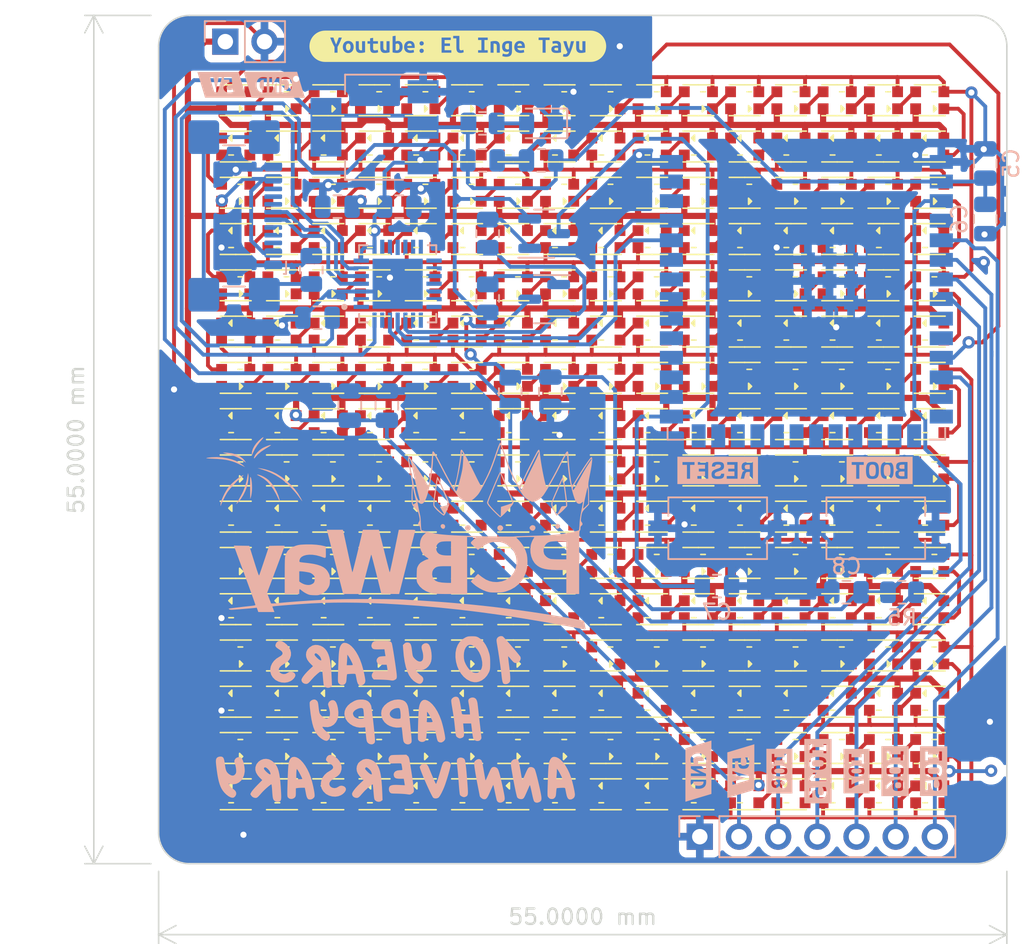
<source format=kicad_pcb>
(kicad_pcb (version 20221018) (generator pcbnew)
  (layers (0 "F.Cu" signal) (31 "B.Cu" signal) (34 "B.Paste" user) (35 "F.Paste" user) (36 "B.SilkS" user "B.Silkscreen") (37 "F.SilkS" user "F.Silkscreen") (38 "B.Mask" user) (39 "F.Mask" user) (44 "Edge.Cuts" user))
  (net 0 "")
  (net 1 "GND")
  (net 2 "+5V")
  (net 3 "+3V3")
  (net 4 "RESET")
  (net 5 "Net-(D1-A)")
  (net 6 "BOOT")
  (net 7 "Net-(U1-VDD)")
  (net 8 "GPIO18")
  (net 9 "Net-(D2-DO)")
  (net 10 "Net-(D3-DO)")
  (net 11 "Net-(D4-DO)")
  (net 12 "Net-(D5-DO)")
  (net 13 "Net-(D6-DO)")
  (net 14 "Net-(D7-DO)")
  (net 15 "Net-(D10-DI)")
  (net 16 "Net-(D10-DO)")
  (net 17 "Net-(D11-DO)")
  (net 18 "Net-(D12-DO)")
  (net 19 "Net-(D13-DO)")
  (net 20 "Net-(D14-DO)")
  (net 21 "Net-(D15-DO)")
  (net 22 "Net-(D16-DO)")
  (net 23 "Net-(D17-DO)")
  (net 24 "Net-(D18-DO)")
  (net 25 "Net-(D19-DO)")
  (net 26 "Net-(D20-DO)")
  (net 27 "Net-(D21-DO)")
  (net 28 "Net-(D22-DO)")
  (net 29 "Net-(D23-DO)")
  (net 30 "Net-(D24-DO)")
  (net 31 "Net-(D25-DO)")
  (net 32 "Net-(D26-DO)")
  (net 33 "Net-(D27-DO)")
  (net 34 "Net-(D28-DO)")
  (net 35 "Net-(D29-DO)")
  (net 36 "Net-(D30-DO)")
  (net 37 "Net-(D31-DO)")
  (net 38 "Net-(D32-DO)")
  (net 39 "Net-(D33-DO)")
  (net 40 "Net-(D34-DO)")
  (net 41 "Net-(D35-DO)")
  (net 42 "Net-(D36-DO)")
  (net 43 "Net-(D37-DO)")
  (net 44 "Net-(D38-DO)")
  (net 45 "Net-(D39-DO)")
  (net 46 "Net-(D40-DO)")
  (net 47 "Net-(D41-DO)")
  (net 48 "Net-(D42-DO)")
  (net 49 "Net-(D43-DO)")
  (net 50 "Net-(D44-DO)")
  (net 51 "Net-(D45-DO)")
  (net 52 "Net-(D46-DO)")
  (net 53 "Net-(D47-DO)")
  (net 54 "Net-(D48-DO)")
  (net 55 "Net-(D49-DO)")
  (net 56 "Net-(D50-DO)")
  (net 57 "Net-(D51-DO)")
  (net 58 "Net-(D52-DO)")
  (net 59 "Net-(D53-DO)")
  (net 60 "Net-(D54-DO)")
  (net 61 "Net-(D55-DO)")
  (net 62 "Net-(D56-DO)")
  (net 63 "Net-(D57-DO)")
  (net 64 "Net-(D58-DO)")
  (net 65 "Net-(D59-DO)")
  (net 66 "Net-(D60-DO)")
  (net 67 "Net-(D61-DO)")
  (net 68 "Net-(D62-DO)")
  (net 69 "Net-(D63-DO)")
  (net 70 "Net-(D64-DO)")
  (net 71 "Net-(D65-DO)")
  (net 72 "Net-(D66-DO)")
  (net 73 "Net-(D67-DO)")
  (net 74 "Net-(D68-DO)")
  (net 75 "Net-(D69-DO)")
  (net 76 "Net-(D70-DO)")
  (net 77 "Net-(D71-DO)")
  (net 78 "Net-(D72-DO)")
  (net 79 "Net-(D73-DO)")
  (net 80 "Net-(D74-DO)")
  (net 81 "Net-(D75-DO)")
  (net 82 "Net-(D76-DO)")
  (net 83 "Net-(D77-DO)")
  (net 84 "Net-(D78-DO)")
  (net 85 "Net-(D79-DO)")
  (net 86 "Net-(D80-DO)")
  (net 87 "Net-(D81-DO)")
  (net 88 "Net-(D82-DO)")
  (net 89 "Net-(D83-DO)")
  (net 90 "Net-(D8-DO)")
  (net 91 "Net-(D84-DO)")
  (net 92 "Net-(D85-DO)")
  (net 93 "Net-(D86-DO)")
  (net 94 "Net-(D87-DO)")
  (net 95 "Net-(D88-DO)")
  (net 96 "Net-(D89-DO)")
  (net 97 "Net-(D90-DO)")
  (net 98 "Net-(D91-DO)")
  (net 99 "Net-(D92-DO)")
  (net 100 "Net-(D93-DO)")
  (net 101 "Net-(D94-DO)")
  (net 102 "Net-(D95-DO)")
  (net 103 "Net-(D96-DO)")
  (net 104 "Net-(D97-DO)")
  (net 105 "Net-(D100-DI)")
  (net 106 "Net-(D100-DO)")
  (net 107 "Net-(D101-DO)")
  (net 108 "Net-(D102-DO)")
  (net 109 "Net-(D103-DO)")
  (net 110 "Net-(D104-DO)")
  (net 111 "Net-(D105-DO)")
  (net 112 "Net-(D106-DO)")
  (net 113 "Net-(D107-DO)")
  (net 114 "Net-(D108-DO)")
  (net 115 "Net-(D109-DO)")
  (net 116 "Net-(D110-DO)")
  (net 117 "Net-(D111-DO)")
  (net 118 "Net-(D112-DO)")
  (net 119 "Net-(D113-DO)")
  (net 120 "Net-(D114-DO)")
  (net 121 "Net-(D115-DO)")
  (net 122 "Net-(D116-DO)")
  (net 123 "Net-(D117-DO)")
  (net 124 "Net-(D118-DO)")
  (net 125 "Net-(D119-DO)")
  (net 126 "Net-(D120-DO)")
  (net 127 "Net-(D121-DO)")
  (net 128 "Net-(D122-DO)")
  (net 129 "Net-(D123-DO)")
  (net 130 "Net-(D124-DO)")
  (net 131 "Net-(D125-DO)")
  (net 132 "Net-(D126-DO)")
  (net 133 "Net-(D127-DO)")
  (net 134 "Net-(D128-DO)")
  (net 135 "Net-(D129-DO)")
  (net 136 "Net-(D130-DO)")
  (net 137 "Net-(D131-DO)")
  (net 138 "Net-(D132-DO)")
  (net 139 "Net-(D133-DO)")
  (net 140 "Net-(D134-DO)")
  (net 141 "Net-(D135-DO)")
  (net 142 "Net-(D136-DO)")
  (net 143 "Net-(D137-DO)")
  (net 144 "Net-(D138-DO)")
  (net 145 "Net-(D139-DO)")
  (net 146 "Net-(D140-DO)")
  (net 147 "Net-(D141-DO)")
  (net 148 "Net-(D142-DO)")
  (net 149 "Net-(D143-DO)")
  (net 150 "Net-(D144-DO)")
  (net 151 "Net-(D145-DO)")
  (net 152 "Net-(D146-DO)")
  (net 153 "Net-(D147-DO)")
  (net 154 "Net-(D148-DO)")
  (net 155 "Net-(D149-DO)")
  (net 156 "Net-(D150-DO)")
  (net 157 "Net-(D151-DO)")
  (net 158 "Net-(D152-DO)")
  (net 159 "Net-(D153-DO)")
  (net 160 "Net-(D154-DO)")
  (net 161 "Net-(D155-DO)")
  (net 162 "Net-(D156-DO)")
  (net 163 "Net-(D157-DO)")
  (net 164 "Net-(D158-DO)")
  (net 165 "Net-(D159-DO)")
  (net 166 "Net-(D160-DO)")
  (net 167 "Net-(D161-DO)")
  (net 168 "Net-(D162-DO)")
  (net 169 "Net-(D163-DO)")
  (net 170 "Net-(D164-DO)")
  (net 171 "Net-(D165-DO)")
  (net 172 "Net-(D166-DO)")
  (net 173 "Net-(D167-DO)")
  (net 174 "Net-(D168-DO)")
  (net 175 "Net-(D169-DO)")
  (net 176 "Net-(D170-DO)")
  (net 177 "Net-(D171-DO)")
  (net 178 "Net-(D172-DO)")
  (net 179 "Net-(D173-DO)")
  (net 180 "Net-(D174-DO)")
  (net 181 "Net-(D175-DO)")
  (net 182 "Net-(D176-DO)")
  (net 183 "Net-(D177-DO)")
  (net 184 "Net-(D178-DO)")
  (net 185 "Net-(D179-DO)")
  (net 186 "Net-(D180-DO)")
  (net 187 "Net-(D181-DO)")
  (net 188 "Net-(D182-DO)")
  (net 189 "Net-(D183-DO)")
  (net 190 "Net-(D184-DO)")
  (net 191 "Net-(D185-DO)")
  (net 192 "Net-(D186-DO)")
  (net 193 "Net-(D187-DO)")
  (net 194 "Net-(D188-DO)")
  (net 195 "Net-(D189-DO)")
  (net 196 "Net-(D190-DO)")
  (net 197 "Net-(D191-DO)")
  (net 198 "Net-(D192-DO)")
  (net 199 "Net-(D193-DO)")
  (net 200 "Net-(D194-DO)")
  (net 201 "Net-(D195-DO)")
  (net 202 "Net-(D196-DO)")
  (net 203 "Net-(D197-DO)")
  (net 204 "Net-(D198-DO)")
  (net 205 "Net-(D199-DO)")
  (net 206 "Net-(D200-DO)")
  (net 207 "Net-(D201-DO)")
  (net 208 "Net-(D202-DO)")
  (net 209 "Net-(D203-DO)")
  (net 210 "Net-(D204-DO)")
  (net 211 "Net-(D205-DO)")
  (net 212 "Net-(D206-DO)")
  (net 213 "Net-(D207-DO)")
  (net 214 "Net-(D208-DO)")
  (net 215 "Net-(D209-DO)")
  (net 216 "Net-(D210-DO)")
  (net 217 "Net-(D211-DO)")
  (net 218 "Net-(D212-DO)")
  (net 219 "Net-(D213-DO)")
  (net 220 "Net-(D214-DO)")
  (net 221 "Net-(D215-DO)")
  (net 222 "Net-(D216-DO)")
  (net 223 "Net-(D217-DO)")
  (net 224 "Net-(D218-DO)")
  (net 225 "Net-(D219-DO)")
  (net 226 "Net-(D220-DO)")
  (net 227 "Net-(D221-DO)")
  (net 228 "Net-(D222-DO)")
  (net 229 "Net-(D223-DO)")
  (net 230 "Net-(D224-DO)")
  (net 231 "Net-(D225-DO)")
  (net 232 "Net-(D226-DO)")
  (net 233 "Net-(D227-DO)")
  (net 234 "Net-(D228-DO)")
  (net 235 "Net-(D229-DO)")
  (net 236 "Net-(D230-DO)")
  (net 237 "Net-(D231-DO)")
  (net 238 "Net-(D232-DO)")
  (net 239 "Net-(D233-DO)")
  (net 240 "Net-(D234-DO)")
  (net 241 "Net-(D235-DO)")
  (net 242 "Net-(D236-DO)")
  (net 243 "Net-(D237-DO)")
  (net 244 "Net-(D238-DO)")
  (net 245 "Net-(D239-DO)")
  (net 246 "Net-(D240-DO)")
  (net 247 "Net-(D241-DO)")
  (net 248 "Net-(D242-DO)")
  (net 249 "Net-(D243-DO)")
  (net 250 "Net-(D244-DO)")
  (net 251 "Net-(D245-DO)")
  (net 252 "Net-(D246-DO)")
  (net 253 "Net-(D247-DO)")
  (net 254 "Net-(D248-DO)")
  (net 255 "Net-(D98-DO)")
  (net 256 "Net-(D249-DO)")
  (net 257 "Net-(D250-DO)")
  (net 258 "Net-(D251-DO)")
  (net 259 "Net-(D252-DO)")
  (net 260 "Net-(D253-DO)")
  (net 261 "Net-(D254-DO)")
  (net 262 "Net-(D255-DO)")
  (net 264 "Net-(D256-DO)")
  (net 266 "Net-(P1-D+)")
  (net 267 "Net-(P1-D-)")
  (net 269 "Net-(P1-SHIELD)")
  (net 270 "Net-(Q1-B)")
  (net 271 "Net-(Q1-E)")
  (net 272 "Net-(Q2-B)")
  (net 273 "Net-(Q2-E)")
  (net 279 "IO5")
  (net 280 "IO6")
  (net 281 "IO7")
  (net 294 "IO8")
  (net 307 "RX")
  (net 308 "TX")
  (net 324 "IO15")
  (footprint "led-WS2812B-2020:LED-WS2812B-2020" (layer "F.Cu") (at 79 54.5 180)
    (fp_text reference "D20" hide)
    (fp_text value "~" hide)
  )
  (footprint "led-WS2812B-2020:LED-WS2812B-2020" (layer "F.Cu") (at 61 72.5 180)
    (fp_text reference "D122" hide)
    (fp_text value "~" hide)
  )
  (footprint "led-WS2812B-2020:LED-WS2812B-2020" (layer "F.Cu") (at 70 60.5 180)
    (fp_text reference "D55" hide)
    (fp_text value "~" hide)
  )
  (footprint "led-WS2812B-2020:LED-WS2812B-2020" (layer "F.Cu") (at 73 75.5)
    (fp_text reference "D141" hide)
    (fp_text value "~" hide)
  )
  (footprint "led-WS2812B-2020:LED-WS2812B-2020" (layer "F.Cu") (at 64 96.5 180)
    (fp_text reference "D249" hide)
    (fp_text value "~" hide)
  )
  (footprint "led-WS2812B-2020:LED-WS2812B-2020" (layer "F.Cu") (at 79 72.5 180)
    (fp_text reference "D116" hide)
    (fp_text value "~" hide)
  )
  (footprint "led-WS2812B-2020:LED-WS2812B-2020" (layer "F.Cu") (at 64 51.5)
    (fp_text reference "D10" hide)
    (fp_text value "~" hide)
  )
  (footprint "led-WS2812B-2020:LED-WS2812B-2020" (layer "F.Cu") (at 40 87.5)
    (fp_text reference "D194" hide)
    (fp_text value "~" hide)
  )
  (footprint "led-WS2812B-2020:LED-WS2812B-2020" (layer "F.Cu") (at 85 78.5 180)
    (fp_text reference "D146" hide)
    (fp_text value "~" hide)
  )
  (footprint "led-WS2812B-2020:LED-WS2812B-2020" (layer "F.Cu") (at 46 66.5 180)
    (fp_text reference "D95" hide)
    (fp_text value "~" hide)
  )
  (footprint "led-WS2812B-2020:LED-WS2812B-2020" (layer "F.Cu") (at 49 63.5)
    (fp_text reference "D69" hide)
    (fp_text value "~" hide)
  )
  (footprint "led-WS2812B-2020:LED-WS2812B-2020" (layer "F.Cu") (at 58 93.5)
    (fp_text reference "D232" hide)
    (fp_text value "~" hide)
  )
  (footprint "led-WS2812B-2020:LED-WS2812B-2020" (layer "F.Cu") (at 73 90.5 180)
    (fp_text reference "D214" hide)
    (fp_text value "~" hide)
  )
  (footprint "led-WS2812B-2020:LED-WS2812B-2020" (layer "F.Cu") (at 61 51.5)
    (fp_text reference "D9" hide)
    (fp_text value "~" hide)
  )
  (footprint "led-WS2812B-2020:LED-WS2812B-2020" (layer "F.Cu") (at 49 72.5 180)
    (fp_text reference "D126" hide)
    (fp_text value "~" hide)
  )
  (footprint "led-WS2812B-2020:LED-WS2812B-2020" (layer "F.Cu") (at 70 84.5 180)
    (fp_text reference "D183" hide)
    (fp_text value "~" hide)
  )
  (footprint "led-WS2812B-2020:LED-WS2812B-2020" (layer "F.Cu") (at 58 69.5)
    (fp_text reference "D104" hide)
    (fp_text value "~" hide)
  )
  (footprint "led-WS2812B-2020:LED-WS2812B-2020" (layer "F.Cu") (at 52 84.5 180)
    (fp_text reference "D189" hide)
    (fp_text value "~" hide)
  )
  (footprint "led-WS2812B-2020:LED-WS2812B-2020" (layer "F.Cu") (at 58 87.5)
    (fp_text reference "D200" hide)
    (fp_text value "~" hide)
  )
  (footprint "led-WS2812B-2020:LED-WS2812B-2020" (layer "F.Cu") (at 85 69.5)
    (fp_text reference "D113" hide)
    (fp_text value "~" hide)
  )
  (footprint "led-WS2812B-2020:LED-WS2812B-2020" (layer "F.Cu") (at 76 69.5)
    (fp_text reference "D110" hide)
    (fp_text value "~" hide)
  )
  (footprint "led-WS2812B-2020:LED-WS2812B-2020" (layer "F.Cu") (at 58 81.5)
    (fp_text reference "D168" hide)
    (fp_text value "~" hide)
  )
  (footprint "led-WS2812B-2020:LED-WS2812B-2020" (layer "F.Cu") (at 79 66.5 180)
    (fp_text reference "D84" hide)
    (fp_text value "~" hide)
  )
  (footprint "led-WS2812B-2020:LED-WS2812B-2020" (layer "F.Cu") (at 46 57.5)
    (fp_text reference "D36" hide)
    (fp_text value "~" hide)
  )
  (footprint "led-WS2812B-2020:LED-WS2812B-2020" (layer "F.Cu") (at 73 84.5 180)
    (fp_text reference "D182" hide)
    (fp_text value "~" hide)
  )
  (footprint "led-WS2812B-2020:LED-WS2812B-2020" (layer "F.Cu") (at 76 87.5)
    (fp_text reference "D206" hide)
    (fp_text value "~" hide)
  )
  (footprint "led-WS2812B-2020:LED-WS2812B-2020" (layer "F.Cu") (at 46 90.5 180)
    (fp_text reference "D223" hide)
    (fp_text value "~" hide)
  )
  (footprint "led-WS2812B-2020:LED-WS2812B-2020" (layer "F.Cu") (at 61 90.5 180)
    (fp_text reference "D218" hide)
    (fp_text value "~" hide)
  )
  (footprint "led-WS2812B-2020:LED-WS2812B-2020" (layer "F.Cu") (at 82 54.5 180)
    (fp_text reference "D19" hide)
    (fp_text value "~" hide)
  )
  (footprint "led-WS2812B-2020:LED-WS2812B-2020" (layer "F.Cu") (at 52 66.5 180)
    (fp_text reference "D93" hide)
    (fp_text value "~" hide)
  )
  (footprint "led-WS2812B-2020:LED-WS2812B-2020" (layer "F.Cu") (at 61 54.5 180)
    (fp_text reference "D26" hide)
    (fp_text value "~" hide)
  )
  (footprint "led-WS2812B-2020:LED-WS2812B-2020" (layer "F.Cu") (at 40 57.5)
    (fp_text reference "D34" hide)
    (fp_text value "~" hide)
  )
  (footprint "led-WS2812B-2020:LED-WS2812B-2020" (layer "F.Cu") (at 46 93.5)
    (fp_text reference "D228" hide)
    (fp_text value "~" hide)
  )
  (footprint "led-WS2812B-2020:LED-WS2812B-2020" (layer "F.Cu") (at 67 66.5 180)
    (fp_text reference "D88" hide)
    (fp_text value "~" hide)
  )
  (footprint "led-WS2812B-2020:LED-WS2812B-2020" (layer "F.Cu") (at 46 72.5 180)
    (fp_text reference "D127" hide)
    (fp_text value "~" hide)
  )
  (footprint "led-WS2812B-2020:LED-WS2812B-2020" (layer "F.Cu") (at 40 84.5 180)
    (fp_text reference "D193" hide)
    (fp_text value "~" hide)
  )
  (footprint "led-WS2812B-2020:LED-WS2812B-2020" (layer "F.Cu") (at 46 60.5 180)
    (fp_text reference "D63" hide)
    (fp_text value "~" hide)
  )
  (footprint "led-WS2812B-2020:LED-WS2812B-2020" (layer "F.Cu") (at 73 72.5 180)
    (fp_text reference "D118" hide)
    (fp_text value "~" hide)
  )
  (footprint "led-WS2812B-2020:LED-WS2812B-2020" (layer "F.Cu") (at 55 57.5)
    (fp_text reference "D39" hide)
    (fp_text value "~" hide)
  )
  (footprint "led-WS2812B-2020:LED-WS2812B-2020" (layer "F.Cu") (at 73 81.5)
    (fp_text reference "D173" hide)
    (fp_text value "~" hide)
  )
  (footprint "led-WS2812B-2020:LED-WS2812B-2020" (layer "F.Cu") (at 40 66.5 180)
    (fp_text reference "D97" hide)
    (fp_text value "~" hide)
  )
  (footprint "led-WS2812B-2020:LED-WS2812B-2020" (layer "F.Cu") (at 76 93.5)
    (fp_text reference "D238" hide)
    (fp_text value "~" hide)
  )
  (footprint "led-WS2812B-2020:LED-WS2812B-2020" (layer "F.Cu") (at 82 87.5)
    (fp_text reference "D208" hide)
    (fp_text value "~" hide)
  )
  (footprint "led-WS2812B-2020:LED-WS2812B-2020" (layer "F.Cu") (at 43 69.5)
    (fp_text reference "D99" hide)
    (fp_text value "~" hide)
  )
  (footprint "led-WS2812B-2020:LED-WS2812B-2020" (layer "F.Cu") (at 70 75.5)
    (fp_text reference "D140" hide)
    (fp_text value "~" hide)
  )
  (footprint "led-WS2812B-2020:LED-WS2812B-2020" (layer "F.Cu") (at 73 93.5)
    (fp_text reference "D237" hide)
    (fp_text value "~" hide)
  )
  (footprint "led-WS2812B-2020:LED-WS2812B-2020" (layer "F.Cu") (at 73 54.5 180)
    (fp_text reference "D22" hide)
    (fp_text value "~" hide)
  )
  (footprint "led-WS2812B-2020:LED-WS2812B-2020" (layer "F.Cu") (at 76 51.5)
    (fp_text reference "D14" hide)
    (fp_text value "~" hide)
  )
  (footprint "led-WS2812B-2020:LED-WS2812B-2020" (layer "F.Cu") (at 40 63.5)
    (fp_text reference "D66" hide)
    (fp_text value "~" hide)
  )
  (footprint "led-WS2812B-2020:LED-WS2812B-2020" (layer "F.Cu") (at 67 96.5 180)
    (fp_text reference "D248" hide)
    (fp_text value "~" hide)
  )
  (footprint "led-WS2812B-2020:LED-WS2812B-2020" (layer "F.Cu") (at 55 69.5)
    (fp_text reference "D103" hide)
    (fp_text value "~" hide)
  )
  (footprint "led-WS2812B-2020:LED-WS2812B-2020" (layer "F.Cu") (at 49 78.5 180)
    (fp_text reference "D158" hide)
    (fp_text value "~" hide)
  )
  (footprint "led-WS2812B-2020:LED-WS2812B-2020" (layer "F.Cu") (at 52 93.5)
    (fp_text reference "D230" hide)
    (fp_text value "~" hide)
  )
  (footprint "led-WS2812B-2020:LED-WS2812B-2020" (layer "F.Cu") (at 43 66.5 180)
    (fp_text reference "D96" hide)
    (fp_text value "~" hide)
  )
  (footprint "led-WS2812B-2020:LED-WS2812B-2020" (layer "F.Cu") (at 64 75.5)
    (fp_text reference "D138" hide)
    (fp_text value "~" hide)
  )
  (footprint "led-WS2812B-2020:LED-WS2812B-2020" (layer "F.Cu") (at 70 57.5)
    (fp_text reference "D44" hide)
    (fp_text value "~" hide)
  )
  (footprint "led-WS2812B-2020:LED-WS2812B-2020" (layer "F.Cu") (at 58 96.5 180)
    (fp_text reference "D251" hide)
    (fp_text value "~" hide)
  )
  (footprint "led-WS2812B-2020:LED-WS2812B-2020" (layer "F.Cu") (at 76 75.5)
    (fp_text reference "D142" hide)
    (fp_text value "~" hide)
  )
  (footprint "led-WS2812B-2020:LED-WS2812B-2020" (layer "F.Cu") (at 40 96.5 180)
    (fp_text reference "D257" hide)
    (fp_text value "~" hide)
  )
  (footprint "led-WS2812B-2020:LED-WS2812B-2020" (layer "F.Cu") (at 85 75.5)
    (fp_text reference "D145" hide)
    (fp_text value "~" hide)
  )
  (footprint "led-WS2812B-2020:LED-WS2812B-2020" (layer "F.Cu") (at 61 75.5)
    (fp_text reference "D137" hide)
    (fp_text value "~" hide)
  )
  (footprint "led-WS2812B-2020:LED-WS2812B-2020" (layer "F.Cu") (at 43 84.5 180)
    (fp_text reference "D192" hide)
    (fp_text value "~" hide)
  )
  (footprint "led-WS2812B-2020:LED-WS2812B-2020" (layer "F.Cu") (at 58 51.5)
    (fp_text reference "D8" hide)
    (fp_text value "~" hide)
  )
  (footprint "led-WS2812B-2020:LED-WS2812B-2020" (layer "F.Cu") (at 49 57.5)
    (fp_text reference "D37" hide)
    (fp_text value "~" hide)
  )
  (footprint "led-WS2812B-2020:LED-WS2812B-2020" (layer "F.Cu") (at 70 66.5 180)
    (fp_text reference "D87" hide)
    (fp_text value "~" hide)
  )
  (footprint "led-WS2812B-2020:LED-WS2812B-2020" (layer "F.Cu") (at 40 90.5 180)
    (fp_text reference "D225" hide)
    (fp_text value "~" hide)
  )
  (footprint "led-WS2812B-2020:LED-WS2812B-2020" (layer "F.Cu") (at 82 63.5)
    (fp_text reference "D80" hide)
    (fp_text value "~" hide)
  )
  (footprint "led-WS2812B-2020:LED-WS2812B-2020" (layer "F.Cu") (at 64 69.5)
    (fp_text reference "D106" hide)
    (fp_text value "~" hide)
  )
  (footprint "led-WS2812B-2020:LED-WS2812B-2020" (layer "F.Cu") (at 67 78.5 180)
    (fp_text reference "D152" hide)
    (fp_text value "~" hide)
  )
  (footprint "led-WS2812B-2020:LED-WS2812B-2020" (layer "F.Cu") (at 85 51.5)
    (fp_text reference "D17" hide)
    (fp_text value "~" hide)
  )
  (footprint "led-WS2812B-2020:LED-WS2812B-2020" (layer "F.Cu") (at 43 81.5)
    (fp_text reference "D163" hide)
    (fp_text value "~" hide)
  )
  (footprint "led-WS2812B-2020:LED-WS2812B-2020" (layer "F.Cu") (at 79 69.5)
    (fp_text reference "D111" hide)
    (fp_text value "~" hide)
  )
  (footprint "led-WS2812B-2020:LED-WS2812B-2020" (layer "F.Cu") (at 58 54.5 180)
    (fp_text reference "D27" hide)
    (fp_text value "~" hide)
  )
  (footprint "led-WS2812B-2020:LED-WS2812B-2020" (layer "F.Cu") (at 61 81.5)
    (fp_text reference "D169" hide)
    (fp_text value "~" hide)
  )
  (footprint "led-WS2812B-2020:LED-WS2812B-2020" (layer "F.Cu") (at 49 84.5 180)
    (fp_text reference "D190" hide)
    (fp_text value "~" hide)
  )
  (footprint "led-WS2812B-2020:LED-WS2812B-2020" (layer "F.Cu") (at 58 90.5 180)
    (fp_text reference "D219" hide)
    (fp_text value "~" hide)
  )
  (footprint "led-WS2812B-2020:LED-WS2812B-2020" (layer "F.Cu") (at 49 81.5)
    (fp_text reference "D165" hide)
    (fp_text value "~" hide)
  )
  (footprint "led-WS2812B-2020:LED-WS2812B-2020" (layer "F.Cu") (at 85 84.5 180)
    (fp_text reference "D178" hide)
    (fp_text value "~" hide)
  )
  (footprint "led-WS2812B-2020:LED-WS2812B-2020" (layer "F.Cu") (at 76 63.5)
    (fp_text reference "D78" hide)
    (fp_text value "~" hide)
  )
  (footprint "led-WS2812B-2020:LED-WS2812B-2020" (layer "F.Cu") (at 40 72.5 180)
    (fp_text reference "D129" hide)
    (fp_text value "~" hide)
  )
  (footprint "led-WS2812B-2020:LED-WS2812B-2020" (layer "F.Cu") (at 76 96.5 180)
    (fp_text reference "D245" hide)
    (fp_text value "~" hide)
  )
  (footprint "led-WS2812B-2020:LED-WS2812B-2020" (layer "F.Cu") (at 61 60.5 180)
    (fp_text reference "D58" hide)
    (fp_text value "~" hide)
  )
  (footprint "led-WS2812B-2020:LED-WS2812B-2020" (layer "F.Cu") (at 64 66.5 180)
    (fp_text reference "D89" hide)
    (fp_text value "~" hide)
  )
  (footprint "led-WS2812B-2020:LED-WS2812B-2020" (layer "F.Cu") (at 40 51.5)
    (fp_text reference "D2" hide)
    (fp_text value "~" hide)
  )
  (footprint "led-WS2812B-2020:LED-WS2812B-2020" (layer "F.Cu") (at 58 78.5 180)
    (fp_text reference "D155" hide)
    (fp_text value "~" hide)
  )
  (footprint "led-WS2812B-2020:LED-WS2812B-2020" (layer "F.Cu") (at 64 72.5 180)
    (fp_text reference "D121" hide)
    (fp_text value "~" hide)
  )
  (footprint "led-WS2812B-2020:LED-WS2812B-2020" (layer "F.Cu") (at 64 81.5)
    (fp_text reference "D170" hide)
    (fp_text value "~" hide)
  )
  (footprint "led-WS2812B-2020:LED-WS2812B-2020" (layer "F.Cu") (at 82 81.5)
    (fp_text reference "D176" hide)
    (fp_text value "~" hide)
  )
  (footprint "led-WS2812B-2020:LED-WS2812B-2020" (layer "F.Cu") (at 49 69.5)
    (fp_text reference "D101" hide)
    (fp_text value "~" hide)
  )
  (footprint "kibuzzard-661369FD" (layer "F.Cu") (at 54.4 48)
    (fp_text reference "kibuzzard-661369FD" hide)
    (fp_text value "G***" hide)
  )
  (footprint "led-WS2812B-2020:LED-WS2812B-2020" (layer "F.Cu") (at 64 54.5 180)
    (fp_text reference "D25" hide)
    (fp_text value "~" hide)
  )
  (footprint "led-WS2812B-2020:LED-WS2812B-2020" (layer "F.Cu") (at 49 90.5 180)
    (fp_text reference "D222" hide)
    (fp_text value "~" hide)
  )
  (footprint "led-WS2812B-2020:LED-WS2812B-2020" (layer "F.Cu") (at 55 78.5 180)
    (fp_text reference "D156" hide)
    (fp_text value "~" hide)
  )
  (footprint "led-WS2812B-2020:LED-WS2812B-2020" (layer "F.Cu") (at 67 51.5)
    (fp_text reference "D11" hide)
    (fp_text value "~" hide)
  )
  (footprint "led-WS2812B-2020:LED-WS2812B-2020" (layer "F.Cu") (at 61 84.5 180)
    (fp_text reference "D186" hide)
    (fp_text value "~" hide)
  )
  (footprint "led-WS2812B-2020:LED-WS2812B-2020" (layer "F.Cu") (at 43 90.5 180)
    (fp_text reference "D224" hide)
    (fp_text value "~" hide)
  )
  (footprint "led-WS2812B-2020:LED-WS2812B-2020" (layer "F.Cu") (at 64 63.5)
    (fp_text reference "D74" hide)
    (fp_text value "~" hide)
  )
  (footprint "led-WS2812B-2020:LED-WS2812B-2020" (layer "F.Cu") (at 43 57.5)
    (fp_text reference "D35" hide)
    (fp_text value "~" hide)
  )
  (footprint "led-WS2812B-2020:LED-WS2812B-2020" (layer "F.Cu") (at 79 90.5 180)
    (fp_text reference "D212" hide)
    (fp_text value "~" hide)
  )
  (footprint "led-WS2812B-2020:LED-WS2812B-2020" (layer "F.Cu") (at 61 93.5)
    (fp_text reference "D233" hide)
    (fp_text value "~" hide)
  )
  (footprint "led-WS2812B-2020:LED-WS2812B-2020" (layer "F.Cu") (at 46 84.5 180)
    (fp_text reference "D191" hide)
    (fp_text value "~" hide)
  )
  (footprint "led-WS2812B-2020:LED-WS2812B-2020" (layer "F.Cu") (at 46 69.5)
    (fp_text reference "D100" hide)
    (fp_text value "~" hide)
  )
  (footprint "led-WS2812B-2020:LED-WS2812B-2020" (layer "F.Cu") (at 76 84.5 180)
    (fp_text reference "D181" hide)
    (fp_text value "~" hide)
  )
  (footprint "led-WS2812B-2020:LED-WS2812B-2020" (layer "F.Cu") (at 58 66.5 180)
    (fp_text reference "D91" hide)
    (fp_text value "~" hide)
  )
  (footprint "led-WS2812B-2020:LED-WS2812B-2020" (layer "F.Cu") (at 70 87.5)
    (fp_text reference "D204" hide)
    (fp_text value "~" hide)
  )
  (footprint "led-WS2812B-2020:LED-WS2812B-2020" (layer "F.Cu") (at 46 78.5 180)
    (fp_text reference "D159" hide)
    (fp_text value "~" hide)
  )
  (footprint "led-WS2812B-2020:LED-WS2812B-2020" (layer "F.Cu") (at 73 69.5)
    (fp_text reference "D109" hide)
    (fp_text value "~" hide)
  )
  (footprint "led-WS2812B-2020:LED-WS2812B-2020" (layer "F.Cu") (at 43 87.5)
    (fp_text reference "D195" hide)
    (fp_text value "~" hide)
  )
  (footprint "led-WS2812B-2020:LED-WS2812B-2020" (layer "F.Cu") (at 67 57.5)
    (fp_text reference "D43" hide)
    (fp_text value "~" hide)
  )
  (footprint "led-WS2812B-2020:LED-WS2812B-2020" (layer "F.Cu") (at 64 93.5)
    (fp_text reference "D234" hide)
    (fp_text value "~" hide)
  )
  (footprint "led-WS2812B-2020:LED-WS2812B-2020" (layer "F.Cu") (at 40 78.5 180)
    (fp_text reference "D161" hide)
    (fp_text value "~" hide)
  )
  (footprint "led-WS2812B-2020:LED-WS2812B-2020" (layer "F.Cu") (at 79 87.5)
    (fp_text reference "D207" hide)
    (fp_text value "~" hide)
  )
  (footprint "led-WS2812B-2020:LED-WS2812B-2020" (layer "F.Cu") (at 70 96.5 180)
    (fp_text reference "D247" hide)
    (fp_text value "~" hide)
  )
  (footprint "led-WS2812B-2020:LED-WS2812B-2020" (layer "F.Cu") (at 82 72.5 180)
    (fp_text reference "D115" hide)
    (fp_text value "~" hide)
  )
  (footprint "led-WS2812B-2020:LED-WS2812B-2020" (layer "F.Cu") (at 55 60.5 180)
    (fp_text reference "D60" hide)
    (fp_text value "~" hide)
  )
  (footprint "led-WS2812B-2020:LED-WS2812B-2020" (layer "F.Cu") (at 67 84.5 180)
    (fp_text reference "D184" hide)
    (fp_text value "~" hide)
  )
  (footprint "led-WS2812B-2020:LED-WS2812B-2020" (layer "F.Cu") (at 79 75.5)
    (fp_text reference "D143" hide)
    (fp_text value "~" hide)
  )
  (footprint "led-WS2812B-2020:LED-WS2812B-2020" (layer "F.Cu") (at 49 75.5)
    (fp_text reference "D133" hide)
    (fp_text value "~" hide)
  )
  (footprint "led-WS2812B-2020:LED-WS2812B-2020" (layer "F.Cu") (at 52 72.5 180)
    (fp_text reference "D125" hide)
    (fp_text value "~" hide)
  )
  (footprint "led-WS2812B-2020:LED-WS2812B-2020" (layer "F.Cu") (at 67 69.5)
    (fp_text reference "D107" hide)
    (fp_text value "~" hide)
  )
  (footprint "led-WS2812B-2020:LED-WS2812B-2020" (layer "F.Cu") (at 82 60.5 180)
    (fp_text reference "D51" hide)
    (fp_text value "~" hide)
  )
  (footprint "led-WS2812B-2020:LED-WS2812B-2020" (layer "F.Cu") (at 76 90.5 180)
    (fp_text reference "D213" hide)
    (fp_text value "~" hide)
  )
  (footprint "led-WS2812B-2020:LED-WS2812B-2020" (layer "F.Cu") (at 82 93.5)
    (fp_text reference "D240" hide)
    (fp_text value "~" hide)
  )
  (footprint "led-WS2812B-2020:LED-WS2812B-2020" (layer "F.Cu") (at 79 93.5)
    (fp_text reference "D239" hide)
    (fp_text value "~" hide)
  )
  (footprint "led-WS2812B-2020:LED-WS2812B-2020" (layer "F.Cu") (at 70 90.5 180)
    (fp_text reference "D215" hide)
    (fp_text value "~" hide)
  )
  (footprint "led-WS2812B-2020:LED-WS2812B-2020" (layer "F.Cu") (at 55 90.5 180)
    (fp_text reference "D220" hide)
    (fp_text value "~" hide)
  )
  (footprint "led-WS2812B-2020:LED-WS2812B-2020" (layer "F.Cu") (at 46 81.5)
    (fp_text reference "D164" hide)
    (fp_text value "~" hide)
  )
  (footprint "led-WS2812B-2020:LED-WS2812B-2020" (layer "F.Cu") (at 67 90.5 180)
    (fp_text reference "D216" hide)
    (fp_text value "~" hide)
  )
  (footprint "led-WS2812B-2020:LED-WS2812B-2020" (layer "F.Cu") (at 73 87.5)
    (fp_text reference "D205" hide)
    (fp_text value "~" hide)
  )
  (footprint "led-WS2812B-2020:LED-WS2812B-2020" (layer "F.Cu") (at 82 66.5 180)
    (fp_text reference "D83" hide)
    (fp_text value "~" hide)
  )
  (footprint "led-WS2812B-2020:LED-WS2812B-2020" (layer "F.Cu") (at 61 96.5 180)
    (fp_text reference "D250" hide)
    (fp_text value "~" hide)
  )
  (footprint "led-WS2812B-2020:LED-WS2812B-2020" (layer "F.Cu") (at 43 96.5 180)
    (fp_text reference "D256" hide)
    (fp_text value "~" hide)
  )
  (footprint "led-WS2812B-2020:LED-WS2812B-2020" (layer "F.Cu") (at 82 84.5 180)
    (fp_text reference "D179" hide)
    (fp_text value "~" hide)
  )
  (footprint "led-WS2812B-2020:LED-WS2812B-2020" (layer "F.Cu") (at 67 75.5)
    (fp_text reference "D139" hide)
    (fp_text value "~" hide)
  )
  (footprint "led-WS2812B-2020:LED-WS2812B-2020" (layer "F.Cu") (at 73 66.5 180)
    (fp_text reference "D86" hide)
    (fp_text value "~" hide)
  )
  (footprint "led-WS2812B-2020:LED-WS2812B-2020" (layer "F.Cu") (at 79 96.5 180)
    (fp_text reference "D244" hide)
    (fp_text value "~" hide)
  )
  (footprint "led-WS2812B-2020:LED-WS2812B-2020" (layer "F.Cu") (at 73 51.5)
    (fp_text reference "D13" hide)
    (fp_text value "~" hide)
  )
  (footprint "led-WS2812B-2020:LED-WS2812B-2020" (layer "F.Cu") (at 52 96.5 180)
    (fp_text reference "D253" hide)
    (fp_text value "~" hide)
  )
  (footprint "led-WS2812B-2020:LED-WS2812B-2020" (layer "F.Cu") (at 70 69.5)
    (fp_text reference "D108" hide)
    (fp_text value "~" hide)
  )
  (footprint "led-WS2812B-2020:LED-WS2812B-2020" (layer "F.Cu") (at 64 90.5 180)
    (fp_text reference "D217" hide)
    (fp_text value "~" hide)
  )
  (footprint "led-WS2812B-2020:LED-WS2812B-2020" (layer "F.Cu") (at 67 63.5)
    (fp_text reference "D75" hide)
    (fp_text value "~" hide)
  )
  (footprint "led-WS2812B-2020:LED-WS2812B-2020" (layer "F.Cu") (at 55 93.5)
    (fp_text reference "D231" hide)
    (fp_text value "~" hide)
  )
  (footprint "led-WS2812B-2020:LED-WS2812B-2020" (layer "F.Cu") (at 61 66.5 180)
    (fp_text reference "D90" hide)
    (fp_text value "~" hide)
  )
  (footprint "led-WS2812B-2020:LED-WS2812B-2020" (layer "F.Cu") (at 73 78.5 180)
    (fp_text reference "D150" hide)
    (fp_text value "~" hide)
  )
  (footprint "led-WS2812B-2020:LED-WS2812B-2020" (layer "F.Cu") (at 58 72.5 180)
    (fp_text reference "D123" hide)
    (fp_text value "~" hide)
  )
  (footprint "led-WS2812B-2020:LED-WS2812B-2020" (layer "F.Cu") (at 64 57.5)
    (fp_text reference "D42" hide)
    (fp_text value "~" hide)
  )
  (footprint "led-WS2812B-2020:LED-WS2812B-2020" (layer "F.Cu") (at 67 54.5 180)
    (fp_text reference "D24" hide)
    (fp_text value "~" hide)
  )
  (footprint "led-WS2812B-2020:LED-WS2812B-2020" (layer "F.Cu") (at 85 57.5)
    (fp_text reference "D49" hide)
    (fp_text value "~" hide)
  )
  (footprint "led-WS2812B-2020:LED-WS2812B-2020" (layer "F.Cu") (at 43 60.5 180)
    (fp_text reference "D64" hide)
    (fp_text value "~" hide)
  )
  (footprint "led-WS2812B-2020:LED-WS2812B-2020" (layer "F.Cu") (at 46 54.5 180)
    (fp_text reference "D31" hide)
    (fp_text value "~" hide)
  )
  (footprint "led-WS2812B-2020:LED-WS2812B-2020" (layer "F.Cu") (at 61 63.5)
    (fp_text reference "D73" hide)
    (fp_text value "~" hide)
  )
  (footprint "led-WS2812B-2020:LED-WS2812B-2020" (layer "F.Cu") (at 64 78.5 180)
    (fp_text reference "D153" hide)
    (fp_text value "~" hide)
  )
  (footprint "led-WS2812B-2020:LED-WS2812B-2020" (layer "F.Cu") (at 85 90.5 180)
    (fp_text reference "D210" hide)
    (fp_text value "~" hide)
  )
  (footprint "led-WS2812B-2020:LED-WS2812B-2020" (layer "F.Cu") (at 85 87.5)
    (fp_text reference "D209" hide)
    (fp_text value "~" hide)
  )
  (footprint "led-WS2812B-2020:LED-WS2812B-2020" (layer "F.Cu") (at 73 63.5)
    (fp_text reference "D77" hide)
    (fp_text value "~" hide)
  )
  (footprint "led-WS2812B-2020:LED-WS2812B-2020" (layer "F.Cu") (at 52 90.5 180)
    (fp_text reference "D221" hide)
    (fp_text value "~" hide)
  )
  (footprint "led-WS2812B-2020:LED-WS2812B-2020" (layer "F.Cu") (at 49 87.5)
    (fp_text reference "D197" hide)
    (fp_text value "~" hide)
  )
  (footprint "led-WS2812B-2020:LED-WS2812B-2020" (layer "F.Cu") (at 73 57.5)
    (fp_text reference "D45" hide)
    (fp_text value "~" hide)
  )
  (footprint "led-WS2812B-2020:LED-WS2812B-2020" (layer "F.Cu") (at 79 84.5 180)
    (fp_text reference "D180" hide)
    (fp_text value "~" hide)
  )
  (footprint "led-WS2812B-2020:LED-WS2812B-2020" (layer "F.Cu") (at 52 57.5)
    (fp_text reference "D38" hide)
    (fp_text value "~" hide)
  )
  (footprint "led-WS2812B-2020:LED-WS2812B-2020" (layer "F.Cu") (at 82 69.5)
    (fp_text reference "D112" hide)
    (fp_text value "~" hide)
  )
  (footprint "led-WS2812B-2020:LED-WS2812B-2020" (layer "F.Cu") (at 49 66.5 180)
    (fp_text reference "D94" hide)
    (fp_text value "~" hide)
  )
  (footprint "led-WS2812B-2020:LED-WS2812B-2020" (layer "F.Cu") (at 43 78.5 180)
    (fp_text reference "D160" hide)
    (fp_text value "~" hide)
  )
  (footprint "led-WS2812B-2020:LED-WS2812B-2020" (layer "F.Cu") (at 55 51.5)
    (fp_text reference "D7" hide)
    (fp_text value "~" hide)
  )
  (footprint "led-WS2812B-2020:LED-WS2812B-2020" (layer "F.Cu") (at 79 81.5)
    (fp_text reference "D175" hide)
    (fp_text value "~" hide)
  )
  (footprint "led-WS2812B-2020:LED-WS2812B-2020" (layer "F.Cu") (at 64 84.5 180)
    (fp_text reference "D185" hide)
    (fp_text value "~" hide)
  )
  (footprint "led-WS2812B-2020:LED-WS2812B-2020" (layer "F.Cu") (at 70 54.5 180)
    (fp_text reference "D23" hide)
    (fp_text value "~" hide)
  )
  (footprint "led-WS2812B-2020:LED-WS2812B-2020" (layer "F.Cu") (at 85 93.5)
    (fp_text reference "D241" hide)
    (fp_text value "~" hide)
  )
  (footprint "led-WS2812B-2020:LED-WS2812B-2020" (layer "F.Cu") (at 58 57.5)
    (fp_text reference "D40" hide)
    (fp_text value "~" hide)
  )
  (footprint "led-WS2812B-2020:LED-WS2812B-2020" (layer "F.Cu") (at 52 60.5 180)
    (fp_text reference "D61" hide)
    (fp_text value "~" hide)
  )
  (footprint "led-WS2812B-2020:LED-WS2812B-2020" (layer "F.Cu") (at 58 63.5)
    (fp_text reference "D72" hide)
    (fp_text value "~" hide)
  )
  (footprint "led-WS2812B-2020:LED-WS2812B-2020" (layer "F.Cu") (at 43 63.5)
    (fp_text reference "D67" hide)
    (fp_text value "~" hide)
  )
  (footprint "led-WS2812B-2020:LED-WS2812B-2020" (layer "F.Cu") (at 49 60.5 180)
    (fp_text reference "D62" hide)
    (fp_text value "~" hide)
  )
  (footprint "led-WS2812B-2020:LED-WS2812B-2020" (layer "F.Cu") (at 61 87.5)
    (fp_text reference "D201" hide)
    (fp_text value "~" hide)
  )
  (footprint "led-WS2812B-2020:LED-WS2812B-2020" (layer "F.Cu") (at 55 84.5 180)
    (fp_text reference "D188" hide)
    (fp_text value "~" hide)
  )
  (footprint "led-WS2812B-2020:LED-WS2812B-2020" (layer "F.Cu") (at 40 54.5 180)
    (fp_text reference "D33" hide)
    (fp_text value "~" hide)
  )
  (footprint "led-WS2812B-2020:LED-WS2812B-2020" (layer "F.Cu") (at 55 81.5)
    (fp_text reference "D167" hide)
    (fp_text value "~" hide)
  )
  (footprint "led-WS2812B-2020:LED-WS2812B-2020" (layer "F.Cu") (at 43 75.5)
    (fp_text reference "D131" hide)
    (fp_text value "~" hide)
  )
  (footprint "led-WS2812B-2020:LED-WS2812B-2020" (layer "F.Cu") (at 79 63.5)
    (fp_text reference "D79" hide)
    (fp_text value "~" hide)
  )
  (footprint "led-WS2812B-2020:LED-WS2812B-2020" (layer "F.Cu") (at 49 96.5 180)
    (fp_text reference "D254" hide)
    (fp_text value "~" hide)
  )
  (footprint "led-WS2812B-2020:LED-WS2812B-2020" (layer "F.Cu") (at 85 96.5 180)
    (fp_text reference "D242" hide)
    (fp_text value "~" hide)
  )
  (footprint "led-WS2812B-2020:LED-WS2812B-2020" (layer "F.Cu") (at 82 96.5 180)
    (fp_text reference "D243" hide)
    (fp_text value "~" hide)
  )
  (footprint "led-WS2812B-2020:LED-WS2812B-2020" (layer "F.Cu") (at 76 78.5 180)
    (fp_text reference "D149" hide)
    (fp_text value "~" hide)
  )
  (footprint "led-WS2812B-2020:LED-WS2812B-2020" (layer "F.Cu") (at 67 87.5)
    (fp_text reference "D203" hide)
    (fp_text value "~" hide)
  )
  (footprint "led-WS2812B-2020:LED-WS2812B-2020" (layer "F.Cu") (at 79 78.5 180)
    (fp_text reference "D148" hide)
    (fp_text value "~" hide)
  )
  (footprint "led-WS2812B-2020:LED-WS2812B-2020" (layer "F.Cu") (at 55 96.5 180)
    (fp_text reference "D252" hide)
    (fp_text value "~" hide)
  )
  (footprint "led-WS2812B-2020:LED-WS2812B-2020" (layer "F.Cu") (at 46 87.5)
    (fp_text reference "D196" hide)
    (fp_text value "~" hide)
  )
  (footprint "led-WS2812B-2020:LED-WS2812B-2020" (layer "F.Cu") (at 79 60.5 180)
    (fp_text reference "D52" hide)
    (fp_text value "~" hide)
  )
  (footprint "led-WS2812B-2020:LED-WS2812B-2020" (layer "F.Cu") (at 46 96.5 180)
    (fp_text reference "D255" hide)
    (fp_text value "~" hide)
  )
  (footprint "led-WS2812B-2020:LED-WS2812B-2020" (layer "F.Cu") (at 58 84.5 180)
    (fp_text reference "D187" hide)
    (fp_text value "~" hide)
  )
  (footprint "led-WS2812B-2020:LED-WS2812B-2020" (layer "F.Cu") (at 49 93.5)
    (fp_text reference "D229" hide)
    (fp_text value "~" hide)
  )
  (footprint "led-WS2812B-2020:LED-WS2812B-2020" (layer "F.Cu") (at 52 78.5 180)
    (fp_text reference "D157" hide)
    (fp_text value "~" hide)
  )
  (footprint "led-WS2812B-2020:LED-WS2812B-2020" (layer "F.Cu") (at 85 60.5 180)
    (fp_text reference "D50" hide)
    (fp_text value "~" hide)
  )
  (footprint "led-WS2812B-2020:LED-WS2812B-2020" (layer "F.Cu") (at 76 57.5)
    (fp_text reference "D46" hide)
    (fp_text value "~" hide)
  )
  (footprint "led-WS2812B-2020:LED-WS2812B-2020" (layer "F.Cu") (at 73 60.5 180)
    (fp_text reference "D54" hide)
    (fp_text value "~" hide)
  )
  (footprint "led-WS2812B-2020:LED-WS2812B-2020" (layer "F.Cu") (at 79 51.5)
    (fp_text reference "D15" hide)
    (fp_text value "~" hide)
  )
  (footprint "led-WS2812B-2020:LED-WS2812B-2020" (layer "F.Cu") (at 61 57.5)
    (fp_text reference "D41" hide)
    (fp_text value "~" hide)
  )
  (footprint "led-WS2812B-2020:LED-WS2812B-2020" (layer "F.Cu") (at 55 87.5)
    (fp_text reference "D199" hide)
    (fp_text value "~" hide)
  )
  (footprint "led-WS2812B-2020:LED-WS2812B-2020" (layer "F.Cu") (at 43 72.5 180)
    (fp_text reference "D128" hide)
    (fp_text value "~" hide)
  )
  (footprint "led-WS2812B-2020:LED-WS2812B-2020" (layer "F.Cu") (at 43 54.5 180)
    (fp_text reference "D32" hide)
    (fp_text value "~" hide)
  )
  (footprint "led-WS2812B-2020:LED-WS2812B-2020" (layer "F.Cu") (at 79 57.5)
    (fp_text reference "D47" hide)
    (fp_text value "~" hide)
  )
  (footprint "led-WS2812B-2020:LED-WS2812B-2020" (layer "F.Cu") (at 52 54.5 180)
    (fp_text reference "D29" hide)
    (fp_text value "~" hide)
  )
  (footprint "led-WS2812B-2020:LED-WS2812B-2020" (layer "F.Cu") (at 61 78.5 180)
    (fp_text reference "D154" hide)
    (fp_text value "~" hide)
  )
  (footprint "led-WS2812B-2020:LED-WS2812B-2020" (layer "F.Cu") (at 52 69.5)
    (fp_text reference "D102" hide)
    (fp_text value "~" hide)
  )
  (footprint "led-WS2812B-2020:LED-WS2812B-2020" (layer "F.Cu") (at 49 54.5 180)
    (fp_text reference "D30" hide)
    (fp_text value "~" hide)
  )
  (footprint "led-WS2812B-2020:LED-WS2812B-2020" (layer "F.Cu") (at 70 51.5)
    (fp_text reference "D12" hide)
    (fp_text value "~" hide)
  )
  (footprint "led-WS2812B-2020:LED-WS2812B-2020" (layer "F.Cu") (at 85 81.5)
    (fp_text reference "D177" hide)
    (fp_text value "~" hide)
  )
  (footprint "led-WS2812B-2020:LED-WS2812B-2020" (layer "F.Cu") (at 67 93.5)
    (fp_text reference "D235" hide)
    (fp_text value "~" hide)
  )
  (footprint "led-WS2812B-2020:LED-WS2812B-2020" (layer "F.Cu") (at 64 60.5 180)
    (fp_text reference "D57" hide)
    (fp_text value "~" hide)
  )
  (footprint "led-WS2812B-2020:LED-WS2812B-2020" (layer "F.Cu") (at 82 57.5)
    (fp_text reference "D48" hide)
    (fp_text value "~" hide)
  )
  (footprint "led-WS2812B-2020:LED-WS2812B-2020" (layer "F.Cu") (at 76 81.5)
    (fp_text reference "D174" hide)
    (fp_text value "~" hide)
  )
  (footprint "led-WS2812B-2020:LED-WS2812B-2020" (layer "F.Cu") (at 46 63.5)
    (fp_text reference "D68" hide)
    (fp_text value "~" hide)
  )
  (footprint "led-WS2812B-2020:LED-WS2812B-2020" (layer "F.Cu") (at 52 75.5)
    (fp_text reference "D134" hide)
    (fp_text value "~" hide)
  )
  (footprint "led-WS2812B-2020:LED-WS2812B-2020" (layer "F.Cu") (at 40 69.5)
    (fp_text reference "D98" hide)
    (fp_text value "~" hide)
  )
  (footprint "led-WS2812B-2020:LED-WS2812B-2020" (layer "F.Cu") (at 40 93.5)
    (fp_text reference "D226" hide)
    (fp_text value "~" hide)
  )
  (footprint "led-WS2812B-2020:LED-WS2812B-2020" (layer "F.Cu") (at 43 93.5)
    (fp_text reference "D227" hide)
    (fp_text value "~" hide)
  )
  (footprint "led-WS2812B-2020:LED-WS2812B-2020" (layer "F.Cu") (at 55 75.5)
    (fp_text reference "D135" hide)
    (fp_text value "~" hide)
  )
  (footprint "led-WS2812B-2020:LED-WS2812B-2020" (layer "F.Cu") (at 46 51.5)
    (fp_text reference "D4" hide)
    (fp_text value "~" hide)
  )
  (footprint "led-WS2812B-2020:LED-WS2812B-2020" (layer "F.Cu") (at 82 51.5)
    (fp_text reference "D16" hide)
    (fp_text value "~" hide)
  )
  (footprint "led-WS2812B-2020:LED-WS2812B-2020" (layer "F.Cu") (at 76 60.5 180)
    (fp_text reference "D53" hide)
    (fp_text value "~" hide)
  )
  (footprint "led-WS2812B-2020:LED-WS2812B-2020" (layer "F.Cu") (at 55 66.5 180)
    (fp_text reference "D92" hide)
    (fp_text value "~" hide)
  )
  (footprint "led-WS2812B-2020:LED-WS2812B-2020" (layer "F.Cu") (at 76 54.5 180)
    (fp_text reference "D21" hide)
    (fp_text value "~" hide)
  )
  (footprint "led-WS2812B-2020:LED-WS2812B-2020" (layer "F.Cu") (at 55 63.5)
    (fp_text reference "D71" hide)
    (fp_text value "~" hide)
  )
  (footprint "led-WS2812B-2020:LED-WS2812B-2020" (layer "F.Cu") (at 70 93.5)
    (fp_text reference "D236" hide)
    (fp_text value "~" hide)
  )
  (footprint "led-WS2812B-2020:LED-WS2812B-2020" (layer "F.Cu") (at 52 51.5)
    (fp_text reference "D6" hide)
    (fp_text value "~" hide)
  )
  (footprint "led-WS2812B-2020:LED-WS2812B-2020" (layer "F.Cu") (at 52 81.5)
    (fp_text reference "D166" hide)
    (fp_text value "~" hide)
  )
  (footprint "led-WS2812B-2020:LED-WS2812B-2020" (layer "F.Cu") (at 58 60.5 180)
    (fp_text reference "D59" hide)
    (fp_text value "~" hide)
  )
  (footprint "led-WS2812B-2020:LED-WS2812B-2020" (layer "F.Cu") (at 76 66.5 180)
    (fp_text reference "D85" hide)
    (fp_text value "~" hide)
  )
  (footprint "led-WS2812B-2020:LED-WS2812B-2020" (layer "F.Cu") (at 70 81.5)
    (fp_text reference "D172" hide)
    (fp_text value "~" hide)
  )
  (footprint "led-WS2812B-2020:LED-WS2812B-2020" (layer "F.Cu") (at 61 69.5)
    (fp_text reference "D105" hide)
    (fp_text value "~" hide)
  )
  (footprint "led-WS2812B-2020:LED-WS2812B-2020" (layer "F.Cu") (at 58 75.5)
    (fp_text reference "D136" hide)
    (fp_text value "~" hide)
  )
  (footprint "led-WS2812B-2020:LED-WS2812B-2020" (layer "F.Cu") (at 55 72.5 180)
    (fp_text reference "D124" hide)
    (fp_text value "~" hide)
  )
  (footprint "led-WS2812B-2020:LED-WS2812B-2020" (layer "F.Cu") (at 82 78.5 180)
    (fp_text reference "D147" hide)
    (fp_text value "~" hide)
  )
  (footprint "led-WS2812B-2020:LED-WS2812B-2020" (layer "F.Cu") (at 52 87.5)
    (fp_text reference "D198" hide)
    (fp_text value "~" hide)
  )
  (footprint "led-WS2812B-2020:LED-WS2812B-2020" (layer "F.Cu") (at 76 72.5 180)
    (fp_text reference "D117" hide)
    (fp_text value "~" hide)
  )
  (footprint "led-WS2812B-2020:LED-WS2812B-2020" (layer "F.Cu") (at 46 75.5)
    (fp_text reference "D132" hide)
    (fp_text value "~" hide)
  )
  (footprint "led-WS2812B-2020:LED-WS2812B-2020" (layer "F.Cu") (at 43 51.5)
    (fp_text reference "D3" hide)
    (fp_text value "~" hide)
  )
  (footprint "led-WS2812B-2020:LED-WS2812B-2020" (layer "F.Cu") (at 52 63.5)
    (fp_text reference "D70" hide)
    (fp_text value "~" hide)
  )
  (footprint "led-WS2812B-2020:LED-WS2812B-2020" (layer "F.Cu") (at 85 72.5 180)
    (fp_text reference "D114" hide)
    (fp_text value "~" hide)
  )
  (footprint "led-WS2812B-2020:LED-WS2812B-2020" (layer "F.Cu") (at 40 75.5)
    (fp_text reference "D130" hide)
    (fp_text value "~" hide)
  )
  (footprint "led-WS2812B-2020:LED-WS2812B-2020" (layer "F.Cu") (at 73 96.5 180)
    (fp_text reference "D246" hide)
    (fp_text value "~" hide)
  )
  (footprint "led-WS2812B-2020:LED-WS2812B-2020" (layer "F.Cu") (at 64 87.5)
    (fp_text reference "D202" hide)
    (fp_text value "~" hide)
  )
  (footprint "led-WS2812B-2020:LED-WS2812B-2020" (layer "F.Cu") (at 85 66.5 180)
    (fp_text reference "D82" hide)
    (fp_text value "~" hide)
  )
  (footprint "led-WS2812B-2020:LED-WS2812B-2020" (layer "F.Cu") (at 82 90.5 180)
    (fp_text reference "D211" hide)
    (fp_text value "~" hide)
  )
  (footprint "led-WS2812B-2020:LED-WS2812B-2020" (layer "F.Cu") (at 85 63.5)
    (fp_text reference "D81" hide)
    (fp_text value "~" hide)
  )
  (footprint "led-WS2812B-2020:LED-WS2812B-2020" (layer "F.Cu") (at 67 81.5)
    (fp_text reference "D171" hide)
    (fp_text value "~" hide)
  )
  (footprint "led-WS2812B-2020:LED-WS2812B-2020" (layer "F.Cu") (at 40 60.5 180)
    (fp_text reference "D65" hide)
    (fp_text value "~" hide)
  )
  (footprint "led-WS2812B-2020:LED-WS2812B-2020" (layer "F.Cu") (at 49 51.5)
    (fp_text reference "D5" hide)
    (fp_text value "~" hide)
  )
  (footprint "led-WS2812B-2020:LED-WS2812B-2020" (layer "F.Cu") (at 85 54.5 180)
    (fp_text reference "D18" hide)
    (fp_text value "~" hide)
  )
  (footprint "led-WS2812B-2020:LED-WS2812B-2020" (layer "F.Cu") (at 70 78.5 180)
    (fp_text reference "D151" hide)
    (fp_text value "~" hide)
  )
  (footprint "led-WS2812B-2020:LED-WS2812B-2020" (layer "F.Cu") (at 70 63.5)
    (fp_text reference "D76" hide)
    (fp_text value "~" hide)
  )
  (footprint "led-WS2812B-2020:LED-WS2812B-2020" (layer "F.Cu") (at 67 72.5 180)
    (fp_text reference "D120" hide)
    (fp_text value "~" hide)
  )
  (footprint "led-WS2812B-2020:LED-WS2812B-2020" (layer "F.Cu") (at 67 60.5 180)
    (fp_text reference "D56" hide)
    (fp_text value "~" hide)
  )
  (footprint "led-WS2812B-2020:LED-WS2812B-2020" (layer "F.Cu") (at 82 75.5)
    (fp_text reference "D144" hide)
    (fp_text value "~" hide)
  )
  (footprint "led-WS2812B-2020:LED-WS2812B-2020" (layer "F.Cu") (at 40 81.5)
    (fp_text reference "D162" hide)
    (fp_text value "~" hide)
  )
  (footprint "led-WS2812B-2020:LED-WS2812B-2020" (layer "F.Cu") (at 55 54.5 180)
    (fp_text reference "D28" hide)
    (fp_text value "~" hide)
  )
  (footprint "led-WS2812B-2020:LED-WS2812B-2020" (layer "F.Cu") (at 70 72.5 180)
    (fp_text reference "D119" hide)
    (fp_text value "~" hide)
  )
  (footprint "Package_TO_SOT_SMD:SOT-23" (layer "B.Cu") (at 60 60.15)
    (fp_text reference "Q1" hide)
    (fp_text value "s8050" hide)
  )
  (footprint "Capacitor_SMD:C_0805_2012Metric" (layer "B.Cu") (at 56 55.4)
    (fp_text reference "C11" hide)
    (fp_text value "0.1 uF" hide)
  )
  (footprint "Capacitor_SMD:C_0805_2012Metric" (layer "B.Cu") (at 47.4 71.3 90)
    (fp_text reference "C2" hide)
    (fp_text value "4.7uF" hide)
  )
  (footprint "Capacitor_SMD:C_0805_2012Metric" (layer "B.Cu") (at 49.8 71.3 90)
    (fp_text reference "C3" hide)
    (fp_text value "100nF" hide)
  )
  (footprint "Resistor_SMD:R_0805_2012Metric" (layer "B.Cu") (at 56 53)
    (fp_text reference "R6" hide)
    (fp_text value "330R" hide)
  )
  (footprint "kibuzzard-66157906" (layer "B.Cu") (at 39.1 50.5 180)
    (fp_text reference "kibuzzard-66157906" hide)
    (fp_text value "G***" hide)
  )
  (footprint "kibuzzard-66130A0A" (layer "B.Cu") (at 81.75 75.5 180)
    (fp_text reference "kibuzzard-66130A0A" hide)
    (fp_text value "G***" hide)
  )
  (footprint "Capacitor_SMD:C_0805_2012Metric" (layer "B.Cu") (at 88.6 55.6 90)
    (fp_text reference "C5")
    (fp_text value "0.1uF")
  )
  (footprint "kibuzzard-66130C55" (layer "B.Cu") (at 77.75 95 -90)
    (fp_text reference "kibuzzard-66130C55" hide)
    (fp_text value "G***" hide)
  )
  (footprint "Resistor_SMD:R_0805_2012Metric" (layer "B.Cu") (at 44.9 62.5 90)
    (fp_text reference "R1" hide)
    (fp_text value "1M" hide)
  )
  (footprint "Connector_PinHeader_2.54mm:PinHeader_1x07_P2.54mm_Vertical" (layer "B.Cu") (at 70.09 99.25 -90)
    (fp_text reference "J1" hide)
    (fp_text value "Conn_01x07_Pin" hide)
  )
  (footprint "LED_SMD:LED_0805_2012Metric" (layer "B.Cu") (at 59.8 53 180)
    (fp_text reference "D1" hide)
    (fp_text value "LED ROJO" hide)
  )
  (footprint "Resistor_SMD:R_0805_2012Metric" (layer "B.Cu") (at 83.2 83.4)
    (fp_text reference "R5")
    (fp_text value "10k")
  )
  (footprint "Resistor_SMD:R_0805_2012Metric" (layer "B.Cu") (at 56.3375 64.35 90)
    (fp_text reference "R3" hide)
    (fp_text value "150" hide)
  )
  (footprint "Capacitor_SMD:C_0805_2012Metric" (layer "B.Cu") (at 88.6 59.2 -90)
    (fp_text reference "C6")
    (fp_text value "10uF")
  )
  (footprint "Resistor_SMD:R_0805_2012Metric" (layer "B.Cu") (at 57.8 70.4 -90)
    (fp_text reference "R4" hide)
    (fp_text value "10K" hide)
  )
  (footprint "Resistor_SMD:R_0805_2012Metric" (layer "B.Cu") (at 56.3375 60.15 90)
    (fp_text reference "R2" hide)
    (fp_text value "150" hide)
  )
  (footprint "Capacitor_SMD:C_0805_2012Metric" (layer "B.Cu") (at 46.6 58.4 180)
    (fp_text reference "C9" hide)
    (fp_text value "10 uF" hide)
  )
  (footprint "Capacitor_SMD:C_0805_2012Metric" (layer "B.Cu") (at 59.8 55.4 180)
    (fp_text reference "C12" hide)
    (fp_text value "10 uF" hide)
  )
  (footprint "kibuzzard-66157932" (layer "B.Cu") (at 42.5 50.5 180)
    (fp_text reference "kibuzzard-66157932" hide)
    (fp_text value "G***" hide)
  )
  (footprint "Capacitor_SMD:C_0805_2012Metric" (layer "B.Cu") (at 79.6 83.4 180)
    (fp_text reference "C8")
    (fp_text value "0.1uF")
  )
  (footprint "Package_TO_SOT_SMD:SOT-23" (layer "B.Cu") (at 60 64.4 180)
    (fp_text reference "Q2" hide)
    (fp_text value "s8050" hide)
  )
  (footprint "Connector_PinHeader_2.54mm:PinHeader_1x02_P2.54mm_Vertical" (layer "B.Cu") (at 39.325 47.7 -90)
    (fp_text reference "J2" hide)
    (fp_text value "Conn_01x02_Pin" hide)
  )
  (footprint "Capacitor_SMD:C_0805_2012Metric" (layer "B.Cu") (at 60.4 70.4 -90)
    (fp_text reference "C4" hide)
    (fp_text value "1 uF" hide)
  )
  (footprint "Capacitor_SMD:C_0805_2012Metric" (layer "B.Cu") (at 45.3 65.6 180)
    (fp_text reference "C1" hide)
    (fp_text value "100nF" hide)
  )
  (footprint "Package_TO_SOT_SMD:SOT-223-3_TabPin2" (layer "B.Cu") (at 49 53.25 180)
    (fp_text reference "U3" hide)
    (fp_text value "3.3v 1A" hide)
  )
  (footprint "kibuzzard-66130C0E" (layer "B.Cu") (at 85.25 95 -90)
    (fp_text reference "kibuzzard-66130C0E" hide)
    (fp_text value "G***" hide)
  )
  (footprint "PCM_Espressif:ESP32-S3-WROOM-1" (layer "B.Cu") (at 77 63.76 180)
    (fp_text reference "U2" hide)
    (fp_text value "ESP32-S3-WROOM-1" hide)
  )
  (footprint "Connector_USB:USB_C_Receptacle_GCT_USB4110" (layer "B.Cu") (at 38.75 59 90)
    (fp_text reference "P1" hide)
    (fp_text value "USB_C_Plug_USB2.0" hide)
  )
  (footprint "kibuzzard-6615B07E" (layer "B.Cu") (at 75.25 95 -90)
    (fp_text reference "kibuzzard-6615B07E" hide)
    (fp_text value "G***" hide)
  )
  (footprint "kibuzzard-66130D16" (layer "B.Cu") (at 82.75 95 -90)
    (fp_text reference "kibuzzard-66130D16" hide)
    (fp_text value "G***" hide)
  )
  (footprint "kibuzzard-66130C91" (layer "B.Cu") (at 72.75 95 -90)
    (fp_text reference "kibuzzard-66130C91" hide)
    (fp_text value "G***" hide)
  )
  (footprint "kibuzzard-661325A7" (layer "B.Cu") (at 70 95 -90)
    (fp_text reference "kibuzzard-661325A7" hide)
    (fp_text value "G***" hide)
  )
  (footprint "kibuzzard-6615B101" (layer "B.Cu") (at 80.25 95 -90)
    (fp_text reference "kibuzzard-6615B101" hide)
    (fp_text value "G***" hide)
  )
  (footprint "Capacitor_SMD:C_0805_2012Metric" (layer "B.Cu") (at 50.6 58.4)
    (fp_text reference "C10" hide)
    (fp_text value "0.1 uF" hide)
  )
  (footprint "Button_Switch_SMD:SW_Tactile_SPST_NO_Straight_CK_PTS636Sx25SMTRLFS" (layer "B.Cu") (at 71.25 79.25)
    (fp_text reference "RESET1" hide)
    (fp_text value "~" hide)
  )
  (footprint "CP2102N-A02:QFN50P500X500X80-29N" (layer "B.Cu") (at 50.5 63.4)
    (fp_text reference "U1" hide)
    (fp_text value "CP2102N-A02-GQFN28" hide)
  )
  (footprint "Capacitor_SMD:C_0805_2012Metric" (layer "B.Cu") (at 71.2 83)
    (fp_text reference "C7")
    (fp_text value "0.1uF")
  )
  (footprint "kibuzzard-661309B7" (layer "B.Cu") (at 71.25 75.5 180)
    (fp_text reference "kibuzzard-661309B7" hide)
    (fp_text value "G***" hide)
  )
  (footprint "Button_Switch_SMD:SW_Tactile_SPST_NO_Straight_CK_PTS636Sx25SMTRLFS" (layer "B.Cu") (at 81.5 79.25)
    (fp_text reference "BOOT1" hide)
    (fp_text value "~" hide)
  )
  (footprint "Symbol:10-YEARS-PCBWAY" (layer "B.Cu") (at 50.512924 85.712781 180)
    (fp_text reference "G***" hide)
    (fp_text value "LOGO" hide)
  )
  (gr_arc (start 88 46) (mid 89.414214 46.585786) (end 90 48) (stroke (width 0.1)) (layer "Edge.Cuts"))
  (gr_line (start 88 46) (end 37 46) (stroke (width 0.1)) (layer "Edge.Cuts"))
  (gr_arc (start 35 48) (mid 35.585786 46.585786) (end 37 46) (stroke (width 0.1)) (layer "Edge.Cuts"))
  (gr_line (start 37 101) (end 88 101) (stroke (width 0.1)) (layer "Edge.Cuts"))
  (gr_line (start 35 48) (end 35 99) (stroke (width 0.1)) (layer "Edge.Cuts"))
  (gr_arc (start 37 101) (mid 35.585786 100.414214) (end 35 99) (stroke (width 0.1)) (layer "Edge.Cuts"))
  (gr_line (start 90 99) (end 90 48) (stroke (width 0.1)) (layer "Edge.Cuts"))
  (gr_arc (start 90 99) (mid 89.414214 100.414214) (end 88 101) (stroke (width 0.1)) (layer "Edge.Cuts"))
  (dimension (type aligned) (layer "Edge.Cuts") (pts (xy 90 101) (xy 35 101)) (height -4.6) (gr_text "55,0000 mm" (at 62.5 104.45) (layer "Edge.Cuts") (effects (font (size 1 1) (thickness 0.15)))) (format (prefix "") (suffix "") (units 3) (units_format 1) (precision 4)) (style (thickness 0.1) (arrow_length 1.27) (text_position_mode 0) (extension_height 0.58642) (extension_offset 0.5) keep_text_aligned))
  (dimension (type aligned) (layer "Edge.Cuts") (pts (xy 35 46) (xy 35 101)) (height 4.199999) (gr_text "55,0000 mm" (at 29.650001 73.5 90) (layer "Edge.Cuts") (effects (font (size 1 1) (thickness 0.15)))) (format (prefix "") (suffix "") (units 3) (units_format 1) (precision 4)) (style (thickness 0.1) (arrow_length 1.27) (text_position_mode 0) (extension_height 0.58642) (extension_offset 0.5) keep_text_aligned))
  (segment (start 69.2 56) (end 70.8 56) (width 0.25) (layer "F.Cu") (net 1))
  (segment (start 87.65 80.95) (end 87.7 81) (width 0.25) (layer "F.Cu") (net 1))
  (segment (start 72.085 91.985) (end 72.1 92) (width 0.25) (layer "F.Cu") (net 1))
  (segment (start 63.085 73.985) (end 63.1 74) (width 0.25) (layer "F.Cu") (net 1))
  (segment (start 76.8 56) (end 77.9 56) (width 0.25) (layer "F.Cu") (net 1))
  (segment (start 67.9 68) (end 69.1 68) (width 0.25) (layer "F.Cu") (net 1))
  (segment (start 39.3 92) (end 40.9 92) (width 0.25) (layer "F.Cu") (net 1))
  (segment (start 54.1 86) (end 55.9 86) (width 0.25) (layer "F.Cu") (net 1))
  (segment (start 43.9 86) (end 45.1 86) (width 0.25) (layer "F.Cu") (net 1))
  (segment (start 43.915 56.95) (end 43.915 56.015) (width 0.25) (layer "F.Cu") (net 1))
  (segment (start 85.915 86.95) (end 87.65 86.95) (width 0.25) (layer "F.Cu") (net 1))
  (segment (start 60.085 61.05) (end 60.085 61.915) (width 0.25) (layer "F.Cu") (net 1))
  (segment (start 79.915 74.95) (end 79.915 74.015) (width 0.25) (layer "F.Cu") (net 1))
  (segment (start 48.085 79.05) (end 48.085 79.915) (width 0.25) (layer "F.Cu") (net 1))
  (segment (start 81.085 91.05) (end 81.085 91.885) (width 0.25) (layer "F.Cu") (net 1))
  (segment (start 67.915 86.95) (end 67.915 86.015) (width 0.25) (layer "F.Cu") (net 1))
  (segment (start 66.085 91.985) (end 66.1 92) (width 0.25) (layer "F.Cu") (net 1))
  (segment (start 76.915 56.115) (end 76.8 56) (width 0.25) (layer "F.Cu") (net 1))
  (segment (start 40.9 86) (end 42.1 86) (width 0.25) (layer "F.Cu") (net 1))
  (segment (start 45.085 79.985) (end 45.1 80) (width 0.25) (layer "F.Cu") (net 1))
  (segment (start 36 97) (end 36 47.5) (width 0.25) (layer "F.Cu") (net 1))
  (segment (start 69.085 91.05) (end 69.085 91.985) (width 0.25) (layer "F.Cu") (net 1))
  (segment (start 51.085 61.985) (end 51.1 62) (width 0.25) (layer "F.Cu") (net 1))
  (segment (start 73.915 74.015) (end 73.9 74) (width 0.25) (layer "F.Cu") (net 1))
  (segment (start 64.915 56.95) (end 64.915 56.015) (width 0.25) (layer "F.Cu") (net 1))
  (segment (start 78.085 61.985) (end 78.1 62) (width 0.25) (layer "F.Cu") (net 1))
  (segment (start 51.1 92) (end 52.9 92) (width 0.25) (layer "F.Cu") (net 1))
  (segment (start 66.085 55.985) (end 66.1 56) (width 0.25) (layer "F.Cu") (net 1))
  (segment (start 43.915 80.015) (end 43.9 80) (width 0.25) (layer "F.Cu") (net 1))
  (segment (start 78.085 85.985) (end 78.1 86) (width 0.25) (layer "F.Cu") (net 1))
  (segment (start 54.085 55.985) (end 54.1 56) (width 0.25) (layer "F.Cu") (net 1))
  (segment (start 84.085 55.985) (end 84.1 56) (width 0.25) (layer "F.Cu") (net 1))
  (segment (start 64.915 80.95) (end 64.915 80.015) (width 0.25) (layer "F.Cu") (net 1))
  (segment (start 75.085 85.915) (end 75 86) (width 0.25) (layer "F.Cu") (net 1))
  (segment (start 49.915 62.015) (end 49.9 62) (width 0.25) (layer "F.Cu") (net 1))
  (segment (start 76.915 92.015) (end 76.9 92) (width 0.25) (layer "F.Cu") (net 1))
  (segment (start 87.7 51) (end 87.65 50.95) (width 0.25) (layer "F.Cu") (net 1))
  (segment (start 64.915 92.95) (end 64.915 92.085) (width 0.25) (layer "F.Cu") (net 1))
  (segment (start 81.085 55.915) (end 81 56) (width 0.25) (layer "F.Cu") (net 1))
  (segment (start 82.8 56) (end 84.1 56) (width 0.25) (layer "F.Cu") (net 1))
  (segment (start 85.915 80.95) (end 85.915 80.615) (width 0.25) (layer "F.Cu") (net 1))
  (segment (start 75.1 80) (end 73.9 80) (width 0.25) (layer "F.Cu") (net 1))
  (segment (start 61.915 68.95) (end 61.915 68.015) (width 0.25) (layer "F.Cu") (net 1))
  (segment (start 81.085 91.885) (end 81.2 92) (width 0.25) (layer "F.Cu") (net 1))
  (segment (start 69.085 61.05) (end 69.085 61.985) (width 0.25) (layer "F.Cu") (net 1))
  (segment (start 61.9 56) (end 63.2 56) (width 0.25) (layer "F.Cu") (net 1))
  (segment (start 69.085 73.985) (end 69.1 74) (width 0.25) (layer "F.Cu") (net 1))
  (segment (start 60.085 55.05) (end 60.085 55.885) (width 0.25) (layer "F.Cu") (net 1))
  (segment (start 63.085 67.985) (end 63.1 68) (width 0.25) (layer "F.Cu") (net 1))
  (segment (start 85.3 80) (end 84.2 80) (width 0.25) (layer "F.Cu") (net 1))
  (segment (start 87.025 68.95) (end 87.7 69.625) (width 0.25) (layer "F.Cu") (net 1))
  (segment (start 60.085 79.05) (end 60.085 79.985) (width 0.25) (layer "F.Cu") (net 1))
  (segment (start 49.915 86.015) (end 49.9 86) (width 0.25) (layer "F.Cu") (net 1))
  (segment (start 63.085 79.05) (end 63.085 79.985) (width 0.25) (layer "F.Cu") (net 1))
  (segment (start 73.915 86.95) (end 73.915 86.015) (width 0.25) (layer "F.Cu") (net 1))
  (segment (start 54.085 85.05) (end 54.085 85.985) (width 0.25) (layer "F.Cu") (net 1))
  (segment (start 81 80) (end 80 80) (width 0.25) (layer "F.Cu") (net 1))
  (segment (start 43.915 68.015) (end 43.9 68) (width 0.25) (layer "F.Cu") (net 1))
  (segment (start 67.915 56.95) (end 67.915 56.115) (width 0.25) (layer "F.Cu") (net 1))
  (segment (start 46.915 86.95) (end 46.915 86.015) (width 0.25) (layer "F.Cu") (net 1))
  (segment (start 66 74) (end 64.9 74) (width 0.25) (layer "F.Cu") (net 1))
  (segment (start 55.815 69.05) (end 55.335 69.05) (width 0.25) (layer "F.Cu") (net 1))
  (segment (start 63.085 61.05) (end 63.085 61.885) (width 0.25) (layer "F.Cu") (net 1))
  (segment (start 61.915 86.95) (end 61.915 86.015) (width 0.25) (layer "F.Cu") (net 1))
  (segment (start 84.085 55.05) (end 84.085 55.985) (width 0.25) (layer "F.Cu") (net 1))
  (segment (start 58.9 92) (end 60.1 92) (width 0.25) (layer "F.Cu") (net 1))
  (segment (start 51.1 56) (end 52.8 56) (width 0.25) (layer "F.Cu") (net 1))
  (segment (start 76.915 68.015) (end 76.9 68) (width 0.25) (layer "F.Cu") (net 1))
  (segment (start 52.645928 57.219072) (end 52.915 56.95) (width 0.25) (layer "F.Cu") (net 1))
  (segment (start 84.085 73.05) (end 84.085 73.985) (width 0.25) (layer "F.Cu") (net 1))
  (segment (start 42.1 98) (end 45.1 98) (width 0.25) (layer "F.Cu") (net 1))
  (segment (start 54.1 56) (end 56 56) (width 0.25) (layer "F.Cu") (net 1))
  (segment (start 82.915 62.95) (end 82.915 62.015) (width 0.25) (layer "F.Cu") (net 1))
  (segment (start 72.085 73.915) (end 72 74) (width 0.25) (layer "F.Cu") (net 1))
  (segment (start 43.915 68.95) (end 43.915 68.015) (width 0.25) (layer "F.Cu") (net 1))
  (segment (start 51.085 91.985) (end 51.1 92) (width 0.25) (layer "F.Cu") (net 1))
  (segment (start 76.915 50.95) (end 76.915 50.085) (width 0.25) (layer "F.Cu") (net 1))
  (segment (start 66.1 80) (end 64.9 80) (width 0.25) (layer "F.Cu") (net 1))
  (segment (start 55.915 68.71) (end 56.625 68) (width 0.25) (layer "F.Cu") (net 1))
  (segment (start 64.9 86) (end 66.1 86) (width 0.25) (layer "F.Cu") (net 1))
  (segment (start 40.9 92) (end 42.1 92) (width 0.25) (layer "F.Cu") (net 1))
  (segment (start 75.1 62) (end 76.8 62) (width 0.25) (layer "F.Cu") (net 1))
  (segment (start 55.915 50.95) (end 55.915 50.015) (width 0.25) (layer "F.Cu") (net 1))
  (segment (start 39.085 85.685) (end 39.4 86) (width 0.25) (layer "F.Cu") (net 1))
  (segment (start 70.9 80) (end 69.1 80) (width 0.25) (layer "F.Cu") (net 1))
  (segment (start 57.1 56) (end 58.6 56) (width 0.25) (layer "F.Cu") (net 1))
  (segment (start 45.085 91.985) (end 45.1 92) (width 0.25) (layer "F.Cu") (net 1))
  (segment (start 52.915 86.95) (end 52.915 86.015) (width 0.25) (layer "F.Cu") (net 1))
  (segment (start 52.9 74) (end 51.1 74) (width 0.25) (layer "F.Cu") (net 1))
  (segment (start 55.915 92.085) (end 56 92) (width 0.25) (layer "F.Cu") (net 1))
  (segment (start 55.915 56.085) (end 56 56) (width 0.25) (layer "F.Cu") (net 1))
  (segment (start 52.915 80.015) (end 52.9 80) (width 0.25) (layer "F.Cu") (net 1))
  (segment (start 76.915 80.95) (end 76.915 80.015) (width 0.25) (layer "F.Cu") (net 1))
  (segment (start 39.085 73.05) (end 39.1 73) (width 0.25) (layer "F.Cu") (net 1))
  (segment (start 52.915 80.95) (end 52.915 80.015) (width 0.25) (layer "F.Cu") (net 1))
  (segment (start 64.915 50.95) (end 64.915 50.015) (width 0.25) (layer "F.Cu") (net 1))
  (segment (start 61.9 68) (end 63.1 68) (width 0.25) (layer "F.Cu") (net 1))
  (segment (start 85.515 62) (end 85.915 62.4) (width 0.25) (layer "F.Cu") (net 1))
  (segment (start 70.915 86.95) (end 70.915 86.015) (width 0.25) (layer "F.Cu") (net 1))
  (segment (start 57.085 85.05) (end 57.085 85.985) (width 0.25) (layer "F.Cu") (net 1))
  (segment (start 63.085 85.05) (end 63.085 85.985) (width 0.25) (layer "F.Cu") (net 1))
  (segment (start 58.915 68.085) (end 59 68) (width 0.25) (layer "F.Cu") (net 1))
  (segment (start 54.1 98) (end 57.1 98) (width 0.25) (layer "F.Cu") (net 1))
  (segment (start 42.085 55.985) (end 42.1 56) (width 0.25) (layer "F.Cu") (net 1))
  (segment (start 46.915 56.115) (end 46.8 56) (width 0.25) (layer "F.Cu") (net 1))
  (segment (start 46.915 86.015) (end 46.9 86) (width 0.25) (layer "F.Cu") (net 1))
  (segment (start 54.085 97.985) (end 54.1 98) (width 0.25) (layer "F.Cu") (net 1))
  (segment (start 52.915 50.95) (end 52.915 50.015) (width 0.25) (layer "F.Cu") (net 1))
  (segment (start 49.9 74) (end 48 74) (width 0.25) (layer "F.Cu") (net 1))
  (segment (start 48.085 67.05) (end 48.085 67.985) (width 0.25) (layer "F.Cu") (net 1))
  (segment (start 59 62) (end 60 62) (width 0.25) (layer "F.Cu") (net 1))
  (segment (start 63.085 91.985) (end 63.1 92) (width 0.25) (layer "F.Cu") (net 1))
  (segment (start 73.915 68.015) (end 73.9 68) (width 0.25) (layer "F.Cu") (net 1))
  (segment (start 42.1 86) (end 43.9 86) (width 0.25) (layer "F.Cu") (net 1))
  (segment (start 69.085 73.05) (end 69.085 73.985) (width 0.25) (layer "F.Cu") (net 1))
  (segment (start 63.1 98) (end 66.1 98) (width 0.25) (layer "F.Cu") (net 1))
  (segment (start 39.4 98) (end 37 98) (width 0.25) (layer "F.Cu") (net 1))
  (segment (start 58.915 56.95) (end 58.915 56.315) (width 0.25) (layer "F.Cu") (net 1))
  (segment (start 48.085 73.915) (end 48 74) (width 0.25) (layer "F.Cu") (net 1))
  (segment (start 85.915 86.415) (end 85.915 86.95) (width 0.25) (layer "F.Cu") (net 1))
  (segment (start 55.9 86) (end 57.1 86) (width 0.25) (layer "F.Cu") (net 1))
  (segment (start 55.915 74.95) (end 55.915 74.115) (width 0.25) (layer "F.Cu") (net 1))
  (segment (start 43.035 66.1) (end 43 66.1) (width 0.25) (layer "F.Cu") (net 1))
  (segment (start 39.085 67.05) (end 39.085 67.085) (width 0.25) (layer "F.Cu") (net 1))
  (segment (start 52.915 92.015) (end 52.9 92) (width 0.25) (layer "F.Cu") (net 1))
  (segment (start 79.915 74.015) (end 79.9 74) (width 0.25) (layer "F.Cu") (net 1))
  (segment (start 39.085 61.585) (end 39.5 62) (width 0.25) (layer "F.Cu") (net 1))
  (segment (start 51.1 80) (end 49.9 80) (width 0.25) (layer "F.Cu") (net 1))
  (segment (start 58.915 92.015) (end 58.9 92) (width 0.25) (layer "F.Cu") (net 1))
  (segment (start 76.9 80) (end 75.1 80) (width 0.25) (layer "F.Cu") (net 1))
  (segment (start 49.9 80) (end 48 80) (width 0.25) (layer "F.Cu") (net 1))
  (segment (start 85.915 80.95) (end 87.65 80.95) (width 0.25) (layer "F.Cu") (net 1))
  (segment (start 45.1 56) (end 46.8 56) (width 0.25) (layer "F.Cu") (net 1))
  (segment (start 81.1 62) (end 82.9 62) (width 0.25) (layer "F.Cu") (net 1))
  (segment (start 68 50) (end 70.9 50) (width 0.25) (layer "F.Cu") (net 1))
  (segment (start 81.085 79.05) (end 81.085 79.915) (width 0.25) (layer "F.Cu") (net 1))
  (segment (start 60.085 85.05) (end 60.085 85.985) (width 0.25) (layer "F.Cu") (net 1))
  (segment (start 82.915 50.95) (end 82.915 50.015) (width 0.25) (layer "F.Cu") (net 1))
  (segment (start 57.085 97.05) (end 57.085 97.985) (width 0.25) (layer "F.Cu") (net 1))
  (segment (start 49.915 74.015) (end 49.9 74) (width 0.25) (layer "F.Cu") (net 1))
  (segment (start 61.915 80.95) (end 61.915 80.015) (width 0.25) (layer "F.Cu") (net 1))
  (segment (start 87.7 62) (end 87.7 62.5) (width 0.25) (layer "F.Cu") (net 1))
  (segment (start 61.915 50.95) (end 61.915 50.015) (width 0.25) (layer "F.Cu") (net 1))
  (segment (start 79.915 86.015) (end 79.9 86) (width 0.25) (layer "F.Cu") (net 1))
  (segment (start 57.085 61.05) (end 57.085 61.985) (width 0.25) (layer "F.Cu") (net 1))
  (segment (start 87.65 86.95) (end 87.7 86.9) (width 0.25) (layer "F.Cu") (net 1))
  (segment (start 58.915 74.95) (end 58.915 74.015) (width 0.25) (layer "F.Cu") (net 1))
  (segment (start 58.915 68.95) (end 58.915 68.085) (width 0.25) (layer "F.Cu") (net 1))
  (segment (start 49.915 68.015) (end 49.9 68) (width 0.25) (layer "F.Cu") (net 1))
  (segment (start 70.915 92.015) (end 70.9 92) (width 0.25) (layer "F.Cu") (net 1))
  (segment (start 66.1 56) (end 67.8 56) (width 0.25) (layer "F.Cu") (net 1))
  (segment (start 45.085 85.05) (end 45.085 85.985) (width 0.25) (layer "F.Cu") (net 1))
  (segment (start 64.915 56.015) (end 64.9 56) (width 0.25) (layer "F.Cu") (net 1))
  (segment (start 84.085 85.05) (end 84.085 85.985) (width 0.25) (layer "F.Cu") (net 1))
  (segment (start 48.085 85.05) (end 48.085 85.985) (width 0.25) (layer "F.Cu") (net 1))
  (segment (start 79.9 68) (end 81 68) (width 0.25) (layer "F.Cu") (net 1))
  (segment (start 79.9 74) (end 78.1 74) (width 0.25) (layer "F.Cu") (net 1))
  (segment (start 61.9 74) (end 60.975 74) (width 0.25) (layer "F.Cu") (net 1))
  (segment (start 67.915 68.95) (end 67.915 68.015) (width 0.25) (layer "F.Cu") (net 1))
  (segment (start 43.1 66.1) (end 43.035 66.1) (width 0.25) (layer "F.Cu") (net 1))
  (segment (start 52.915 62.115) (end 52.8 62) (width 0.25) (layer "F.Cu") (net 1))
  (segment (start 60.1 92) (end 62 92) (width 0.25) (layer "F.Cu") (net 1))
  (segment (start 85.915 56.95) (end 87.65 56.95) (width 0.25) (layer "F.Cu") (net 1))
  (segment (start 84.1 86) (end 85.5 86) (width 0.25) (layer "F.Cu") (net 1))
  (segment (start 87.7 74.9) (end 87.7 81) (width 0.25) (layer "F.Cu") (net 1))
  (segment (start 52.915 62.95) (end 52.915 62.115) (width 0.25) (layer "F.Cu") (net 1))
  (segment (start 76.9 68) (end 78.1 68) (width 0.25) (layer "F.Cu") (net 1))
  (segment (start 73.8 56) (end 75.1 56) (width 0.25) (layer "F.Cu") (net 1))
  (segment (start 64.915 50.015) (end 64.9 50) (width 0.25) (layer "F.Cu") (net 1))
  (segment (start 79.9 86) (end 81.1 86) (width 0.25) (layer "F.Cu") (net 1))
  (segment (start 57.085 79.05) (end 57.085 79.985) (width 0.25) (layer "F.Cu") (net 1))
  (segment (start 66.1 92) (end 68 92) (width 0.25) (layer "F.Cu") (net 1))
  (segment (start 49.915 80.95) (end 49.915 80.015) (width 0.25) (layer "F.Cu") (net 1))
  (segment (start 64.9 62) (end 66.1 62) (width 0.25) (layer "F.Cu") (net 1))
  (segment (start 39.1 61) (end 39.085 61.585) (width 0.25) (layer "F.Cu") (net 1))
  (segment (start 48.085 55.05) (end 48.085 55.915) (width 0.25) (layer "F.Cu") (net 1))
  (segment (start 43.915 50.115) (end 43.8 50) (width 0.25) (layer "F.Cu") (net 1))
  (segment (start 46.915 50.95) (end 46.915 50.015) (width 0.25) (layer "F.Cu") (net 1))
  (segment (start 42.1 62) (end 43.9 62) (width 0.25) (layer "F.Cu") (net 1))
  (segment (start 46.865 57) (end 46.915 56.95) (width 0.25) (layer "F.Cu") (net 1))
  (segment (start 57.1 62) (end 59 62) (width 0.25) (layer "F.Cu") (net 1))
  (segment (start 48.1 86) (end 49.9 86) (width 0.25) (layer "F.Cu") (net 1))
  (segment (start 64.915 74.95) (end 64.915 74.015) (width 0.25) (layer "F.Cu") (net 1))
  (segment (start 87.375 92.95) (end 87.7 92.625) (width 0.25) (layer "F.Cu") (net 1))
  (segment (start 37 98) (end 36 97) (width 0.25) (layer "F.Cu") (net 1))
  (segment (start 42.085 79.05) (end 42.085 79.985) (width 0.25) (layer "F.Cu") (net 1))
  (segment (start 57.1 98) (end 60.1 98) (width 0.25) (layer "F.Cu") (net 1))
  (segment (start 45.1 98) (end 48.1 98) (width 0.25) (layer "F.Cu") (net 1))
  (segment (start 48 56) (end 49.9 56) (width 0.25) (layer "F.Cu") (net 1))
  (segment (start 69.085 67.05) (end 69.085 67.985) (width 0.25) (layer "F.Cu") (net 1))
  (segment (start 39.085 91.785) (end 39.3 92) (width 0.25) (layer "F.Cu") (net 1))
  (segment (start 82.9 86) (end 84.1 86) (width 0.25) (layer "F.Cu") (net 1))
  (segment (start 54 74) (end 52.9 74) (width 0.25) (layer "F.Cu") (net 1))
  (segment (start 70.9 62) (end 72.1 62) (width 0.25) (layer "F.Cu") (net 1))
  (segment (start 54.085 91.05) (end 54.085 91.985) (width 0.25) (layer "F.Cu") (net 1))
  (segment (start 82.915 56.95) (end 82.915 56.115) (width 0.25) (layer "F.Cu") (net 1))
  (segment (start 87.7 86.9) (end 87.7 91.5) (width 0.25) (layer "F.Cu") (net 1))
  (segment (start 55.915 50.015) (end 55.9 50) (width 0.25) (layer "F.Cu") (net 1))
  (segment (start 82.915 86.95) (end 82.915 86.015) (width 0.25) (layer "F.Cu") (net 1))
  (segment (start 81.085 79.915) (end 81 80) (width 0.25) (layer "F.Cu") (net 1))
  (segment (start 66.1 86) (end 67.9 86) (width 0.25) (layer "F.Cu") (net 1))
  (segment (start 63.085 79.985) (end 63.1 80) (width 0.25) (layer "F.Cu") (net 1))
  (segment (start 54.085 79.05) (end 54.085 79.985) (width 0.25) (layer "F.Cu") (net 1))
  (segment (start 79.915 80.95) (end 79.915 80.085) (width 0.25) (layer "F.Cu") (net 1))
  (segment (start 60.085 79.985) (end 60.1 80) (width 0.25) (layer "F.Cu") (net 1))
  (segment (start 64.915 62.015) (end 64.9 62) (width 0.25) (layer "F.Cu") (net 1))
  (segment (start 51.085 73.05) (end 51.085 73.985) (width 0.25) (layer "F.Cu") (net 1))
  (segment (start 70.915 50.95) (end 70.915 50.015) (width 0.25) (layer "F.Cu") (net 1))
  (segment (start 51.1 68) (end 52.9 68) (width 0.25) (layer "F.Cu") (net 1))
  (segment (start 57.085 91.985) (end 57.1 92) (width 0.25) (layer "F.Cu") (net 1))
  (segment (start 58.915 56.315) (end 58.6 56) (width 0.25) (layer "F.Cu") (net 1))
  (segment (start 70.9 68) (end 72.1 68) (width 0.25) (layer "F.Cu") (net 1))
  (segment (start 70.915 86.015) (end 70.9 86) (width 0.25) (layer "F.Cu") (net 1))
  (segment (start 87.65 74.95) (end 87.7 74.9) (width 0.25) (layer "F.Cu") (net 1))
  (segment (start 52.8 62) (end 54.1 62) (width 0.25) (layer "F.Cu") (net 1))
  (segment (start 57.085 61.985) (end 57.1 62) (width 0.25) (layer "F.Cu") (net 1))
  (segment (start 67.915 80.95) (end 67.915 80.015) (width 0.25) (layer "F.Cu") (net 1))
  (segment (start 60.1 86) (end 61.9 86) (width 0.25) (layer "F.Cu") (net 1))
  (segment (start 39.085 73.485) (end 39.6 74) (width 0.25) (layer "F.Cu") (net 1))
  (segment (start 64.9 50) (end 68 50) (width 0.25) (layer "F.Cu") (net 1))
  (segment (start 42.085 91.985) (end 42.1 92) (width 0.25) (layer "F.Cu") (net 1))
  (segment (start 84.2 68) (end 85.7 68) (width 0.25) (layer "F.Cu") (net 1))
  (segment (start 59 68) (end 60.1 68) (width 0.25) (layer "F.Cu") (net 1))
  (segment (start 81.085 67.05) (end 81.085 67.915) (width 0.25) (layer "F.Cu") (net 1))
  (segment (start 73.915 50.95) (end 73.915 50.015) (width 0.25) (layer "F.Cu") (net 1))
  (segment (start 60.1 74) (end 58.9 74) (width 0.25) (layer "F.Cu") (net 1))
  (segment (start 48.1 92) (end 49.9 92) (width 0.25) (layer "F.Cu") (net 1))
  (segment (start 49.9 86) (end 51.1 86) (width 0.25) (layer "F.Cu") (net 1))
  (segment (start 78.085 73.985) (end 78.1 74) (width 0.25) (layer "F.Cu") (net 1))
  (segment (start 75.085 79.05) (end 75.085 79.985) (width 0.25) (layer "F.Cu") (net 1))
  (segment (start 63.2 56) (end 64.9 56) (width 0.25) (layer "F.Cu") (net 1))
  (segment (start 39.085 61.05) (end 39.1 61) (width 0.25) (layer "F.Cu") (net 1))
  (segment (start 76.915 86.015) (end 76.9 86) (width 0.25) (layer "F.Cu") (net 1))
  (segment (start 70.915 56.95) (end 70.915 56.115) (width 0.25) (layer "F.Cu") (net 1))
  (segment (start 75.075 61.05) (end 75.085 61.985) (width 0.25) (layer "F.Cu") (net 1))
  (segment (start 78.1 92) (end 79.9 92) (width 0.25) (layer "F.Cu") (net 1))
  (segment (start 55.915 92.95) (end 55.915 92.085) (width 0.25) (layer "F.Cu") (net 1))
  (segment (start 45.085 85.985) (end 45.1 86) (width 0.25) (layer "F.Cu") (net 1))
  (segment (start 70.915 50.015) (end 70.9 50) (width 0.25) (layer "F.Cu") (net 1))
  (segment (start 49.915 56.95) (end 49.915 56.015) (width 0.25) (layer "F.Cu") (net 1))
  (segment (start 45.085 97.985) (end 45.1 98) (width 0.25) (layer "F.Cu") (net 1))
  (segment (start 81.085 73.05) (end 81.085 73.985) (width 0.25) (layer "F.Cu") (net 1))
  (segment (start 87.375 92.95) (end 85.915 92.95) (width 0.25) (layer "F.Cu") (net 1))
  (segment (start 72.085 67.05) (end 72.085 67.985) (width 0.25) (layer "F.Cu") (net 1))
  (segment (start 46.915 62.95) (end 46.915 62.015) (width 0.25) (layer "F.Cu") (net 1))
  (segment (start 81 56) (end 82.8 56) (width 0.25) (layer "F.Cu") (net 1))
  (segment (start 48.085 61.985) (end 48.1 62) (width 0.25) (layer "F.Cu") (net 1))
  (segment (start 46.9 74) (end 45.1 74) (width 0.25) (layer "F.Cu") (net 1))
  (segment (start 82.915 62.015) (end 82.9 62) (width 0.25) (layer "F.Cu") (net 1))
  (segment (start 81 68) (end 82.9 68) (width 0.25) (layer "F.Cu") (net 1))
  (segment (start 42.1 56) (end 43.9 56) (width 0.25) (layer "F.Cu") (net 1))
  (segment (start 42.085 79.985) (end 42.1 80) (width 0.25) (layer "F.Cu") (net 1))
  (segment (start 57.085 55.985) (end 57.1 56) (width 0.25) (layer "F.Cu") (net 1))
  (segment (start 85.915 74.95) (end 84.965 74) (width 0.25) (layer "F.Cu") (net 1))
  (segment (start 56 92) (end 57.1 92) (width 0.25) (layer "F.Cu") (net 1))
  (segment (start 40.915 50.285) (end 41.2 50) (width 0.25) (layer "F.Cu") (net 1))
  (segment (start 58.9 50) (end 61.9 50) (width 0.25) (layer "F.Cu") (net 1))
  (segment (start 55.915 62.015) (end 55.9 62) (width 0.25) (layer "F.Cu") (net 1))
  (segment (start 70.915 62.95) (end 70.915 62.015) (width 0.25) (layer "F.Cu") (net 1))
  (segment (start 52.915 68.015) (end 52.9 68) (width 0.25) (layer "F.Cu") (net 1))
  (segment (start 87.7 93.275) (end 87.7 92.5) (width 0.25) (layer "F.Cu") (net 1))
  (segment (start 46.915 92.015) (end 46.9 92) (width 0.25) (layer "F.Cu") (net 1))
  (segment (start 39.085 67.585) (end 39.5 68) (width 0.25) (layer "F.Cu") (net 1))
  (segment (start 82.9 80) (end 81 80) (width 0.25) (layer "F.Cu") (net 1))
  (segment (start 58.915 62.95) (end 58.915 62.085) (width 0.25) (layer "F.Cu") (net 1))
  (segment (start 84.085 61.985) (end 84.1 62) (width 0.25) (layer "F.Cu") (net 1))
  (segment (start 87.65 50.95) (end 85.915 50.95) (width 0.25) (layer "F.Cu") (net 1))
  (segment (start 75.085 97.05) (end 75.085 97.985) (width 0.25) (layer "F.Cu") (net 1))
  (segment (start 66.1 98) (end 69.1 98) (width 0.25) (layer "F.Cu") (net 1))
  (segment (start 66.1 62) (end 67.9 62) (width 0.25) (layer "F.Cu") (net 1))
  (segment (start 54.085 67.05) (end 54.085 67.985) (width 0.25) (layer "F.Cu") (net 1))
  (segment (start 43.915 62.95) (end 43.915 62.015) (width 0.25) (layer "F.Cu") (net 1))
  (segment (start 37 46.5) (end 40.665 46.5) (width 0.25) (layer "F.Cu") (net 1))
  (segment (start 54.085 79.985) (end 54.1 80) (width 0.25) (layer "F.Cu") (net 1))
  (segment (start 52.9 86) (end 54.1 86) (width 0.25) (layer "F.Cu") (net 1))
  (segment (start 51.1 62) (end 52.8 62) (width 0.25) (layer "F.Cu") (net 1))
  (segment (start 81.1 74) (end 79.9 74) (width 0.25) (layer "F.Cu") (net 1))
  (segment (start 46.9 62) (end 48.1 62) (width 0.25) (layer "F.Cu") (net 1))
  (segment (start 40.9 62) (end 42.1 62) (width 0.25) (layer "F.Cu") (net 1))
  (segment (start 46.915 62.015) (end 46.9 62) (width 0.25) (layer "F.Cu") (net 1))
  (segment (start 60.1 80) (end 58.9 80) (width 0.25) (layer "F.Cu") (net 1))
  (segment (start 87.7 51) (end 87.7 56.9) (width 0.25) (layer "F.Cu") (net 1))
  (segment (start 76.915 74.115) (end 76.8 74) (width 0.25) (layer "F.Cu") (net 1))
  (segment (start 79.915 92.95) (end 79.915 92.015) (width 0.25) (layer "F.Cu") (net 1))
  (segment (start 51.085 97.05) (end 51.085 97.985) (width 0.25) (layer "F.Cu") (net 1))
  (segment (start 69.1 92) (end 70.9 92) (width 0.25) (layer "F.Cu") (net 1))
  (segment (start 40.915 68.015) (end 40.9 68) (width 0.25) (layer "F.Cu") (net 1))
  (segment (start 55.915 86.015) (end 55.9 86) (width 0.25) (layer "F.Cu") (net 1))
  (segment (start 87.7 69.625) (end 87.7 74.9) (width 0.25) (layer "F.Cu") (net 1))
  (segment (start 81.085 85.985) (end 81.1 86) (width 0.25) (layer "F.Cu") (net 1))
  (segment (start 85.915 68.95) (end 87.025 68.95) (width 0.25) (layer "F.Cu") (net 1))
  (segment (start 62 92) (end 63.1 92) (width 0.25) (layer "F.Cu") (net 1))
  (segment (start 87.7 92.1) (end 87.7 92.125) (width 0.25) (layer "F.Cu") (net 1))
  (segment (start 83.475 98) (end 84.085 98) (width 0.25) (layer "F.Cu") (net 1))
  (segment (start 64.9 80) (end 63.1 80) (width 0.25) (layer "F.Cu") (net 1))
  (segment (start 75.085 85.05) (end 75.085 85.915) (width 0.25) (layer "F.Cu") (net 1))
  (segment (start 46.9 86) (end 48.1 86) (width 0.25) (layer "F.Cu") (net 1))
  (segment (start 43.915 56.015) (end 43.9 56) (width 0.25) (layer "F.Cu") (net 1))
  (segment (start 67.9 62) (end 69.1 62) (width 0.25) (layer "F.Cu") (net 1))
  (segment (start 58.915 74.015) (end 58.9 74) (width 0.25) (layer "F.Cu") (net 1))
  (segment (start 58.915 62.085) (end 59 62) (width 0.25) (layer "F.Cu") (net 1))
  (segment (start 66.085 85.985) (end 66.1 86) (width 0.25) (layer "F.Cu") (net 1))
  (segment (start 60.1 98) (end 63.1 98) (width 0.25) (layer "F.Cu") (net 1))
  (segment (start 39.5 62) (end 40.9 62) (width 0.25) (layer "F.Cu") (net 1))
  (segment (start 76.8 74) (end 75.1 74) (width 0.25) (layer "F.Cu") (net 1))
  (segment (start 78.1 98) (end 81.1 98) (width 0.25) (layer "F.Cu") (net 1))
  (segment (start 40 56) (end 40.8 56) (width 0.25) (layer "F.Cu") (net 1))
  (segment (start 88.05 91.8) (end 88.9 91.8) (width 0.25) (layer "F.Cu") (net 1))
  (segment (start 52.915 56.115) (end 52.8 56) (width 0.25) (layer "F.Cu") (net 1))
  (segment (start 51.1 74) (end 49.9 74) (width 0.25) (layer "F.Cu") (net 1))
  (segment (start 63.085 55.885) (end 63.2 56) (width 0.25) (layer "F.Cu") (net 1))
  (segment (start 73.9 86) (end 75 86) (width 0.25) (layer "F.Cu") (net 1))
  (segment (start 40.915 74.95) (end 40.915 74.015) (width 0.25) (layer "F.Cu") (net 1))
  (segment (start 87.7 92.625) (end 87.7 92.5) (width 0.25) (layer "F.Cu") (net 1))
  (segment (start 67.915 80.015) (end 67.9 80) (width 0.25) (layer "F.Cu") (net 1))
  (segment (start 43.915 50.95) (end 43.915 50.115) (width 0.25) (layer "F.Cu") (net 1))
  (segment (start 70.915 74.95) (end 70.915 74.015) (width 0.25) (layer "F.Cu") (net 1))
  (segment (start 39.5 68) (end 40.9 68) (width 0.25) (layer "F.Cu") (net 1))
  (segment (start 43.915 74.015) (end 43.9 74) (width 0.25) (layer "F.Cu") (net 1))
  (segment (start 75.1 92) (end 76.9 92) (width 0.25) (layer "F.Cu") (net 1))
  (segment (start 57.085 73.915) (end 57 74) (width 0.25) (layer "F.Cu") (net 1))
  (segment (start 63.1 80) (end 61.9 80) (width 0.25) (layer "F.Cu") (net 1))
  (segment (start 85.915 68.215) (end 85.915 68.95) (width 0.25) (layer "F.Cu") (net 1))
  (segment (start 88.05 91.8) (end 88 91.8) (width 0.25) (layer "F.Cu") (net 1))
  (segment (start 81.085 61.985) (end 81.1 62) (width 0.25) (layer "F.Cu") (net 1))
  (segment (start 45.085 79.05) (end 45.085 79.985) (width 0.25) (layer "F.Cu") (net 1))
  (segment (start 51.085 73.985) (end 51.1 74) (width 0.25) (layer "F.Cu") (net 1))
  (segment (start 75.085 61.05) (end 75.075 61.05) (width 0.25) (layer "F.Cu") (net 1))
  (segment (start 84.1 56) (end 85.7 56) (width 0.25) (layer "F.Cu") (net 1))
  (segment (start 67.915 56.115) (end 67.8 56) (width 0.25) (layer "F.Cu") (net 1))
  (segment (start 48.085 79.915) (end 48 80) (width 0.25) (layer "F.Cu") (net 1))
  (segment (start 55.915 74.115) (end 55.8 74) (width 0.25) (layer "F.Cu") (net 1))
  (segment (start 60.085 61.915) (end 60 62) (width 0.25) (layer "F.Cu") (net 1))
  (segment (start 69.1 62) (end 70.9 62) (width 0.25) (layer "F.Cu") (net 1))
  (segment (start 51.085 55.05) (end 51.085 55.985) (width 0.25) (layer "F.Cu") (net 1))
  (segment (start 61.9 50) (end 64.9 50) (width 0.25) (layer "F.Cu") (net 1))
  (segment (start 46.915 50.015) (end 46.9 50) (width 0.25) (layer "F.Cu") (net 1))
  (segment (start 45.085 67.05) (end 45.085 67.985) (width 0.25) (layer "F.Cu") (net 1))
  (segment (start 52.915 74.95) (end 52.915 74.015) (width 0.25) (layer "F.Cu") (net 1))
  (segment (start 87.7 92.95) (end 87.375 92.95) (width 0.25) (layer "F.Cu") (net 1))
  (segment (start 46.915 74.95) (end 46.915 74.015) (width 0.25) (layer "F.Cu") (net 1))
  (segment (start 78.085 73.05) (end 78.085 73.985) (width 0.25) (layer "F.Cu") (net 1))
  (segment (start 48.085 73.05) (end 48.085 73.915) (width 0.25) (layer "F.Cu") (net 1))
  (segment (start 40.9 80) (end 39.3 80) (width 0.25) (layer "F.Cu") (net 1))
  (segment (start 70.9 50) (end 73.9 50) (width 0.25) (layer "F.Cu") (net 1))
  (segment (start 40.9 68) (end 42.1 68) (width 0.25) (layer "F.Cu") (net 1))
  (segment (start 69.1 74) (end 67.9 74) (width 0.25) (layer "F.Cu") (net 1))
  (segment (start 40.8 56) (end 42.1 56) (width 0.25) (layer "F.Cu") (net 1))
  (segment (start 45.1 74) (end 43.9 74) (width 0.25) (layer "F.Cu") (net 1))
  (segment (start 70.09 99.25) (end 70.09 98.015) (width 0.25) (layer "F.Cu") (net 1))
  (segment (start 50 50) (end 52.9 50) (width 0.25) (layer "F.Cu") (net 1))
  (segment (start 78.1 80) (end 76.9 80) (width 0.25) (layer "F.Cu") (net 1))
  (segment (start 60 62) (end 61.9 62) (width 0.25) (layer "F.Cu") (net 1))
  (segment (start 70.09 98.015) (end 70.075 98) (width 0.25) (layer "F.Cu") (net 1))
  (segment (start 54.1 80) (end 52.9 80) (width 0.25) (layer "F.Cu") (net 1))
  (segment (start 72.085 97.985) (end 72.1 98) (width 0.25) (layer "F.Cu") (net 1))
  (segment (start 73.9 92) (end 75.1 92) (width 0.25) (layer "F.Cu") (net 1))
  (segment (start 75.085 61.985) (end 75.1 62) (width 0.25) (layer "F.Cu") (net 1))
  (segment (start 42.085 67.985) (end 42.1 68) (width 0.25) (layer "F.Cu") (net 1))
  (segment (start 58.9 80) (end 57.1 80) (width 0.25) (layer "F.Cu") (net 1))
  (segment (start 60.975 74) (end 60.1 74) (width 0.25) (layer "F.Cu") (net 1))
  (segment (start 82.915 74.015) (end 82.9 74) (width 0.25) (layer "F.Cu") (net 1))
  (segment (start 48.085 67.985) (end 48.1 68) (width 0.25) (layer "F.Cu") (net 1))
  (segment (start 57.085 85.985) (end 57.1 86) (width 0.25) (layer "F.Cu") (net 1))
  (segment (start 84.085 73.985) (end 84.1 74) (width 0.25) (layer "F.Cu") (net 1))
  (segment (start 49.915 62.95) (end 50 63) (width 0.25) (layer "F.Cu") (net 1))
  (segment (start 48.085 91.985) (end 48.1 92) (width 0.25) (layer "F.Cu") (net 1))
  (segment (start 57.085 67.915) (end 57 68) (width 0.25) (layer "F.Cu") (net 1))
  (segment (start 75.1 56) (end 76.8 56) (width 0.25) (layer "F.Cu") (net 1))
  (segment (start 84.1 62) (end 85.515 62) (width 0.25) (layer "F.Cu") (net 1))
  (segment (start 84.085 61.05) (end 84.085 61.985) (width 0.25) (layer "F.Cu") (net 1))
  (segment (start 48.1 98) (end 51.1 98) (width 0.25) (layer "F.Cu") (net 1))
  (segment (start 45.1 68) (end 46.9 68) (width 0.25) (layer "F.Cu") (net 1))
  (segment (start 64.915 86.015) (end 64.9 86) (width 0.25) (layer "F.Cu") (net 1))
  (segment (start 61.915 62.015) (end 61.9 62) (width 0.25) (layer "F.Cu") (net 1))
  (segment (start 57.085 97.985) (end 57.1 98) (width 0.25) (layer "F.Cu") (net 1))
  (segment (start 87.7 56.9) (end 87.7 62) (width 0.25) (layer "F.Cu") (net 1))
  (segment (start 78.1 68) (end 79.9 68) (width 0.25) (layer "F.Cu") (net 1))
  (segment (start 66.085 79.985) (end 66.1 80) (width 0.25) (layer "F.Cu") (net 1))
  (segment (start 66.085 91.05) (end 66.085 91.985) (width 0.25) (layer "F.Cu") (net 1))
  (segment (start 42.085 67.05) (end 42.085 67.985) (width 0.25) (layer "F.Cu") (net 1))
  (segment (start 57 68) (end 59 68) (width 0.25) (layer "F.Cu") (net 1))
  (segment (start 39.085 97.05) (end 39.085 98) (width 0.25) (layer "F.Cu") (net 1))
  (segment (start 78.085 91.985) (end 78.1 92) (width 0.25) (layer "F.Cu") (net 1))
  (segment (start 87 98) (end 87.7 97.3) (width 0.25) (layer "F.Cu") (net 1))
  (segment (start 43.915 62.015) (end 43.9 62) (width 0.25) (layer "F.Cu") (net 1))
  (segment (start 84.085 91.985) (end 84.1 92) (width 0.25) (layer "F.Cu") (net 1))
  (segment (start 60.085 97.985) (end 60.1 98) (width 0.25) (layer "F.Cu") (net 1))
  (segment (start 64.915 68.95) (end 64.915 68.015) (width 0.25) (layer "F.Cu") (net 1))
  (segment (start 82.9 50) (end 85.6 50) (width 0.25) (layer "F.Cu") (net 1))
  (segment (start 57.085 79.985) (end 57.1 80) (width 0.25) (layer "F.Cu") (net 1))
  (segment (start 52.9 80) (end 51.1 80) (width 0.25) (layer "F.Cu") (net 1))
  (segment (start 75.085 79.985) (end 75.1 80) (width 0.25) (layer "F.Cu") (net 1))
  (segment (start 82.9 74) (end 81.1 74) (width 0.25) (layer "F.Cu") (net 1))
  (segment (start 67.915 50.95) (end 67.915 50.085) (width 0.25) (layer "F.Cu") (net 1))
  (segment (start 61.9 62) (end 63.2 62) (width 0.25) (layer "F.Cu") (net 1))
  (segment (start 41.2 50) (end 43.8 50) (width 0.25) (layer "F.Cu") (net 1))
  (segment (start 52.915 74.015) (end 52.9 74) (width 0.25) (layer "F.Cu") (net 1))
  (segment (start 70.915 68.95) (end 70.915 68.015) (width 0.25) (layer "F.Cu") (net 1))
  (segment (start 85.915 50.315) (end 85.915 50.95) (width 0.25) (layer "F.Cu") (net 1))
  (segment (start 63.085 85.985) (end 63.1 86) (width 0.25) (layer "F.Cu") (net 1))
  (segment (start 70.915 62.015) (end 70.9 62) (width 0.25) (layer "F.Cu") (net 1))
  (segment (start 48.085 55.915) (end 48 56) (width 0.25) (layer "F.Cu") (net 1))
  (segment (start 75.085 73.985) (end 75.1 74) (width 0.25) (layer "F.Cu") (net 1))
  (segment (start 60.085 73.05) (end 60.085 73.985) (width 0.25) (layer "F.Cu") (net 1))
  (segment (start 76.915 80.015) (end 76.9 80) (width 0.25) (layer "F.Cu") (net 1))
  (segment (start 67.915 92.085) (end 68 92) (width 0.25) (layer "F.Cu") (net 1))
  (segment (start 55.915 56.95) (end 55.915 56.085) (width 0.25) (layer "F.Cu") (net 1))
  (segment (start 58.915 80.015) (end 58.9 80) (width 0.25) (layer "F.Cu") (net 1))
  (segment (start 69.085 79.05) (end 69.085 79.985) (width 0.25) (layer "F.Cu") (net 1))
  (segment (start 64.9 68) (end 66.1 68) (width 0.25) (layer "F.Cu") (net 1))
  (segment (start 64.915 86.95) (end 64.915 86.015) (width 0.25) (layer "F.Cu") (net 1))
  (segment (start 39.1 85) (end 39.075 85.075) (width 0.25) (layer "F.Cu") (net 1))
  (segment (start 40.915 62.015) (end 40.9 62) (width 0.25) (layer "F.Cu") (net 1))
  (segment (start 73.915 56.95) (end 73.915 56.115) (width 0.25) (layer "F.Cu") (net 1))
  (segment (start 69.085 67.985) (end 69.1 68) (width 0.25) (layer "F.Cu") (net 1))
  (segment (start 61.915 56.95) (end 61.915 56.015) (width 0.25) (layer "F.Cu") (net 1))
  (segment (start 40.915 50.95) (end 40.915 50.285) (width 0.25) (layer "F.Cu") (net 1))
  (segment (start 81.085 61.05) (end 81.085 61.985) (width 0.25) (layer "F.Cu") (net 1))
  (segment (start 75.085 67.985) (end 75.1 68) (width 0.25) (layer "F.Cu") (net 1))
  (segment (start 39.085 67.085) (end 39.1 67.1) (width 0.25) (layer "F.Cu") (net 1))
  (segment (start 72.085 55.915) (end 72 56) (width 0.25) (layer "F.Cu") (net 1))
  (segment (start 61.915 50.015) (end 61.9 50) (width 0.25) (layer "F.Cu") (net 1))
  (segment (start 72.085 85.985) (end 72.1 86) (width 0.25) (layer "F.Cu") (net 1))
  (segment (start 72.1 62) (end 73.9 62) (width 0.25) (layer "F.Cu") (net 1))
  (segment (start 72.1 86) (end 73.9 86) (width 0.25) (layer "F.Cu") (net 1))
  (segment (start 39.085 91.05) (end 39.1 91) (width 0.25) (layer "F.Cu") (net 1))
  (segment (start 39.4 86) (end 40.9 86) (width 0.25) (layer "F.Cu") (net 1))
  (segment (start 58.915 86.95) (end 58.915 86.015) (width 0.25) (layer "F.Cu") (net 1))
  (segment (start 70.915 56.115) (end 70.8 56) (width 0.25) (layer "F.Cu") (net 1))
  (segment (start 69.085 97.05) (end 69.085 97.985) (width 0.25) (layer "F.Cu") (net 1))
  (segment (start 42.085 91.05) (end 42.085 91.985) (width 0.25) (layer "F.Cu") (net 1))
  (segment (start 73.9 50) (end 77 50) (width 0.25) (layer "F.Cu") (net 1))
  (segment (start 79.9 62) (end 81.1 62) (width 0.25) (layer "F.Cu") (net 1))
  (segment (start 78.085 91.05) (end 78.085 91.985) (width 0.25) (layer "F.Cu") (net 1))
  (segment (start 88 91.8) (end 87.7 92.1) (width 0.25) (layer "F.Cu") (net 1))
  (segment (start 82.915 68.015) (end 82.9 68) (width 0.25) (layer "F.Cu") (net 1))
  (segment (start 81.2 92) (end 82.9 92) (width 0.25) (layer "F.Cu") (net 1))
  (segment (start 43.035 66.1) (end 43.035 66.1) (width 0.25) (layer "F.Cu") (net 1))
  (segment (start 82.915 92.95) (end 82.915 92.015) (width 0.25) (layer "F.Cu") (net 1))
  (segment (start 70.9 86) (end 72.1 86) (width 0.25) (layer "F.Cu") (net 1))
  (segment (start 60.085 67.05) (end 60.085 67.985) (width 0.25) (layer "F.Cu") (net 1))
  (segment (start 66.085 61.985) (end 66.1 62) (width 0.25) (layer "F.Cu") (net 1))
  (segment (start 51.085 79.05) (end 51.085 79.985) (width 0.25) (layer "F.Cu") (net 1))
  (segment (start 46.915 74.015) (end 46.9 74) (width 0.25) (layer "F.Cu") (net 1))
  (segment (start 64.9 56) (end 66.1 56) (width 0.25) (layer "F.Cu") (net 1))
  (segment (start 81.1 98) (end 83.475 98) (width 0.25) (layer "F.Cu") (net 1))
  (segment (start 85.5 92) (end 85.915 92.415) (width 0.25) (layer "F.Cu") (net 1))
  (segment (start 40.915 92.95) (end 40.915 92.015) (width 0.25) (layer "F.Cu") (net 1))
  (segment (start 76.915 86.95) (end 76.915 86.015) (width 0.25) (layer "F.Cu") (net 1))
  (segment (start 42.085 61.05) (end 42.085 61.985) (width 0.25) (layer "F.Cu") (net 1))
  (segment (start 45.1 62) (end 46.9 62) (width 0.25) (layer "F.Cu") (net 1))
  (segment (start 43.915 92.95) (end 43.915 92.085) (width 0.25) (layer "F.Cu") (net 1))
  (segment (start 82.915 74.95) (end 82.915 74.015) (width 0.25) (layer "F.Cu") (net 1))
  (segment (start 42.085 73.05) (end 42.085 73.985) (width 0.25) (layer "F.Cu") (net 1))
  (segment (start 40.915 74.015) (end 40.9 74) (width 0.25) (layer "F.Cu") (net 1))
  (segment (start 57.1 80) (end 55.9 80) (width 0.25) (layer "F.Cu") (net 1))
  (segment (start 81.085 55.05) (end 81.085 55.915) (width 0.25) (layer "F.Cu") (net 1))
  (segment (start 75.1 68) (end 76.9 68) (width 0.25) (layer "F.Cu") (net 1))
  (segment (start 52.915 86.015) (end 52.9 86) (width 0.25) (layer "F.Cu") (net 1))
  (segment (start 65 92) (end 66.1 92) (width 0.25) (layer "F.Cu") (net 1))
  (segment (start 84.085 85.985) (end 84.1 86) (width 0.25) (layer "F.Cu") (net 1))
  (segment (start 85.915 62.4) (end 85.915 62.95) (width 0.25) (layer "F.Cu") (net 1))
  (segment (start 63.1 68) (end 64.9 68) (width 0.25) (layer "F.Cu") (net 1))
  (segment (start 52.915 92.95) (end 52.915 92.015) (width 0.25) (layer "F.Cu") (net 1))
  (segment (start 70.915 80.95) (end 70.915 80.015) (width 0.25) (layer "F.Cu") (net 1))
  (segment (start 55.335 69.05) (end 54.285 68) (width 0.25) (layer "F.Cu") (net 1))
  (segment (start 78.1 62) (end 79.9 62) (width 0.25) (layer "F.Cu") (net 1))
  (segment (start 87.7 91.8) (end 88.05 91.8) (width 0.25) (layer "F.Cu") (net 1))
  (segment (start 87.7 62.5) (end 87.25 62.95) (width 0.25) (layer "F.Cu") (net 1))
  (segment (start 79.915 86.95) (end 79.915 86.015) (width 0.25) (layer "F.Cu") (net 1))
  (segment (start 82.915 80.015) (end 82.9 80) (width 0.25) (layer "F.Cu") (net 1))
  (segment (start 55.8 74) (end 54 74) (width 0.25) (layer "F.Cu") (net 1))
  (segment (start 85.5 86) (end 85.915 86.415) (width 0.25) (layer "F.Cu") (net 1))
  (segment (start 55.915 68.95) (end 55.915 68.71) (width 0.25) (layer "F.Cu") (net 1))
  (segment (start 40.915 68.95) (end 40.915 68.015) (width 0.25) (layer "F.Cu") (net 1))
  (segment (start 73.9 80) (end 72.1 80) (width 0.25) (layer "F.Cu") (net 1))
  (segment (start 39.085 55.05) (end 39.085 55.785) (width 0.25) (layer "F.Cu") (net 1))
  (segment (start 44 92) (end 45.1 92) (width 0.25) (layer "F.Cu") (net 1))
  (segment (start 54.085 97.05) (end 54.085 97.985) (width 0.25) (layer "F.Cu") (net 1))
  (segment (start 52.8 56) (end 54.1 56) (width 0.25) (layer "F.Cu") (net 1))
  (segment (start 70.9 74) (end 69.1 74) (width 0.25) (layer "F.Cu") (net 1))
  (segment (start 46.915 56.95) (end 46.915 56.115) (width 0.25) (layer "F.Cu") (net 1))
  (segment (start 78.085 67.985) (end 78.1 68) (width 0.25) (layer "F.Cu") (net 1))
  (segment (start 82.915 80.95) (end 82.915 80.015) (width 0.25) (layer "F.Cu") (net 1))
  (segment (start 73.915 62.95) (end 73.915 62.015) (width 0.25) (layer "F.Cu") (net 1))
  (segment (start 66.085 55.05) (end 66.085 55.985) (width 0.25) (layer "F.Cu") (net 1))
  (segment (start 84.085 98) (end 84.085 97.05) (width 0.25) (layer "F.Cu") (net 1))
  (segment (start 48.085 97.985) (end 48.1 98) (width 0.25) (layer "F.Cu") (net 1))
  (segment (start 40.915 86.95) (end 40.915 86.015) (width 0.25) (layer "F.Cu") (net 1))
  (segment (start 48.085 91.05) (end 48.085 91.985) (width 0.25) (layer "F.Cu") (net 1))
  (segment (start 75.085 67.05) (end 75.085 67.985) (width 0.25) (layer "F.Cu") (net 1))
  (segment (start 49.915 56.015) (end 49.9 56) (width 0.25) (layer "F.Cu") (net 1))
  (segment (start 58.915 80.95) (end 58.915 80.015) (width 0.25) (layer "F.Cu") (net 1))
  (segment (start 46.915 80.015) (end 46.9 80) (width 0.25) (layer "F.Cu") (net 1))
  (segment (start 61.915 92.085) (end 62 92) (width 0.25) (layer "F.Cu") (net 1))
  (segment (start 48.085 85.985) (end 48.1 86) (width 0.25) (layer "F.Cu") (net 1))
  (segment (start 45.085 67.985) (end 45.1 68) (width 0.25) (layer "F.Cu") (net 1))
  (segment (start 70.075 98) (end 72.1 98) (width 0.25) (layer "F.Cu") (net 1))
  (segment (start 73.915 62.015) (end 73.9 62) (width 0.25) (layer "F.Cu") (net 1))
  (segment (start 54.085 61.985) (end 54.1 62) (width 0.25) (layer "F.Cu") (net 1))
  (segment (start 82.915 68.95) (end 82.915 68.015) (width 0.25) (layer "F.Cu") (net 1))
  (segment (start 40.9 74) (end 39.6 74) (width 0.25) (layer "F.Cu") (net 1))
  (segment (start 84.1 74) (end 82.9 74) (width 0.25) (layer "F.Cu") (net 1))
  (segment (start 57.085 73.05) (end 57.085 73.915) (width 0.25) (layer "F.Cu") (net 1))
  (segment (start 60.085 97.05) (end 60.085 97.985) (width 0.25) (layer "F.Cu") (net 1))
  (segment (start 67.915 74.015) (end 67.9 74) (width 0.25) (layer "F.Cu") (net 1))
  (segment (start 69.085 79.985) (end 69.1 80) (width 0.25) (layer "F.Cu") (net 1))
  (segment (start 66.085 61.05) (end 66.085 61.985) (width 0.25) (layer "F.Cu") (net 1))
  (segment (start 72.085 85.05) (end 72.085 85.985) (width 0.25) (layer "F.Cu") (net 1))
  (segment (start 84.085 79.05) (end 84.085 79.885) (width 0.25) (layer "F.Cu") (net 1))
  (segment (start 73.915 92.015) (end 73.9 92) (width 0.25) (layer "F.Cu") (net 1))
  (segment (start 64.915 68.015) (end 64.9 68) (width 0.25) (layer "F.Cu") (net 1))
  (segment (start 87.7 91.8) (end 87.7 92.125) (width 0.25) (layer "F.Cu") (net 1))
  (segment (start 60.085 91.05) (end 60.085 91.985) (width 0.25) (layer "F.Cu") (net 1))
  (segment (start 45.1 80) (end 43.9 80) (width 0.25) (layer "F.Cu") (net 1))
  (segment (start 49.915 80.015) (end 49.9 80) (width 0.25) (layer "F.Cu") (net 1))
  (segment (start 39.1 91) (end 39.075 91.075) (width 0.25) (layer "F.Cu") (net 1))
  (segment (start 60.085 73.985) (end 60.1 74) (width 0.25) (layer "F.Cu") (net 1))
  (segment (start 61.915 74.95) (end 61.915 74.015) (width 0.25) (layer "F.Cu") (net 1))
  (segment (start 40.915 56.95) (end 40.915 56.115) (width 0.25) (layer "F.Cu") (net 1))
  (segment (start 87.7 81) (end 87.7 86.9) (width 0.25) (layer "F.Cu") (net 1))
  (segment (start 82.915 56.115) (end 82.8 56) (width 0.25) (layer "F.Cu") (net 1))
  (segment (start 78.085 79.05) (end 78.085 79.985) (width 0.25) (layer "F.Cu") (net 1))
  (segment (start 72.1 92) (end 73.9 92) (width 0.25) (layer "F.Cu") (net 1))
  (segment (start 52.915 68.95) (end 52.915 68.015) (width 0.25) (layer "F.Cu") (net 1))
  (segment (start 72.085 67.985) (end 72.1 68) (width 0.25) (layer "F.Cu") (net 1))
  (segment (start 48 80) (end 46.9 80) (width 0.25) (layer "F.Cu") (net 1))
  (segment (start 72.1 68) (end 73.9 68) (width 0.25) (layer "F.Cu") (net 1))
  (segment (start 68 92) (end 69.1 92) (width 0.25) (layer "F.Cu") (net 1))
  (segment (start 49.9 68) (end 51.1 68) (width 0.25) (layer "F.Cu") (net 1))
  (segment (start 73.915 86.015) (end 73.9 86) (width 0.25) (layer "F.Cu") (net 1))
  (segment (start 84.085 67.05) (end 84.085 67.885) (width 0.25) (layer "F.Cu") (net 1))
  (segment (start 69.085 55.885) (end 69.2 56) (width 0.25) (layer "F.Cu") (net 1))
  (segment (start 61.915 86.015) (end 61.9 86) (width 0.25) (layer "F.Cu") (net 1))
  (segment (start 55.915 86.95) (end 55.915 86.015) (width 0.25) (layer "F.Cu") (net 1))
  (segment (start 79.915 62.015) (end 79.9 62) (width 0.25) (layer "F.Cu") (net 1))
  (segment (start 82.9 62) (end 84.1 62) (width 0.25) (layer "F.Cu") (net 1))
  (segment (start 55.9 80) (end 54.1 80) (width 0.25) (layer "F.Cu") (net 1))
  (segment (start 69.085 85.05) (end 69.085 85.985) (width 0.25) (layer "F.Cu") (net 1))
  (segment (start 67.915 62.95) (end 67.915 62.015) (width 0.25) (layer "F.Cu") (net 1))
  (segment (start 70.8 56) (end 72 56) (width 0.25) (layer "F.Cu") (net 1))
  (segment (start 49.9 56) (end 51.1 56) (width 0.25) (layer "F.Cu") (net 1))
  (segment (start 43.9 62) (end 45.1 62) (width 0.25) (layer "F.Cu") (net 1))
  (segment (start 67.915 92.95) (end 67.915 92.085) (width 0.25) (layer "F.Cu") (net 1))
  (segment (start 39.3 80) (end 39.085 79.785) (width 0.25) (layer "F.Cu") (net 1))
  (segment (start 42.085 55.05) (end 42.085 55.985) (width 0.25) (layer "F.Cu") (net 1))
  (segment (start 45.1 86) (end 46.9 86) (width 0.25) (layer "F.Cu") (net 1))
  (segment (start 39.075 85.075) (end 39.085 85.685) (width 0.25) (layer "F.Cu") (net 1))
  (segment (start 56.625 68) (end 57 68) (width 0.25) (layer "F.Cu") (net 1))
  (segment (start 77.9 56) (end 79.9 56) (width 0.25) (layer "F.Cu") (net 1))
  (segment (start 79.915 80.085) (end 80 80) (width 0.25) (layer "F.Cu") (net 1))
  (segment (start 85.7 68) (end 85.915 68.215) (width 0.25) (layer "F.Cu") (net 1))
  (segment (start 63.085 61.885) (end 63.2 62) (width 0.25) (layer "F.Cu") (net 1))
  (segment (start 76.915 74.95) (end 76.915 74.115) (width 0.25) (layer "F.Cu") (net 1))
  (segment (start 79.915 50.015) (end 79.9 50) (width 0.25) (layer "F.Cu") (net 1))
  (segment (start 67.9 74) (end 66 74) (width 0.25) (layer "F.Cu") (net 1))
  (segment (start 69.1 98) (end 70.075 98) (width 0.25) (layer "F.Cu") (net 1))
  (segment (start 76.915 56.95) (end 76.915 56.115) (width 0.25) (layer "F.Cu") (net 1))
  (segment (start 63.085 55.05) (end 63.085 55.885) (width 0.25) (layer "F.Cu") (net 1))
  (segment (start 40.915 80.015) (end 40.9 80) (width 0.25) (layer "F.Cu") (net 1))
  (segment (start 42.1 80) (end 40.9 80) (width 0.25) (layer "F.Cu") (net 1))
  (segment (start 81.085 97.05) (end 81.085 97.985) (width 0.25) (layer "F.Cu") (net 1))
  (segment (start 81.085 73.985) (end 81.1 74) (width 0.25) (layer "F.Cu") (net 1))
  (segment (start 72.085 79.985) (end 72.1 80) (width 0.25) (layer "F.Cu") (net 1))
  (segment (start 84.085 67.885) (end 84.2 68) (width 0.25) (layer "F.Cu") (net 1))
  (segment (start 54.085 67.985) (end 54.1 68) (width 0.25) (layer "F.Cu") (net 1))
  (segment (start 49.915 68.95) (end 49.915 68.015) (width 0.25) (layer "F.Cu") (net 1))
  (segment (start 54.085 91.985) (end 54.1 92) (width 0.25) (layer "F.Cu") (net 1))
  (segment (start 78.085 85.05) (end 78.085 85.985) (width 0.25) (layer "F.Cu") (net 1))
  (segment (start 60.085 67.985) (end 60.1 68) (width 0.25) (layer "F.Cu") (net 1))
  (segment (start 76.915 62.95) (end 76.915 62.115) (width 0.25) (layer "F.Cu") (net 1))
  (segment (start 55.915 80.015) (end 55.9 80) (width 0.25) (layer "F.Cu") (net 1))
  (segment (start 82.915 50.015) (end 82.9 50) (width 0.25) (layer "F.Cu") (net 1))
  (segment (start 40.915 56.115) (end 40.8 56) (width 0.25) (layer "F.Cu") (net 1))
  (segment (start 50 63) (end 49.915 62.015) (width 0.25) (layer "F.Cu") (net 1))
  (segment (start 55.9 62) (end 57.1 62) (width 0.25) (layer "F.Cu") (net 1))
  (segment (start 51.1 98) (end 54.1 98) (width 0.25) (layer "F.Cu") (net 1))
  (segment (start 51.085 97.985) (end 51.1 98) (width 0.25) (layer "F.Cu") (net 1))
  (segment (start 54.1 92) (end 56 92) (width 0.25) (layer "F.Cu") (net 1))
  (segment (start 72.085 79.05) (end 72.085 79.985) (width 0.25) (layer "F.Cu") (net 1))
  (segment (start 75.085 55.985) (end 75.1 56) (width 0.25) (layer "F.Cu") (net 1))
  (segment (start 66.085 67.985) (end 66.1 68) (width 0.25) (layer "F.Cu") (net 1))
  (segment (start 43.9 68) (end 45.1 68) (width 0.25) (layer "F.Cu") (net 1))
  (segment (start 39.085 67.115) (end 39.085 67.585) (width 0.25) (layer "F.Cu") (net 1))
  (segment (start 67.915 50.085) (end 68 50) (width 0.25) (layer "F.Cu") (net 1))
  (segment (start 55.915 68.95) (end 55.815 69.05) (width 0.25) (layer "F.Cu") (net 1))
  (segment (start 46.9 92) (end 48.1 92) (width 0.25) (layer "F.Cu") (net 1))
  (segment (start 72 74) (end 70.9 74) (width 0.25) (layer "F.Cu") (net 1))
  (segment (start 75.085 91.985) (end 75.1 92) (width 0.25) (layer "F.Cu") (net 1))
  (segment (start 52.9 50) (end 55.9 50) (width 0.25) (layer "F.Cu") (net 1))
  (segment (start 43.915 74.95) (end 43.915 74.015) (width 0.25) (layer "F.Cu") (net 1))
  (segment (start 85.915 74.95) (end 87.65 74.95) (width 0.25) (layer "F.Cu") (net 1))
  (segment (start 63.085 91.05) (end 63.085 91.985) (width 0.25) (layer "F.Cu") (net 1))
  (segment (start 61.9 86) (end 63.1 86) (width 0.25) (layer "F.Cu") (net 1))
  (segment (start 43.9 74) (end 42.1 74) (width 0.25) (layer "F.Cu") (net 1))
  (segment (start 85.6 50) (end 85.915 50.315) (width 0.25) (layer "F.Cu") (net 1))
  (segment (start 70.9 92) (end 72.1 92) (width 0.25) (layer "F.Cu") (net 1))
  (segment (start 46.9 50) (end 50 50) (width 0.25) (layer "F.Cu") (net 1))
  (segment (start 63.1 86) (end 64.9 86) (width 0.25) (layer "F.Cu") (net 1))
  (segment (start 84.1 92) (end 85.5 92) (width 0.25) (layer "F.Cu") (net 1))
  (segment (start 46.915 68.015) (end 46.9 68) (width 0.25) (layer "F.Cu") (net 1))
  (segment (start 58.915 50.95) (end 58.915 50.015) (width 0.25) (layer "F.Cu") (net 1))
  (segment (start 51.085 85.985) (end 51.1 86) (width 0.25) (layer "F.Cu") (net 1))
  (segment (start 67.915 74.95) (end 67.915 74.015) (width 0.25) (layer "F.Cu") (net 1))
  (segment (start 85.915 92.415) (end 85.915 92.95) (width 0.25) (layer "F.Cu") (net 1))
  (segment (start 42.085 85.05) (end 42.085 85.985) (width 0.25) (layer "F.Cu") (net 1))
  (segment (start 58.9 74) (end 57 74) (width 0.25) (layer "F.Cu") (net 1))
  (segment (start 66.085 79.05) (end 66.085 79.985) (width 0.25) (layer "F.Cu") (net 1))
  (segment (start 75.085 73.05) (end 75.085 73.985) (width 0.25) (layer "F.Cu") (net 1))
  (segment (start 75.085 91.05) (end 75.085 91.985) (width 0.25) (layer "F.Cu") (net 1))
  (segment (start 39.085 55.785) (end 39.3 56) (width 0.25) (layer "F.Cu") (net 1))
  (segment (start 43.9 80) (end 42.1 80) (width 0.25) (layer "F.Cu") (net 1))
  (segment (start 82.915 92.015) (end 82.9 92) (width 0.25) (layer "F.Cu") (net 1))
  (segment (start 76.9 86) (end 78.1 86) (width 0.25) (layer "F.Cu") (net 1))
  (segment (start 40.915 62.95) (end 40.915 62.015) (width 0.25) (layer "F.Cu") (net 1))
  (segment (start 45.085 91.05) (end 45.085 91.985) (width 0.25) (layer "F.Cu") (net 1))
  (segment (start 79.9 92) (end 81.2 92) (width 0.25) (layer "F.Cu") (net 1))
  (segment (start 67.9 80) (end 66.1 80) (width 0.25) (layer "F.Cu") (net 1))
  (segment (start 70.915 92.95) (end 70.915 92.015) (width 0.25) (layer "F.Cu") (net 1))
  (segment (start 46 57) (end 46.865 57) (width 0.25) (layer "F.Cu") (net 1))
  (segment (start 45.085 61.985) (end 45.1 62) (width 0.25) (layer "F.Cu") (net 1))
  (segment (start 66.085 85.05) (end 66.085 85.985) (width 0.25) (layer "F.Cu") (net 1))
  (segment (start 52.915 50.015) (end 52.9 50) (width 0.25) (layer "F.Cu") (net 1))
  (segment (start 63.085 97.05) (end 63.085 97.985) (width 0.25) (layer "F.Cu") (net 1))
  (segment (start 43.915 86.95) (end 43.915 86.015) (width 0.25) (layer "F.Cu") (net 1))
  (segment (start 81.085 85.05) (end 81.085 85.985) (width 0.25) (layer "F.Cu") (net 1))
  (segment (start 42.085 85.985) (end 42.1 86) (width 0.25) (layer "F.Cu") (net 1))
  (segment (start 73.915 68.95) (end 73.915 68.015) (width 0.25) (layer "F.Cu") (net 1))
  (segment (start 78.1 86) (end 79.9 86) (width 0.25) (layer "F.Cu") (net 1))
  (segment (start 66.085 97.985) (end 66.1 98) (width 0.25) (layer "F.Cu") (net 1))
  (segment (start 51.085 67.985) (end 51.1 68) (width 0.25) (layer "F.Cu") (net 1))
  (segment (start 79.915 56.015) (end 79.9 56) (width 0.25) (layer "F.Cu") (net 1))
  (segment (start 67.9 86) (end 69.1 86) (width 0.25) (layer "F.Cu") (net 1))
  (segment (start 46.915 68.95) (end 46.915 68.015) (width 0.25) (layer "F.Cu") (net 1))
  (segment (start 58.9 86) (end 60.1 86) (width 0.25) (layer "F.Cu") (net 1))
  (segment (start 40.665 46.5) (end 41.865 47.7) (width 0.25) (layer "F.Cu") (net 1))
  (segment (start 63.2 62) (end 64.9 62) (width 0.25) (layer "F.Cu") (net 1))
  (segment (start 78.9175 66.2175) (end 78.085 67.05) (width 0.25) (layer "F.Cu") (net 1))
  (segment (start 54.285 68) (end 54.1 68) (width 0.25) (layer "F.Cu") (net 1))
  (segment (start 73.9 68) (end 75.1 68) (width 0.25) (layer "F.Cu") (net 1))
  (segment (start 73.915 56.115) (end 73.8 56) (width 0.25) (layer "F.Cu") (net 1))
  (segment (start 39.075 91.075) (end 39.085 91.785) (width 0.25) (layer "F.Cu") (net 1))
  (segment (start 78.085 55.815) (end 77.9 56) (width 0.25) (layer "F.Cu") (net 1))
  (segment (start 40.5 99.125) (end 40.5 99.1) (width 0.25) (layer "F.Cu") (net 1))
  (segment (start 73.9 62) (end 75.1 62) (width 0.25) (layer "F.Cu") (net 1))
  (segment (start 46.915 80.95) (end 46.915 80.015) (width 0.25) (layer "F.Cu") (net 1))
  (segment (start 64.915 62.95) (end 64.915 62.015) (width 0.25) (layer "F.Cu") (net 1))
  (segment (start 45.085 97.05) (end 45.085 97.985) (width 0.25) (layer "F.Cu") (net 1))
  (segment (start 43.915 92.085) (end 44 92) (width 0.25) (layer "F.Cu") (net 1))
  (segment (start 81.085 67.915) (end 81 68) (width 0.25) (layer "F.Cu") (net 1))
  (segment (start 76.915 62.115) (end 76.8 62) (width 0.25) (layer "F.Cu") (net 1))
  (segment (start 49.915 50.085) (end 50 50) (width 0.25) (layer "F.Cu") (net 1))
  (segment (start 43.8 50) (end 46.9 50) (width 0.25) (layer "F.Cu") (net 1))
  (segment (start 54.085 73.05) (end 54.085 73.915) (width 0.25) (layer "F.Cu") (net 1))
  (segment (start 40.5 98) (end 40.5 99.125) (width 0.25) (layer "F.Cu") (net 1))
  (segment (start 76.8 62) (end 78.1 62) (width 0.25) (layer "F.Cu") (net 1))
  (segment (start 61.915 68.015) (end 61.9 68) (width 0.25) (layer "F.Cu") (net 1))
  (segment (start 64.915 92.085) (end 65 92) (width 0.25) (layer "F.Cu") (net 1))
  (segment (start 39.1 73) (end 39.085 73.485) (width 0.25) (layer "F.Cu") (net 1))
  (segment (start 82.9 68) (end 84.2 68) (width 0.25) (layer "F.Cu") (net 1))
  (segment (start 58.6 56) (end 60.2 56) (width 0.25) (layer "F.Cu") (net 1))
  (segment (start 48.1 68) (end 49.9 68) (width 0.25) (layer "F.Cu") (net 1))
  (segment (start 49.915 92.015) (end 49.9 92) (width 0.25) (layer "F.Cu") (net 1))
  (segment (start 60.2 56) (end 61.9 56) (width 0.25) (layer "F.Cu") (net 1))
  (segment (start 61 73.975) (end 60.975 74) (width 0.25) (layer "F.Cu") (net 1))
  (segment (start 52.9 68) (end 54.1 68) (width 0.25) (layer "F.Cu") (net 1))
  (segment (start 73.915 92.95) (end 73.915 92.015) (width 0.25) (layer "F.Cu") (net 1))
  (segment (start 52 57.219072) (end 52.645928 57.219072) (width 0.25) (layer "F.Cu") (net 1))
  (segment (start 49.915 92.95) (end 49.915 92.015) (width 0.25) (layer "F.Cu") (net 1))
  (segment (start 64.915 80.015) (end 64.9 80) (width 0.25) (layer "F.Cu") (net 1))
  (segment (start 85.915 80.615) (end 85.3 80) (width 0.25) (layer "F.Cu") (net 1))
  (segment (start 78.085 67.05) (end 78.085 67.985) (width 0.25) (layer "F.Cu") (net 1))
  (segment (start 40.915 80.95) (end 40.915 80.015) (width 0.25) (layer "F.Cu") (net 1))
  (segment (start 54.085 85.985) (end 54.1 86) (width 0.25) (layer "F.Cu") (net 1))
  (segment (start 87.7 62) (end 88.5 62) (width 0.25) (layer "F.Cu") (net 1))
  (segment (start 78.1 74) (end 76.8 74) (width 0.25) (layer "F.Cu") (net 1))
  (segment (start 73.915 80.95) (end 73.915 80.015) (width 0.25) (layer "F.Cu") (net 1))
  (segment (start 45.085 55.985) (end 45.1 56) (width 0.25) (layer "F.Cu") (net 1))
  (segment (start 60.1 68) (end 61.9 68) (width 0.25) (layer "F.Cu") (net 1))
  (segment (start 69.1 68) (end 70.9 68) (width 0.25) (layer "F.Cu") (net 1))
  (segment (start 79.915 56.95) (end 79.915 56.015) (width 0.25) (layer "F.Cu") (net 1))
  (segment (start 72 56) (end 73.8 56) (width 0.25) (layer "F.Cu") (net 1))
  (segment (start 79.9 56) (end 81 56) (width 0.25) (layer "F.Cu") (net 1))
  (segment (start 75.085 97.985) (end 75.1 98) (width 0.25) (layer "F.Cu") (net 1))
  (segment (start 63.085 73.05) (end 63.085 73.985) (width 0.25) (layer "F.Cu") (net 1))
  (segment (start 84.2 80) (end 82.9 80) (width 0.25) (layer "F.Cu") (net 1))
  (segment (start 58.915 86.015) (end 58.9 86) (width 0.25) (layer "F.Cu") (net 1))
  (segment (start 61.9 80) (end 60.1 80) (width 0.25) (layer "F.Cu") (net 1))
  (segment (start 42.085 97.985) (end 42.1 98) (width 0.25) (layer "F.Cu") (net 1))
  (segment (start 39.085 79.785) (end 39.1 79) (width 0.25) (layer "F.Cu") (net 1))
  (segment (start 43.9 56) (end 45.1 56) (width 0.25) (layer "F.Cu") (net 1))
  (segment (start 72.085 73.05) (end 72.085 73.915) (width 0.25) (layer "F.Cu") (net 1))
  (segment (start 43.915 86.015) (end 43.9 86) (width 0.25) (layer "F.Cu") (net 1))
  (segment (start 40.915 86.015) (end 40.9 86) (width 0.25) (layer "F.Cu") (net 1))
  (segment (start 75.1 74) (end 73.9 74) (width 0.25) (layer "F.Cu") (net 1))
  (segment (start 51.1 86) (end 52.9 86) (width 0.25) (layer "F.Cu") (net 1))
  (segment (start 79.915 92.015) (end 79.9 92) (width 0.25) (layer "F.Cu") (net 1))
  (segment (start 84.085 79.885) (end 84.2 80) (width 0.25) (layer "F.Cu") (net 1))
  (segment (start 51.085 91.05) (end 51.085 91.985) (width 0.25) (layer "F.Cu") (net 1))
  (segment (start 48.085 97.05) (end 48.085 97.985) (width 0.25) (layer "F.Cu") (net 1))
  (segment (start 85.915 56.215) (end 85.915 56.95) (width 0.25) (layer "F.Cu") (net 1))
  (segment (start 49.915 50.95) (end 49.915 50.085) (width 0.25) (layer "F.Cu") (net 1))
  (segment (start 79.9 50) (end 82.9 50) (width 0.25) (layer "F.Cu") (net 1))
  (segment (start 64.9 74) (end 63.1 74) (width 0.25) (layer "F.Cu") (net 1))
  (segment (start 82.9 92) (end 84.1 92) (width 0.25) (layer "F.Cu") (net 1))
  (segment (start 45.085 73.05) (end 45.085 73.985) (width 0.25) (layer "F.Cu") (net 1))
  (segment (start 45.085 55.05) (end 45.085 55.985) (width 0.25) (layer "F.Cu") (net 1))
  (segment (start 43.915 80.95) (end 43.915 80.015) (width 0.25) (layer "F.Cu") (net 1))
  (segment (start 49.915 86.95) (end 49.915 86.015) (width 0.25) (layer "F.Cu") (net 1))
  (segment (start 87.65 56.95) (end 87.7 56.9) (width 0.25) (layer "F.Cu") (net 1))
  (segment (start 52.9 92) (end 54.1 92) (width 0.25) (layer "F.Cu") (net 1))
  (segment (start 63.1 74) (end 61.9 74) (width 0.25) (layer "F.Cu") (net 1))
  (segment (start 61.915 80.015) (end 61.9 80) (width 0.25) (layer "F.Cu") (net 1))
  (segment (start 46.8 56) (end 48 56) (width 0.25) (layer "F.Cu") (net 1))
  (segment (start 87.375 92.95) (end 87.7 93.275) (width 0.25) (layer "F.Cu") (net 1))
  (segment (start 67.915 68.015) (end 67.9 68) (width 0.25) (layer "F.Cu") (net 1))
  (segment (start 82.915 86.015) (end 82.9 86) (width 0.25) (layer "F.Cu") (net 1))
  (segment (start 73.915 50.015) (end 73.9 50) (width 0.25) (layer "F.Cu") (net 1))
  (segment (start 43 66.1) (end 43 66.135) (width 0.25) (layer "F.Cu") (net 1))
  (segment (start 61 73.2) (end 61 73.975) (width 0.25) (layer "F.Cu") (net 1))
  (segment (start 39.1 79) (end 39.085 79.05) (width 0.25) (layer "F.Cu") (net 1))
  (segment (start 60.085 91.985) (end 60.1 92) (width 0.25) (layer "F.Cu") (net 1))
  (segment (start 36 47.5) (end 37 46.5) (width 0.25) (layer "F.Cu") (net 1))
  (segment (start 75.1 98) (end 78.1 98) (width 0.25) (layer "F.Cu") (net 1))
  (segment (start 42.085 97.05) (end 42.085 97.985) (width 0.25) (layer "F.Cu") (net 1))
  (segment (start 58.915 50.015) (end 58.9 50) (width 0.25) (layer "F.Cu") (net 1))
  (segment (start 57.085 67.05) (end 57.085 67.915) (width 0.25) (layer "F.Cu") (net 1))
  (segment (start 73.9 74) (end 72 74) (width 0.25) (layer "F.Cu") (net 1))
  (segment (start 88 91.8) (end 87.7 91.5) (width 0.25) (layer "F.Cu") (net 1))
  (segment (start 39.3 56) (end 40 56) (width 0.25) (layer "F.Cu") (net 1))
  (segment (start 42.1 74) (end 40.9 74) (width 0.25) (layer "F.Cu") (net 1))
  (segment (start 72.085 55.05) (end 72.085 55.915) (width 0.25) (layer "F.Cu") (net 1))
  (segment (start 42.085 73.985) (end 42.1 74) (width 0.25) (layer "F.Cu") (net 1))
  (segment (start 61.915 62.95) (end 61.915 62.015) (width 0.25) (layer "F.Cu") (net 1))
  (segment (start 48 74) (end 46.9 74) (width 0.25) (layer "F.Cu") (net 1))
  (segment (start 77 50) (end 79.9 50) (width 0.25) (layer "F.Cu") (net 1))
  (segment (start 78.085 97.985) (end 78.1 98) (width 0.25) (layer "F.Cu") (net 1))
  (segment (start 67.8 56) (end 69.2 56) (width 0.25) (layer "F.Cu") (net 1))
  (segment (start 69.085 97.985) (end 69.1 98) (width 0.25) (layer "F.Cu") (net 1))
  (segment (start 61.915 56.015) (end 61.9 56) (width 0.25) (layer "F.Cu") (net 1))
  (segment (start 66.085 67.05) (end 66.085 67.985) (width 0.25) (layer "F.Cu") (net 1))
  (segment (start 66.085 73.915) (end 66 74) (width 0.25) (layer "F.Cu") (net 1))
  (segment (start 69.085 85.985) (end 69.1 86) (width 0.25) (layer "F.Cu") (net 1))
  (segment (start 70.915 74.015) (end 70.9 74) (width 0.25) (layer "F.Cu") (net 1))
  (segment (start 87.7 91.5) (end 87.7 91.8) (width 0.25) (layer "F.Cu") (net 1))
  (segment (start 54.085 73.915) (end 54 74) (width 0.25) (layer "F.Cu") (net 1))
  (segment (start 43 66.135) (end 42.085 67.05) (width 0.25) (layer "F.Cu") (net 1))
  (segment (start 85.7 56) (end 85.915 56.215) (width 0.25) (layer "F.Cu") (net 1))
  (segment (start 81.1 86) (end 82.9 86) (width 0.25) (layer "F.Cu") (net 1))
  (segment (start 58.915 92.95) (end 58.915 92.015) (width 0.25) (layer "F.Cu") (net 1))
  (segment (start 46.9 80) (end 45.1 80) (width 0.25) (layer "F.Cu") (net 1))
  (segment (start 51.085 55.985) (end 51.1 56) (width 0.25) (layer "F.Cu") (net 1))
  (segment (start 79.915 68.015) (end 79.9 68) (width 0.25) (layer "F.Cu") (net 1))
  (segment (start 45.085 61.05) (end 45.085 61.985) (width 0.25) (layer "F.Cu") (net 1))
  (segment (start 72.085 61.985) (end 72.1 62) (width 0.25) (layer "F.Cu") (net 1))
  (segment (start 60.085 85.985) (end 60.1 86) (width 0.25) (layer "F.Cu") (net 1))
  (segment (start 55.915 80.95) (end 55.915 80.015) (width 0.25) (layer "F.Cu") (net 1))
  (segment (start 54.085 55.05) (end 54.085 55.985) (width 0.25) (layer "F.Cu") (net 1))
  (segment (start 49.9 62) (end 51.1 62) (width 0.25) (layer "F.Cu") (net 1))
  (segment (start 64.915 74.015) (end 64.9 74) (width 0.25) (layer "F.Cu") (net 1))
  (segment (start 61.915 92.95) (end 61.915 92.085) (width 0.25) (layer "F.Cu") (net 1))
  (segment (start 39.085 85.05) (end 39.1 85) (width 0.25) (layer "F.Cu") (net 1))
  (segment (start 54.085 61.05) (end 54.085 61.985) (width 0.25) (layer "F.Cu") (net 1))
  (segment (start 57.085 91.05) (end 57.085 91.985) (width 0.25) (layer "F.Cu") (net 1))
  (segment (start 78.085 97.05) (end 78.085 97.985) (width 0.25) (layer "F.Cu") (net 1))
  (segment (start 46.9 68) (end 48.1 68) (width 0.25) (layer "F.Cu") (net 1))
  (segment (start 72.1 80) (end 70.9 80) (width 0.25) (layer "F.Cu") (net 1))
  (segment (start 80 80) (end 78.1 80) (width 0.25) (layer "F.Cu") (net 1))
  (segment (start 72.1 98) (end 75.1 98) (width 0.25) (layer "F.Cu") (net 1))
  (segment (start 49.9 92) (end 51.1 92) (width 0.25) (layer "F.Cu") (net 1))
  (segment (start 57.085 55.05) (end 57.085 55.985) (width 0.25) (layer "F.Cu") (net 1))
  (segment (start 78.085 55.05) (end 78.085 55.815) (width 0.25) (layer "F.Cu") (net 1))
  (segment (start 73.915 80.015) (end 73.9 80) (width 0.25) (layer "F.Cu") (net 1))
  (segment (start 55.915 62.95) (end 55.915 62.015) (width 0.25) (layer "F.Cu") (net 1))
  (segment (start 78.085 61.05) (end 78.085 61.985) (width 0.25) (layer "F.Cu") (net 1))
  (segment (start 66.1 68) (end 67.9 68) (width 0.25) (layer "F.Cu") (net 1))
  (segment (start 84.965 74) (end 84.1 74) (width 0.25) (layer "F.Cu") (net 1))
  (segment (start 61.915 74.015) (end 61.9 74) (width 0.25) (layer "F.Cu") (net 1))
  (segment (start 69.1 80) (end 67.9 80) (width 0.25) (layer "F.Cu") (net 1))
  (segment (start 76.915 50.085) (end 77 50) (width 0.25) (layer "F.Cu") (net 1))
  (segment (start 69.1 86) (end 70.9 86) (width 0.25) (layer "F.Cu") (net 1))
  (segment (start 52.915 56.95) (end 52.915 56.115) (width 0.25) (layer "F.Cu") (net 1))
  (segment (start 51.085 67.05) (end 51.085 67.985) (width 0.25) (layer "F.Cu") (net 1))
  (segment (start 67.915 62.015) (end 67.9 62) (width 0.25) (layer "F.Cu") (net 1))
  (segment (start 63.085 67.05) (end 63.085 67.985) (width 0.25) (layer "F.Cu") (net 1))
  (segment (start 51.085 61.05) (end 51.085 61.985) (width 0.25) (layer "F.Cu") (net 1))
  (segment (start 75 86) (end 76.9 86) (width 0.25) (layer "F.Cu") (net 1))
  (segment (start 51.085 85.05) (end 51.085 85.985) (width 0.25) (layer "F.Cu") (net 1))
  (segment (start 84.085 91.05) (end 84.085 91.985) (width 0.25) (layer "F.Cu") (net 1))
  (segment (start 83.475 98) (end 87 98) (width 0.25) (layer "F.Cu") (net 1))
  (segment (start 79.915 68.95) (end 79.915 68.015) (width 0.25) (layer "F.Cu") (net 1))
  (segment (start 73.915 74.95) (end 73.915 74.015) (width 0.25) (layer "F.Cu") (net 1))
  (segment (start 76.915 68.95) (end 76.915 68.015) (width 0.25) (layer "F.Cu") (net 1))
  (segment (start 42.1 92) (end 44 92) (width 0.25) (layer "F.Cu") (net 1))
  (segment (start 42.1 68) (end 43.9 68) (width 0.25) (layer "F.Cu") (net 1))
  (segment (start 87.7 97.3) (end 87.7 93.275) (width 0.25) (layer "F.Cu") (net 1))
  (segment (start 48.1 62) (end 49.9 62) (width 0.25) (layer "F.Cu") (net 1))
  (segment (start 75.085 55.05) (end 75.085 55.985) (width 0.25) (layer "F.Cu") (net 1))
  (segment (start 40.915 92.015) (end 40.9 92) (width 0.25) (layer "F.Cu") (net 1))
  (segment (start 45.1 92) (end 46.9 92) (width 0.25) (layer "F.Cu") (net 1))
  (segment (start 49.915 74.95) (end 49.915 74.015) (width 0.25) (layer "F.Cu") (net 1))
  (segment (start 72.085 61.05) (end 72.085 61.985) (width 0.25) (layer "F.Cu") (net 1))
  (segment (start 70.915 80.015) (end 70.9 80) (width 0.25) (layer "F.Cu") (net 1))
  (segment (start 46.915 92.95) (end 46.915 92.015) (width 0.25) (layer "F.Cu") (net 1))
  (segment (start 63.085 97.985) (end 63.1 98) (width 0.25) (layer "F.Cu") (net 1))
  (segment (start 67.915 86.015) (end 67.9 86) (width 0.25) (layer "F.Cu") (net 1))
  (segment (start 69.085 61.985) (end 69.1 62) (width 0.25) (layer "F.Cu") (net 1))
  (segment (start 66.085 73.05) (end 66.085 73.915) (width 0.25) (layer "F.Cu") (net 1))
  (segment (start 69.085 91.985) (end 69.1 92) (width 0.25) (layer "F.Cu") (net 1))
  (segment (start 79.915 62.95) (end 79.915 62.015) (width 0.25) (layer "F.Cu") (net 1))
  (segment (start 40.5 98) (end 42.1 98) (width 0.25) (layer "F.Cu") (net 1))
  (segment (start 48.085 61.05) (end 48.085 61.985) (width 0.25) (layer "F.Cu") (net 1))
  (segment (start 63.1 92) (end 65 92) (width 0.25) (layer "F.Cu") (net 1))
  (segment (start 72.085 97.05) (end 72.085 97.985) (width 0.25) (layer "F.Cu") (net 1))
  (segment (start 51.085 79.985) (end 51.1 80) (width 0.25) (layer "F.Cu") (net 1))
  (segment (start 76.915 92.95) (end 76.915 92.015) (width 0.25) (layer "F.Cu") (net 1))
  (segment (start 45.085 73.985) (end 45.1 74) (width 0.25) (layer "F.Cu") (net 1))
  (segment (start 87.25 62.95) (end 85.915 62.95) (width 0.25) (layer "F.Cu") (net 1))
  (segment (start 79.915 50.95) (end 79.915 50.015) (width 0.25) (layer "F.Cu") (net 1))
  (segment (start 72.085 91.05) (end 72.085 91.985) (width 0.25) (layer "F.Cu") (net 1))
  (segment (start 57 74) (end 55.8 74) (width 0.25) (layer "F.Cu") (net 1))
  (segment (start 57.1 92) (end 58.9 92) (width 0.25) (layer "F.Cu") (net 1))
  (segment (start 70.915 68.015) (end 70.9 68) (width 0.25) (layer "F.Cu") (net 1))
  (segment (start 39.085 98) (end 39.4 98) (width 0.25) (layer "F.Cu") (net 1))
  (segment (start 87.7 92.125) (end 87.7 92.5) (width 0.25) (layer "F.Cu") (net 1))
  (segment (start 78.934502 66.2175) (end 78.9175 66.2175) (width 0.25) (layer "F.Cu") (net 1))
  (segment (start 54.1 62) (end 55.9 62) (width 0.25) (layer "F.Cu") (net 1))
  (segment (start 60.085 55.885) (end 60.2 56) (width 0.25) (layer "F.Cu") (net 1))
  (segment (start 39.4 98) (end 40.5 98) (width 0.25) (layer "F.Cu") (net 1))
  (segment (start 39.1 67.1) (end 39.085 67.115) (width 0.25) (layer "F.Cu") (net 1))
  (segment (start 66.085 97.05) (end 66.085 97.985) (width 0.25) (layer "F.Cu") (net 1))
  (segment (start 55.9 50) (end 58.9 50) (width 0.25) (layer "F.Cu") (net 1))
  (segment (start 56 56) (end 57.1 56) (width 0.25) (layer "F.Cu") (net 1))
  (segment (start 81.085 97.985) (end 81.1 98) (width 0.25) (layer "F.Cu") (net 1))
  (segment (start 78.085 79.985) (end 78.1 80) (width 0.25) (layer "F.Cu") (net 1))
  (segment (start 76.9 92) (end 78.1 92) (width 0.25) (layer "F.Cu") (net 1))
  (segment (start 57.1 86) (end 58.9 86) (width 0.25) (layer "F.Cu") (net 1))
  (segment (start 42.085 61.985) (end 42.1 62) (width 0.25) (layer "F.Cu") (net 1))
  (segment (start 69.085 55.05) (end 69.085 55.885) (width 0.25) (layer "F.Cu") (net 1))
  (via (at 40 56) (size 0.8) (drill 0.4) (layers "F.Cu" "B.Cu") (net 1))
  (via (at 40.5 99.125) (size 0.8) (drill 0.4) (layers "F.Cu" "B.Cu") (net 1))
  (via (at 61.9 50.95) (size 0.8) (drill 0.4) (layers "F.Cu" "B.Cu") (net 1))
  (via (at 36 70.25) (size 0.8) (drill 0.4) (layers "F.Cu" "B.Cu") (net 1))
  (via (at 39.075 61.05) (size 0.8) (drill 0.4) (layers "F.Cu" "B.Cu") (net 1))
  (via (at 64.9 48) (size 0.8) (drill 0.4) (layers "F.Cu" "B.Cu") (net 1))
  (via (at 61 73.2) (size 0.8) (drill 0.4) (layers "F.Cu" "B.Cu") (net 1))
  (via (at 84.075 55.05) (size 0.8) (drill 0.4) (layers "F.Cu" "B.Cu") (net 1))
  (via (at 87.7 51) (size 0.8) (drill 0.4) (layers "F.Cu" "B.Cu") (net 1))
  (via (at 75.075 61.05) (size 0.8) (drill 0.4) (layers "F.Cu" "B.Cu") (net 1))
  (via (at 66.15 55.05) (size 0.8) (drill 0.4) (layers "F.Cu" "B.Cu") (net 1))
  (via (at 52 57.219072) (size 0.8) (drill 0.4) (layers "F.Cu" "B.Cu") (net 1))
  (via (at 43 66.1) (size 0.8) (drill 0.4) (layers "F.Cu" "B.Cu") (net 1))
  (via (at 43.915 50.115) (size 0.8) (drill 0.4) (layers "F.Cu" "B.Cu") (net 1))
  (via (at 88.5 62) (size 0.8) (drill 0.4) (layers "F.Cu" "B.Cu") (net 1))
  (via (at 88.55 60.2) (size 0.8) (drill 0.4) (layers "F.Cu" "B.Cu") (net 1))
  (via (at 39.075 85.075) (size 0.8) (drill 0.4) (layers "F.Cu" "B.Cu") (net 1))
  (via (at 88.9 91.8) (size 0.8) (drill 0.4) (layers "F.Cu" "B.Cu") (net 1))
  (via (at 39.075 91.075) (size 0.8) (drill 0.4) (layers "F.Cu" "B.Cu") (net 1))
  (via (at 69.1 79) (size 0.8) (drill 0.4) (layers "F.Cu" "B.Cu") (net 1))
  (via (at 78.934502 66.2175) (size 0.8) (drill 0.4) (layers "F.Cu" "B.Cu") (net 1))
  (via (at 50 63) (size 0.8) (drill 0.4) (layers "F.Cu" "B.Cu") (net 1))
  (via (at 46 57) (size 0.8) (drill 0.4) (layers "F.Cu" "B.Cu") (net 1))
  (via (at 88.5 54.675) (size 0.8) (drill 0.4) (layers "F.Cu" "B.Cu") (net 1))
  (segment (start 44.9 61.5875) (end 44.2875 62.2) (width 0.25) (layer "B.Cu") (net 1))
  (segment (start 67.375 79.25) (end 68.85 79.25) (width 0.25) (layer "B.Cu") (net 1))
  (segment (start 87.7 51) (end 88.6 51.9) (width 0.25) (layer "B.Cu") (net 1))
  (segment (start 42.43 62.2) (end 40.225 62.2) (width 0.25) (layer "B.Cu") (net 1))
  (segment (start 60.7375 52.038) (end 60.7375 53) (width 0.25) (layer "B.Cu") (net 1))
  (segment (start 52.15 50.95) (end 58.6875 50.95) (width 0.25) (layer "B.Cu") (net 1))
  (segment (start 42.43 55.8) (end 41.855001 55.8) (width 0.25) (layer "B.Cu") (net 1))
  (segment (start 71.975 83) (end 71.975 82.4) (width 0.25) (layer "B.Cu") (net 1))
  (segment (start 89.225 59.975) (end 88.55 60.2) (width 0.25) (layer "B.Cu") (net 1))
  (segment (start 40.225 62.2) (end 39.075 61.05) (width 0.25) (layer "B.Cu") (net 1))
  (segment (start 50 63.9) (end 50.5 63.4) (width 0.25) (layer "B.Cu") (net 1))
  (segment (start 45.65 58.4) (end 45.65 57.35) (width 0.25) (layer "B.Cu") (net 1))
  (segment (start 36.1 70.35) (end 47.4 70.35) (width 0.25) (layer "B.Cu") (net 1))
  (segment (start 51.55 57.669072) (end 51.55 58.4) (width 0.25) (layer "B.Cu") (net 1))
  (segment (start 64.7755 48) (end 60.7375 52.038) (width 0.25) (layer "B.Cu") (net 1))
  (segment (start 44.2875 62.2) (end 42.43 62.2) (width 0.25) (layer "B.Cu") (net 1))
  (segment (start 85.375 79.25) (end 75.125 79.25) (width 0.25) (layer "B.Cu") (net 1))
  (segment (start 78.934502 66.2175) (end 78.934502 65.054502) (width 0.25) (layer "B.Cu") (net 1))
  (segment (start 64.7755 48) (end 61.9 50.8755) (width 0.25) (layer "B.Cu") (net 1))
  (segment (start 85.75 55.5) (end 87.925 55.5) (width 0.25) (layer "B.Cu") (net 1))
  (segment (start 78.934502 65.054502) (end 78.5 64.62) (width 0.25) (layer "B.Cu") (net 1))
  (segment (start 79.9 64.62) (end 79.9 61.82) (width 0.25) (layer "B.Cu") (net 1))
  (segment (start 78.5 63.22) (end 78.5 61.82) (width 0.25) (layer "B.Cu") (net 1))
  (segment (start 64.9 48) (end 64.7755 48) (width 0.25) (layer "B.Cu") (net 1))
  (segment (start 78.825 83.4) (end 78.825 80.45) (width 0.25) (layer "B.Cu") (net 1))
  (segment (start 89.7 55.2) (end 89.7 59.5) (width 0.25) (layer "B.Cu") (net 1))
  (segment (start 79.9 64.62) (end 77.1 64.62) (width 0.25) (layer "B.Cu") (net 1))
  (segment (start 66.15 55.05) (end 66.6 55.5) (width 0.25) (layer "B.Cu") (net 1))
  (segment (start 44.35 65.6) (end 46.05 63.9) (width 0.25) (layer "B.Cu") (net 1))
  (segment (start 88.6 54.775) (end 88.6 54.825) (width 0.25) (layer "B.Cu") (net 1))
  (segment (start 88.6 54.575) (end 88.5 54.675) (width 0.25) (layer "B.Cu") (net 1))
  (segment (start 44.35 65.6) (end 43.5 65.6) (width 0.25) (layer "B.Cu") (net 1))
  (segment (start 77.1 64.62) (end 77.1 61.82) (width 0.25) (layer "B.Cu") (net 1))
  (segment (start 41.655001 56) (end 40 56) (width 0.25) (layer "B.Cu") (net 1))
  (segment (start 75.125 79.25) (end 67.375 79.25) (width 0.25) (layer "B.Cu") (net 1))
  (segment (start 89.7 59.5) (end 89.225 59.975) (width 0.25) (layer "B.Cu") (net 1))
  (segment (start 58.85 54.8875) (end 58.85 55.4) (width 0.25) (layer "B.Cu") (net 1))
  (segment (start 58.6875 50.95) (end 60.7375 53) (width 0.25) (layer "B.Cu") (net 1))
  (segment (start 78.825 80.45) (end 77.625 79.25) (width 0.25) (layer "B.Cu") (net 1))
  (segment (start 71.975 82.4) (end 75.125 79.25) (width 0.25) (layer "B.Cu") (net 1))
  (segment (start 48.14 63.9) (end 50 63.9) (width 0.25) (layer "B.Cu") (net 1))
  (segment (start 49.8 70.35) (end 47.4 70.35) (width 0.25) (layer "B.Cu") (net 1))
  (segment (start 43.915 48.215) (end 43.4 47.7) (width 0.25) (layer "B.Cu") (net 1))
  (segment (start 60.4 71.35) (end 60.4 72.6) (width 0.25) (layer "B.Cu") (net 1))
  (segment (start 88.5 54.675) (end 88.6 54.775) (width 0.25) (layer "B.Cu") (net 1))
  (segment (start 87.925 55.5) (end 88.6 54.825) (width 0.25) (layer "B.Cu") (net 1))
  (segment (start 88.55 60.2) (end 88.6 59.975) (width 0.25) (layer "B.Cu") (net 1))
  (segment (start 89.325 54.825) (end 89.7 55.2) (width 0.25) (layer "B.Cu") (net 1))
  (segment (start 56.95 55.4) (end 58.85 55.4) (width 0.25) (layer "B.Cu") (net 1))
  (segment (start 45.65 57.35) (end 46 57) (width 0.25) (layer "B.Cu") (net 1))
  (segment (start 61.9 50.8755) (end 61.9 50.95) (width 0.25) (layer "B.Cu") (net 1))
  (segment (start 41.855001 55.8) (end 41.655001 56) (width 0.25) (layer "B.Cu") (net 1))
  (segment (start 43.4 47.7) (end 41.865 47.7) (width 0.25) (layer "B.Cu") (net 1))
  (segment (start 84.525 55.5) (end 84.075 55.05) (width 0.25) (layer "B.Cu") (net 1))
  (segment (start 85.75 55.5) (end 84.525 55.5) (width 0.25) (layer "B.Cu") (net 1))
  (segment (start 88.6 51.9) (end 88.6 54.575) (width 0.25) (layer "B.Cu") (net 1))
  (segment (start 60.7375 53) (end 58.85 54.8875) (width 0.25) (layer "B.Cu") (net 1))
  (segment (start 88.6 54.825) (end 89.325 54.825) (width 0.25) (layer "B.Cu") (net 1))
  (segment (start 60.4 72.6) (end 61 73.2) (width 0.25) (layer "B.Cu") (net 1))
  (segment (start 46.05 63.9) (end 48.14 63.9) (width 0.25) (layer "B.Cu") (net 1))
  (segment (start 66.6 55.5) (end 68.25 55.5) (width 0.25) (layer "B.Cu") (net 1))
  (segment (start 52 57.219072) (end 51.55 57.669072) (width 0.25) (layer "B.Cu") (net 1))
  (segment (start 68.85 79.25) (end 69.1 79) (width 0.25) (layer "B.Cu") (net 1))
  (segment (start 79.9 61.82) (end 77.1 61.82) (width 0.25) (layer "B.Cu") (net 1))
  (segment (start 43.5 65.6) (end 43 66.1) (width 0.25) (layer "B.Cu") (net 1))
  (segment (start 36 70.25) (end 36.1 70.35) (width 0.25) (layer "B.Cu") (net 1))
  (segment (start 43.915 50.115) (end 43.915 48.215) (width 0.25) (layer "B.Cu") (net 1))
  (segment (start 40.9 59) (end 39.9 59) (width 0.4) (layer "F.Cu") (net 2))
  (segment (start 73.915 83.95) (end 73.915 83.015) (width 0.4) (layer "F.Cu") (net 2))
  (segment (start 46.915 95.015) (end 46.9 95) (width 0.25) (layer "F.Cu") (net 2))
  (segment (start 52.915 89.95) (end 52.915 89.015) (width 0.4) (layer "F.Cu") (net 2))
  (segment (start 78.085 82.985) (end 78.1 83) (width 0.25) (layer "F.Cu") (net 2))
  (segment (start 52.915 59.95) (end 52.915 59.01) (width 0.4) (layer "F.Cu") (net 2))
  (segment (start 63.075 95) (end 62.075 95) (width 0.4) (layer "F.Cu") (net 2))
  (segment (start 78.15 95) (end 76.95 95) (width 0.4) (layer "F.Cu") (net 2))
  (segment (start 43.9 53.1) (end 45.1 53.1) (width 0.4) (layer "F.Cu") (net 2))
  (segment (start 85 95) (end 84.125 95) (width 0.4) (layer "F.Cu") (net 2))
  (segment (start 69.085 88.05) (end 69.085 88.935) (width 0.4) (layer "F.Cu") (net 2))
  (segment (start 76.915 89.065) (end 76.85 89) (width 0.25) (layer "F.Cu") (net 2))
  (segment (start 39.3 77) (end 40.9 77) (width 0.4) (layer "F.Cu") (net 2))
  (segment (start 58.915 71.95) (end 58.915 70.835) (width 0.4) (layer "F.Cu") (net 2))
  (segment (start 72.085 76.985) (end 72.1 77) (width 0.25) (layer "F.Cu") (net 2))
  (segment (start 76.915 83.015) (end 76.9 83) (width 0.25) (layer "F.Cu") (net 2))
  (segment (start 45.085 94.985) (end 45.1 95) (width 0.25) (layer "F.Cu") (net 2))
  (segment (start 49.915 77.015) (end 49.9 77) (width 0.25) (layer "F.Cu") (net 2))
  (segment (start 44 83) (end 42 83) (width 0.4) (layer "F.Cu") (net 2))
  (segment (start 79.915 77.015) (end 79.9 77) (width 0.25) (layer "F.Cu") (net 2))
  (segment (start 65.025 95) (end 63.075 95) (width 0.4) (layer "F.Cu") (net 2))
  (segment (start 46.975 89) (end 45.075 89) (width 0.4) (layer "F.Cu") (net 2))
  (segment (start 81.085 88.99) (end 81.075 89) (width 0.25) (layer "F.Cu") (net 2))
  (segment (start 78.085 52.05) (end 78.085 53.085) (width 0.4) (layer "F.Cu") (net 2))
  (segment (start 43.915 95.01) (end 43.925 95) (width 0.25) (layer "F.Cu") (net 2))
  (segment (start 46.915 53.115) (end 46.9 53.1) (width 0.25) (layer "F.Cu") (net 2))
  (segment (start 40.925 70.8) (end 39.1 70.8) (width 0.4) (layer "F.Cu") (net 2))
  (segment (start 78.085 70.785) (end 78.1 70.8) (width 0.4) (layer "F.Cu") (net 2))
  (segment (start 69.085 58.05) (end 69.085 58.965) (width 0.4) (layer "F.Cu") (net 2))
  (segment (start 64.915 71.95) (end 64.915 70.815) (width 0.4) (layer "F.Cu") (net 2))
  (segment (start 82.915 77.015) (end 82.9 77) (width 0.25) (layer "F.Cu") (net 2))
  (segment (start 49.915 53.95) (end 49.915 53.185) (width 0.4) (layer "F.Cu") (net 2))
  (segment (start 42.075 95) (end 40.875 95) (width 0.4) (layer "F.Cu") (net 2))
  (segment (start 76.9 83) (end 75.1 83) (width 0.4) (layer "F.Cu") (net 2))
  (segment (start 85.915 53.415) (end 85.915 53.95) (width 0.4) (layer "F.Cu") (net 2))
  (segment (start 85.915 89.915) (end 85 89) (width 0.4) (layer "F.Cu") (net 2))
  (segment (start 76.915 77.015) (end 76.9 77) (width 0.25) (layer "F.Cu") (net 2))
  (segment (start 78.085 76.05) (end 78.085 76.985) (width 0.4) (layer "F.Cu") (net 2))
  (segment (start 75.085 82.05) (end 75.085 82.985) (width 0.4) (layer "F.Cu") (net 2))
  (segment (start 60 77) (end 62 77) (width 0.4) (layer "F.Cu") (net 2))
  (segment (start 40.9 77) (end 42.1 77) (width 0.4) (layer "F.Cu") (net 2))
  (segment (start 60.125 70.8) (end 58.95 70.8) (width 0.4) (layer "F.Cu") (net 2))
  (segment (start 73.915 59.04) (end 73.875 59) (width 0.25) (layer "F.Cu") (net 2))
  (segment (start 58.9 77) (end 60 77) (width 0.4) (layer "F.Cu") (net 2))
  (segment (start 52.915 71.95) (end 52.915 70.84) (width 0.4) (layer "F.Cu") (net 2))
  (segment (start 42 70.8) (end 40.925 70.8) (width 0.4) (layer "F.Cu") (net 2))
  (segment (start 45.085 94.05) (end 45.085 94.985) (width 0.4) (layer "F.Cu") (net 2))
  (segment (start 70.9 83) (end 69.1 83) (width 0.4) (layer "F.Cu") (net 2))
  (segment (start 40.915 89.015) (end 40.9 89) (width 0.25) (layer "F.Cu") (net 2))
  (segment (start 72.085 88.05) (end 72.085 88.96) (width 0.4) (layer "F.Cu") (net 2))
  (segment (start 66.085 70.79) (end 66.075 70.8) (width 0.25) (layer "F.Cu") (net 2))
  (segment (start 70.915 59.015) (end 70.9 59) (width 0.25) (layer "F.Cu") (net 2))
  (segment (start 54.085 82.985) (end 54.1 83) (width 0.25) (layer "F.Cu") (net 2))
  (segment (start 73.915 95.015) (end 73.9 95) (width 0.25) (layer "F.Cu") (net 2))
  (segment (start 61.95 59) (end 60.075 59) (width 0.4) (layer "F.Cu") (net 2))
  (segment (start 54.085 76.985) (end 54.1 77) (width 0.25) (layer "F.Cu") (net 2))
  (segment (start 51.1 77) (end 53 77) (width 0.4) (layer "F.Cu") (net 2))
  (segment (start 66.085 70.05) (end 66.085 70.79) (width 0.4) (layer "F.Cu") (net 2))
  (segment (start 46.915 59.95) (end 46.915 59.04) (width 0.4) (layer "F.Cu") (net 2))
  (segment (start 64.915 95.95) (end 64.915 95.11) (width 0.4) (layer "F.Cu") (net 2))
  (segment (start 69.15 89) (end 67.85 89) (width 0.4) (layer "F.Cu") (net 2))
  (segment (start 70.915 83.95) (end 70.915 83.015) (width 0.4) (layer "F.Cu") (net 2))
  (segment (start 61.915 83.95) (end 61.915 83.085) (width 0.4) (layer "F.Cu") (net 2))
  (segment (start 52.915 83.95) (end 52.915 83.015) (width 0.4) (layer "F.Cu") (net 2))
  (segment (start 43.915 65.085) (end 44 65) (width 0.25) (layer "F.Cu") (net 2))
  (segment (start 57.085 53.085) (end 57.1 53.1) (width 0.25) (layer "F.Cu") (net 2))
  (segment (start 48.085 70.76) (end 48.125 70.8) (width 0.25) (layer "F.Cu") (net 2))
  (segment (start 53 65) (end 51.1 65) (width 0.4) (layer "F.Cu") (net 2))
  (segment (start 73.915 89.015) (end 73.9 89) (width 0.25) (layer "F.Cu") (net 2))
  (segment (start 57.085 94.99) (end 57.075 95) (width 0.25) (layer "F.Cu") (net 2))
  (segment (start 82.9 53.1) (end 84.1 53.1) (width 0.4) (layer "F.Cu") (net 2))
  (segment (start 75.085 53.085) (end 75.1 53.1) (width 0.25) (layer "F.Cu") (net 2))
  (segment (start 52.875 70.8) (end 51.175 70.8) (width 0.4) (layer "F.Cu") (net 2))
  (segment (start 42.085 82.915) (end 42 83) (width 0.25) (layer "F.Cu") (net 2))
  (segment (start 42 83) (end 41 83) (width 0.4) (layer "F.Cu") (net 2))
  (segment (start 69.05 59) (end 67.925 59) (width 0.4) (layer "F.Cu") (net 2))
  (segment (start 64.8 83) (end 63.1 83) (width 0.4) (layer "F.Cu") (net 2))
  (segment (start 64.915 53.95) (end 64.915 53.115) (width 0.4) (layer "F.Cu") (net 2))
  (segment (start 59 65) (end 57.1 65) (width 0.4) (layer "F.Cu") (net 2))
  (segment (start 84.085 76.985) (end 84.1 77) (width 0.25) (layer "F.Cu") (net 2))
  (segment (start 57.1 70.8) (end 55.775 70.8) (width 0.4) (layer "F.Cu") (net 2))
  (segment (start 78.085 88.05) (end 78.085 88.94) (width 0.4) (layer "F.Cu") (net 2))
  (segment (start 69.1 77) (end 70.9 77) (width 0.4) (layer "F.Cu") (net 2))
  (segment (start 57.085 58.96) (end 57.125 59) (width 0.25) (layer "F.Cu") (net 2))
  (segment (start 75.085 94.05) (end 75.085 94.935) (width 0.4) (layer "F.Cu") (net 2))
  (segment (start 84.085 70.785) (end 84.1 70.8) (width 0.25) (layer "F.Cu") (net 2))
  (segment (start 81.085 76.985) (end 81.1 77) (width 0.25) (layer "F.Cu") (net 2))
  (segment (start 73.915 71.95) (end 73.915 70.885) (width 0.4) (layer "F.Cu") (net 2))
  (segment (start 43.915 70.815) (end 43.9 70.8) (width 0.25) (layer "F.Cu") (net 2))
  (segment (start 79.9 59) (end 78.1 59) (width 0.4) (layer "F.Cu") (net 2))
  (segment (start 70.915 89.95) (end 70.915 89.01) (width 0.4) (layer "F.Cu") (net 2))
  (segment (start 48.085 76.985) (end 48.1 77) (width 0.25) (layer "F.Cu") (net 2))
  (segment (start 63.1 77) (end 64.8 77) (width 0.4) (layer "F.Cu") (net 2))
  (segment (start 43.925 95) (end 42.075 95) (width 0.4) (layer "F.Cu") (net 2))
  (segment (start 70.9 77) (end 72.1 77) (width 0.4) (layer "F.Cu") (net 2))
  (segment (start 40.915 83.085) (end 41 83) (width 0.25) (layer "F.Cu") (net 2))
  (segment (start 66.085 58.05) (end 66.085 58.965) (width 0.4) (layer "F.Cu") (net 2))
  (segment (start 79.915 65.015) (end 79.9 65) (width 0.25) (layer "F.Cu") (net 2))
  (segment (start 54.085 70.05) (end 54.085 70.765) (width 0.4) (layer "F.Cu") (net 2))
  (segment (start 76.875 59) (end 75.075 59) (width 0.4) (layer "F.Cu") (net 2))
  (segment (start 48.1 95) (end 46.9 95) (width 0.4) (layer "F.Cu") (net 2))
  (segment (start 49.915 59.015) (end 49.9 59) (width 0.25) (layer "F.Cu") (net 2))
  (segment (start 63.1 65) (end 61.9 65) (width 0.4) (layer "F.Cu") (net 2))
  (segment (start 43.915 77.015) (end 43.9 77) (width 0.25) (layer "F.Cu") (net 2))
  (segment (start 39.125 89) (end 37 89) (width 0.4) (layer "F.Cu") (net 2))
  (segment (start 66.085 64.05) (end 66.085 64.985) (width 0.4) (layer "F.Cu") (net 2))
  (segment (start 46.915 83.085) (end 47 83) (width 0.25) (layer "F.Cu") (net 2))
  (segment (start 48.1 77) (end 49.9 77) (width 0.4) (layer "F.Cu") (net 2))
  (segment (start 78.1 83) (end 76.9 83) (width 0.4) (layer "F.Cu") (net 2))
  (segment (start 69.085 76.985) (end 69.1 77) (width 0.25) (layer "F.Cu") (net 2))
  (segment (start 63.085 76.05) (end 63.085 76.985) (width 0.4) (layer "F.Cu") (net 2))
  (segment (start 70.9 59) (end 69.05 59) (width 0.4) (layer "F.Cu") (net 2))
  (segment (start 54.085 64.05) (end 54.085 64.985) (width 0.4) (layer "F.Cu") (net 2))
  (segment (start 43.915 53.95) (end 43.915 53.115) (width 0.4) (layer "F.Cu") (net 2))
  (segment (start 42.1 53.1) (end 43.9 53.1) (width 0.4) (layer "F.Cu") (net 2))
  (segment (start 85.915 95.3605) (end 86.2755 95) (width 0.4) (layer "F.Cu") (net 2))
  (segment (start 58.9 83) (end 57.1 83) (width 0.4) (layer "F.Cu") (net 2))
  (segment (start 49.915 65.95) (end 49.915 65.015) (width 0.4) (layer "F.Cu") (net 2))
  (segment (start 67.9 77) (end 69.1 77) (width 0.4) (layer "F.Cu") (net 2))
  (segment (start 79.915 71.95) (end 79.915 70.885) (width 0.4) (layer "F.Cu") (net 2))
  (segment (start 54.1 65) (end 53 65) (width 0.4) (layer "F.Cu") (net 2))
  (segment (start 67.915 89.95) (end 67.915 89.065) (width 0.4) (layer "F.Cu") (net 2))
  (segment (start 51.1 65) (end 49.9 65) (width 0.4) (layer "F.Cu") (net 2))
  (segment (start 39.085 94.05) (end 39.085 94.985) (width 0.4) (layer "F.Cu") (net 2))
  (segment (start 45.085 76.985) (end 45.1 77) (width 0.25) (layer "F.Cu") (net 2))
  (segment (start 63.1 59) (end 61.95 59) (width 0.4) (layer "F.Cu") (net 2))
  (segment (start 61.915 89.11) (end 62.025 89) (width 0.25) (layer "F.Cu") (net 2))
  (segment (start 73.915 95.95) (end 73.915 95.015) (width 0.4) (layer "F.Cu") (net 2))
  (segment (start 42.085 58.05) (end 42.085 58.99) (width 0.4) (layer "F.Cu") (net 2))
  (segment (start 49.915 65.015) (end 49.9 65) (width 0.25) (layer "F.Cu") (net 2))
  (segment (start 75.1 70.8) (end 74 70.8) (width 0.4) (layer "F.Cu") (net 2))
  (segment (start 73.9 95) (end 72.075 95) (width 0.4) (layer "F.Cu") (net 2))
  (segment (start 46.9 53.1) (end 48.1 53.1) (width 0.4) (layer "F.Cu") (net 2))
  (segment (start 49.9 83) (end 48.2 83) (width 0.4) (layer "F.Cu") (net 2))
  (segment (start 55.915 95.95) (end 55.915 95.035) (width 0.4) (layer "F.Cu") (net 2))
  (segment (start 58.95 70.8) (end 57.1 70.8) (width 0.4) (layer "F.Cu") (net 2))
  (segment (start 55.915 59.95) (end 55.915 59.01) (width 0.4) (layer "F.Cu") (net 2))
  (segment (start 75.085 88.985) (end 75.1 89) (width 0.25) (layer "F.Cu") (net 2))
  (segment (start 64.8 77) (end 66 77) (width 0.4) (layer "F.Cu") (net 2))
  (segment (start 45.1 70.8) (end 43.9 70.8) (width 0.4) (layer "F.Cu") (net 2))
  (segment (start 54.085 64.985) (end 54.1 65) (width 0.25) (layer "F.Cu") (net 2))
  (segment (start 76.915 95.95) (end 76.915 95.035) (width 0.4) (layer "F.Cu") (net 2))
  (segment (start 64.915 95.11) (end 65.025 95) (width 0.4) (layer "F.Cu") (net 2))
  (segment (start 55.915 65.95) (end 55.915 65.085) (width 0.4) (layer "F.Cu") (net 2))
  (segment (start 45.085 52.05) (end 45.085 53.085) (width 0.4) (layer "F.Cu") (net 2))
  (segment (start 42.1 65) (end 41.785 65) (width 0.4) (layer "F.Cu") (net 2))
  (segment (start 51 83) (end 49.9 83) (width 0.4) (layer "F.Cu") (net 2))
  (segment (start 58.915 95.95) (end 58.915 95.01) (width 0.4) (layer "F.Cu") (net 2))
  (segment (start 52.925 59) (end 51.05 59) (width 0.4) (layer "F.Cu") (net 2))
  (segment (start 84.15 59) (end 82.925 59) (width 0.4) (layer "F.Cu") (net 2))
  (segment (start 49.9 59) (end 48.075 59) (width 0.4) (layer "F.Cu") (net 2))
  (segment (start 46.8 65) (end 45.1 65) (width 0.4) (layer "F.Cu") (net 2))
  (segment (start 73.9 83) (end 72.1 83) (width 0.4) (layer "F.Cu") (net 2))
  (segment (start 76.9 77) (end 78.1 77) (width 0.4) (layer "F.Cu") (net 2))
  (segment (start 72.085 82.985) (end 72.1 83) (width 0.25) (layer "F.Cu") (net 2))
  (segment (start 42.085 94.99) (end 42.075 95) (width 0.25) (layer "F.Cu") (net 2))
  (segment (start 52.915 77.085) (end 53 77) (width 0.25) (layer "F.Cu") (net 2))
  (segment (start 72.085 94.05) (end 72.085 94.99) (width 0.4) (layer "F.Cu") (net 2))
  (segment (start 51.085 52.05) (end 51.085 53.085) (width 0.4) (layer "F.Cu") (net 2))
  (segment (start 76.95 95) (end 75.15 95) (width 0.4) (layer "F.Cu") (net 2))
  (segment (start 84.025 89) (end 82.925 89) (width 0.4) (layer "F.Cu") (net 2))
  (segment (start 49.915 95.035) (end 49.95 95) (width 0.25) (layer "F.Cu") (net 2))
  (segment (start 82.915 65.015) (end 82.9 65) (width 0.25) (layer "F.Cu") (net 2))
  (segment (start 54.1 59) (end 52.925 59) (width 0.4) (layer "F.Cu") (net 2))
  (segment (start 49.915 53.185) (end 50 53.1) (width 0.25) (layer "F.Cu") (net 2))
  (segment (start 79.915 77.95) (end 79.915 77.015) (width 0.4) (layer "F.Cu") (net 2))
  (segment (start 54.085 58.985) (end 54.1 59) (width 0.25) (layer "F.Cu") (net 2))
  (segment (start 61.9 70.8) (end 60.125 70.8) (width 0.4) (layer "F.Cu") (net 2))
  (segment (start 84.1 83) (end 82.9 83) (width 0.4) (layer "F.Cu") (net 2))
  (segment (start 46.915 65.115) (end 46.8 65) (width 0.4) (layer "F.Cu") (net 2))
  (segment (start 72.085 70.05) (end 72.1 70) (width 0.25) (layer "F.Cu") (net 2))
  (segment (start 39.9 59) (end 39.05 59) (width 0.4) (layer "F.Cu") (net 2))
  (segment (start 48.085 94.985) (end 48.1 95) (width 0.25) (layer "F.Cu") (net 2))
  (segment (start 45.1 59) (end 43.9 59) (width 0.4) (layer "F.Cu") (net 2))
  (segment (start 54.085 76.05) (end 54.085 76.985) (width 0.4) (layer "F.Cu") (net 2))
  (segment (start 57.085 82.985) (end 57.1 83) (width 0.25) (layer "F.Cu") (net 2))
  (segment (start 36.9 77) (end 36.9 94.2) (width 0.4) (layer "F.Cu") (net 2))
  (segment (start 82.915 83.015) (end 82.9 83) (width 0.25) (layer "F.Cu") (net 2))
  (segment (start 49.95 95) (end 48.1 95) (width 0.4) (layer "F.Cu") (net 2))
  (segment (start 76.915 95.035) (end 76.95 95) (width 0.25) (layer "F.Cu") (net 2))
  (segment (start 75.1 53.1) (end 76.9 53.1) (width 0.4) (layer "F.Cu") (net 2))
  (segment (start 63.125 89) (end 62.025 89) (width 0.4) (layer "F.Cu") (net 2))
  (segment (start 81.085 70.785) (end 81.1 70.8) (width 0.25) (layer "F.Cu") (net 2))
  (segment (start 81.085 53.085) (end 81.1 53.1) (width 0.25) (layer "F.Cu") (net 2))
  (segment (start 69.085 94.05) (end 69.085 94.985) (width 0.4) (layer "F.Cu") (net 2))
  (segment (start 72.085 52.05) (end 72.085 53.085) (width 0.4) (layer "F.Cu") (net 2))
  (segment (start 45.085 88.05) (end 45.085 88.99) (width 0.4) (layer "F.Cu") (net 2))
  (segment (start 84.085 88.05) (end 84.085 88.94) (width 0.4) (layer "F.Cu") (net 2))
  (segment (start 66 83) (end 64.8 83) (width 0.4) (layer "F.Cu") (net 2))
  (segment (start 45 83) (end 44 83) (width 0.4) (layer "F.Cu") (net 2))
  (segment (start 81.085 88.05) (end 81.085 88.99) (width 0.4) (layer "F.Cu") (net 2))
  (segment (start 67.915 70.84) (end 67.875 70.8) (width 0.25) (layer "F.Cu") (net 2))
  (segment (start 58.915 70.835) (end 58.95 70.8) (width 0.25) (layer "F.Cu") (net 2))
  (segment (start 48.1 89) (end 46.975 89) (width 0.4) (layer "F.Cu") (net 2))
  (segment (start 70.915 77.015) (end 70.9 77) (width 0.25) (layer "F.Cu") (net 2))
  (segment (start 57.085 70.785) (end 57.085 70.05) (width 0.4) (layer "F.Cu") (net 2))
  (segment (start 61.9 65) (end 60.1 65) (width 0.4) (layer "F.Cu") (net 2))
  (segment (start 54.1 53.1) (end 55.9 53.1) (width 0.4) (layer "F.Cu") (net 2))
  (segment (start 84.085 94.96) (end 84.125 95) (width 0.25) (layer "F.Cu") (net 2))
  (segment (start 51.975 54.89) (end 51.975 55.3755) (width 0.25) (layer "F.Cu") (net 2))
  (segment (start 42.075 59) (end 40.9 59) (width 0.4) (layer "F.Cu") (net 2))
  (segment (start 54.05 70.8) (end 52.875 70.8) (width 0.4) (layer "F.Cu") (net 2))
  (segment (start 60.075 59) (end 58.95 59) (width 0.4) (layer "F.Cu") (net 2))
  (segment (start 39.085 94.985) (end 39.1 95) (width 0.25) (layer "F.Cu") (net 2))
  (segment (start 66.085 82.05) (end 66.085 82.915) (width 0.4) (layer "F.Cu") (net 2))
  (segment (start 66.085 94.05) (end 66.085 94.915) (width 0.4) (layer "F.Cu") (net 2))
  (segment (start 82.915 77.95) (end 82.915 77.015) (width 0.4) (layer "F.Cu") (net 2))
  (segment (start 72.085 58.05) (end 72.085 58.985) (width 0.4) (layer "F.Cu") (net 2))
  (segment (start 72.085 70.785) (end 72.1 70.8) (width 0.25) (layer "F.Cu") (net 2))
  (segment (start 79.915 83.95) (end 79.915 83.085) (width 0.4) (layer "F.Cu") (net 2))
  (segment (start 55.775 70.8) (end 54.05 70.8) (width 0.4) (layer "F.Cu") (net 2))
  (segment (start 57.085 88.94) (end 57.025 89) (width 0.25) (layer "F.Cu") (net 2))
  (segment (start 40.8 65) (end 39 65) (width 0.4) (layer "F.Cu") (net 2))
  (segment (start 40.915 95.04) (end 40.875 95) (width 0.25) (layer "F.Cu") (net 2))
  (segment (start 61.915 59.035) (end 61.95 59) (width 0.25) (layer "F.Cu") (net 2))
  (segment (start 84.085 58.05) (end 84.085 58.935) (width 0.4) (layer "F.Cu") (net 2))
  (segment (start 45.085 76.05) (end 45.085 76.985) (width 0.4) (layer "F.Cu") (net 2))
  (segment (start 82.9 95) (end 81.075 95) (width 0.4) (layer "F.Cu") (net 2))
  (segment (start 66.085 58.965) (end 66.05 59) (width 0.25) (layer "F.Cu") (net 2))
  (segment (start 60.085 82.05) (end 60.085 82.885) (width 0.4) (layer "F.Cu") (net 2))
  (segment (start 73.9 77) (end 75.1 77) (width 0.4) (layer "F.Cu") (net 2))
  (segment (start 79.915 89.015) (end 79.9 89) (width 0.25) (layer "F.Cu") (net 2))
  (segment (start 57.085 64.985) (end 57.1 65) (width 0.25) (layer "F.Cu") (net 2))
  (segment (start 39.1 83) (end 36.9 83) (width 0.4) (layer "F.Cu") (net 2))
  (segment (start 40.915 65.115) (end 40.8 65) (width 0.4) (layer "F.Cu") (net 2))
  (segment (start 39.3 77) (end 36.9 77) (width 0.4) (layer "F.Cu") (net 2))
  (segment (start 75.085 64.915) (end 75 65) (width 0.25) (layer "F.Cu") (net 2))
  (segment (start 55.915 89.04) (end 55.875 89) (width 0.25) (layer "F.Cu") (net 2))
  (segment (start 54.085 88.05) (end 54.085 88.96) (width 0.4) (layer "F.Cu") (net 2))
  (segment (start 79.975 95) (end 78.15 95) (width 0.4) (layer "F.Cu") (net 2))
  (segment (start 70.915 65.115) (end 70.8 65) (width 0.4) (layer "F.Cu") (net 2))
  (segment (start 66.075 89) (end 64.925 89) (width 0.4) (layer "F.Cu") (net 2))
  (segment (start 78.085 53.085) (end 78.1 53.1) (width 0.25) (layer "F.Cu") (net 2))
  (segment (start 49.9 77) (end 51.1 77) (width 0.4) (layer "F.Cu") (net 2))
  (segment (start 75.075 59) (end 73.875 59) (width 0.4) (layer "F.Cu") (net 2))
  (segment (start 66.085 52.05) (end 66.085 53.085) (width 0.4) (layer "F.Cu") (net 2))
  (segment (start 40.915 77.95) (end 40.915 77.015) (width 0.4) (layer "F.Cu") (net 2))
  (segment (start 81.125 59) (end 79.9 59) (width 0.4) (layer "F.Cu") (net 2))
  (segment (start 57.085 58.05) (end 57.085 58.96) (width 0.4) (layer "F.Cu") (net 2))
  (segment (start 51.085 58.965) (end 51.05 59) (width 0.25) (layer "F.Cu") (net 2))
  (segment (start 72.075 95) (end 70.925 95) (width 0.4) (layer "F.Cu") (net 2))
  (segment (start 46.915 83.95) (end 46.915 83.085) (width 0.4) (layer "F.Cu") (net 2))
  (segment (start 50 53.1) (end 51.1 53.1) (width 0.4) (layer "F.Cu") (net 2))
  (segment (start 69.085 94.985) (end 69.1 95) (width 0.25) (layer "F.Cu") (net 2))
  (segment (start 42.085 88.05) (end 42.085 88.965) (width 0.4) (layer "F.Cu") (net 2))
  (segment (start 42.085 64.05) (end 42.085 64.985) (width 0.4) (layer "F.Cu") (net 2))
  (segment (start 66.085 64.985) (end 66.1 65) (width 0.25) (layer "F.Cu") (net 2))
  (segment (start 55.915 77.015) (end 55.9 77) (width 0.25) (layer "F.Cu") (net 2))
  (segment (start 46.915 71.95) (end 46.915 70.835) (width 0.4) (layer "F.Cu") (net 2))
  (segment (start 67.915 89.065) (end 67.85 89) (width 0.25) (layer "F.Cu") (net 2))
  (segment (start 43.915 59.015) (end 43.9 59) (width 0.25) (layer "F.Cu") (net 2))
  (segment (start 63.085 76.985) (end 63.1 77) (width 0.25) (layer "F.Cu") (net 2))
  (segment (start 52.915 53.95) (end 51.975 54.89) (width 0.25) (layer "F.Cu") (net 2))
  (segment (start 79.915 89.95) (end 79.915 89.015) (width 0.4) (layer "F.Cu") (net 2))
  (segment (start 52.9 89) (end 51.15 89) (width 0.4) (layer "F.Cu") (net 2))
  (segment (start 69.085 64.05) (end 69.085 64.915) (width 0.4) (layer "F.Cu") (net 2))
  (segment (start 58.95 59) (end 57.125 59) (width 0.4) (layer "F.Cu") (net 2))
  (segment (start 66.1 53.1) (end 67.9 53.1) (width 0.4) (layer "F.Cu") (net 2))
  (segment (start 75.1 77) (end 76.9 77) (width 0.4) (layer "F.Cu") (net 2))
  (segment (start 80 70.8) (end 78.1 70.8) (width 0.4) (layer "F.Cu") (net 2))
  (segment (start 63.085 82.985) (end 63.1 83) (width 0.25) (layer "F.Cu") (net 2))
  (segment (start 82.925 89) (end 81.075 89) (width 0.4) (layer "F.Cu") (net 2))
  (segment (start 60.085 94.05) (end 60.085 94.965) (width 0.4) (layer "F.Cu") (net 2))
  (segment (start 42.085 52.05) (end 42.085 53.085) (width 0.4) (layer "F.Cu") (net 2))
  (segment (start 82.915 53.95) (end 82.915 53.115) (width 0.4) (layer "F.Cu") (net 2))
  (segment (start 43.915 89.95) (end 43.915 89.01) (width 0.4) (layer "F.Cu") (net 2))
  (segment (start 84.125 95) (end 82.9 95) (width 0.4) (layer "F.Cu") (net 2))
  (segment (start 76.915 89.95) (end 76.915 89.065) (width 0.4) (layer "F.Cu") (net 2))
  (segment (start 52.915 95.035) (end 52.95 95) (width 0.25) (layer "F.Cu") (net 2))
  (segment (start 85.915 83.915) (end 85 83) (width 0.4) (layer "F.Cu") (net 2))
  (segment (start 61.915 71.95) (end 61.915 70.815) (width 0.4) (layer "F.Cu") (net 2))
  (segment (start 51.085 70.71) (end 51.175 70.8) (width 0.25) (layer "F.Cu") (net 2))
  (segment (start 55.915 53.95) (end 55.915 53.115) (width 0.4) (layer "F.Cu") (net 2))
  (segment (start 69.085 52.05) (end 69.085 53.085) (width 0.4) (layer "F.Cu") (net 2))
  (segment (start 67.925 59) (end 66.05 59) (width 0.4) (layer "F.Cu") (net 2))
  (segment (start 39.05 59) (end 36.9 59) (width 0.4) (layer "F.Cu") (net 2))
  (segment (start 79.915 70.885) (end 80 70.8) (width 0.4) (layer "F.Cu") (net 2))
  (segment (start 45.1 53.1) (end 46.9 53.1) (width 0.4) (layer "F.Cu") (net 2))
  (segment (start 61.915 65.015) (end 61.9 65) (width 0.25) (layer "F.Cu") (net 2))
  (segment (start 60.085 76.915) (end 60 77) (width 0.25) (layer "F.Cu") (net 2))
  (segment (start 40.915 83.95) (end 40.915 83.085) (width 0.4) (layer "F.Cu") (net 2))
  (segment (start 82.915 65.95) (end 82.915 65.015) (width 0.4) (layer "F.Cu") (net 2))
  (segment (start 52.915 89.015) (end 52.9 89) (width 0.25) (layer "F.Cu") (net 2))
  (segment (start 51.025 95) (end 49.95 95) (width 0.4) (layer "F.Cu") (net 2))
  (segment (start 51.05 59) (end 49.9 59) (width 0.4) (layer "F.Cu") (net 2))
  (segment (start 67.9 53.1) (end 69.1 53.1) (width 0.4) (layer "F.Cu") (net 2))
  (segment (start 61.915 77.085) (end 62 77) (width 0.25) (layer "F.Cu") (net 2))
  (segment (start 84.085 94.05) (end 84.085 94.96) (width 0.4) (layer "F.Cu") (net 2))
  (segment (start 76.9 53.1) (end 78.1 53.1) (width 0.4) (layer "F.Cu") (net 2))
  (segment (start 48.2 83) (end 48 83) (width 0.4) (layer "F.Cu") (net 2))
  (segment (start 79.915 59.015) (end 79.9 59) (width 0.25) (layer "F.Cu") (net 2))
  (segment (start 67.925 95) (end 66 95) (width 0.4) (layer "F.Cu") (net 2))
  (segment (start 66.085 82.915) (end 66 83) (width 0.25) (layer "F.Cu") (net 2))
  (segment (start 70.925 89) (end 69.15 89) (width 0.4) (layer "F.Cu") (net 2))
  (segment (start 54.085 94.05) (end 54.085 94.99) (width 0.4) (layer "F.Cu") (net 2))
  (segment (start 72.1 59) (end 70.9 59) (width 0.4) (layer "F.Cu") (net 2))
  (segment (start 52.915 95.95) (end 52.915 95.035) (width 0.4) (layer "F.Cu") (net 2))
  (segment (start 57.085 52.05) (end 57.085 53.085) (width 0.4) (layer "F.Cu") (net 2))
  (segment (start 63.085 58.985) (end 63.1 59) (width 0.25) (layer "F.Cu") (net 2))
  (segment (start 78.085 88.94) (end 78.025 89) (width 0.25) (layer "F.Cu") (net 2))
  (segment (start 44 65) (end 42.1 65) (width 0.4) (layer "F.Cu") (net 2))
  (segment (start 69.1 70.8) (end 67.875 70.8) (width 0.4) (layer "F.Cu") (net 2))
  (segment (start 66.085 53.085) (end 66.1 53.1) (width 0.25) (layer "F.Cu") (net 2))
  (segment (start 46.9 77) (end 48.1 77) (width 0.4) (layer "F.Cu") (net 2))
  (segment (start 76.85 89) (end 75.1 89) (width 0.4) (layer "F.Cu") (net 2))
  (segment (start 70.915 77.95) (end 70.915 77.015) (width 0.4) (layer "F.Cu") (net 2))
  (segment (start 85.915 95.95) (end 85.915 95.915) (width 0.25) (layer "F.Cu") (net 2))
  (segment (start 48.075 59) (end 46.875 59) (width 0.4) (layer "F.Cu") (net 2))
  (segment (start 57.085 76.05) (end 57.085 76.985) (width 0.4) (layer "F.Cu") (net 2))
  (segment (start 39.085 88.96) (end 39.125 89) (width 0.25) (layer "F.Cu") (net 2))
  (segment (start 48.085 88.05) (end 48.085 88.985) (width 0.4) (layer "F.Cu") (net 2))
  (segment (start 78.085 64.05) (end 78.085 64.985) (width 0.4) (layer "F.Cu") (net 2))
  (segment (start 81.085 82.985) (end 81.1 83) (width 0.25) (layer "F.Cu") (net 2))
  (segment (start 75.085 58.05) (end 75.085 58.99) (width 0.4) (layer "F.Cu") (net 2))
  (segment (start 67.915 95.01) (end 67.925 95) (width 0.25) (layer "F.Cu") (net 2))
  (segment (start 51.085 64.985) (end 51.1 65) (width 0.25) (layer "F.Cu") (net 2))
  (segment (start 64.915 77.115) (end 64.8 77) (width 0.4) (layer "F.Cu") (net 2))
  (segment (start 67.915 59.95) (end 67.915 59.01) (width 0.4) (layer "F.Cu") (net 2))
  (segment (start 61.9 53.1) (end 63.2 53.1) (width 0.4) (layer "F.Cu") (net 2))
  (segment (start 80 83) (end 78.1 83) (width 0.4) (layer "F.Cu") (net 2))
  (segment (start 70.915 53.95) (end 70.915 53.115) (width 0.4) (layer "F.Cu") (net 2))
  (segment (start 62 83) (end 60.2 83) (width 0.4) (layer "F.Cu") (net 2))
  (segment (start 72.085 53.085) (end 72.1 53.1) (width 0.25) (layer "F.Cu") (net 2))
  (segment (start 60.085 70.76) (end 60.125 70.8) (width 0.25) (layer "F.Cu") (net 2))
  (segment (start 64.9 65) (end 63.1 65) (width 0.4) (layer "F.Cu") (net 2))
  (segment (start 48.085 76.05) (end 48.085 76.985) (width 0.4) (layer "F.Cu") (net 2))
  (segment (start 70.8 65) (end 69 65) (width 0.4) (layer "F.Cu") (net 2))
  (segment (start 49.915 89.015) (end 49.9 89) (width 0.25) (layer "F.Cu") (net 2))
  (segment (start 81.085 58.05) (end 81.085 58.96) (width 0.4) (layer "F.Cu") (net 2))
  (segment (start 63.085 94.05) (end 63.085 94.99) (width 0.4) (layer "F.Cu") (net 2))
  (segment (start 61.915 95.16) (end 62.075 95) (width 0.4) (layer "F.Cu") (net 2))
  (segment (start 60 53.1) (end 61.9 53.1) (width 0.4) (layer "F.Cu") (net 2))
  (segment (start 75.085 88.05) (end 75.085 88.985) (width 0.4) (layer "F.Cu") (net 2))
  (segment (start 58.915 53.185) (end 59 53.1) (width 0.25) (layer "F.Cu") (net 2))
  (segment (start 72.085 94.99) (end 72.075 95) (width 0.25) (layer "F.Cu") (net 2))
  (segment (start 69.085 70.785) (end 69.1 70.8) (width 0.25) (layer "F.Cu") (net 2))
  (segment (start 57.1 70.8) (end 57.085 70.785) (width 0.25) (layer "F.Cu") (net 2))
  (segment (start 84.1 70.8) (end 82.75 70.8) (width 0.4) (layer "F.Cu") (net 2))
  (segment (start 42.085 53.085) (end 42.1 53.1) (width 0.25) (layer "F.Cu") (net 2))
  (segment (start 67.9 65) (end 66.1 65) (width 0.4) (layer "F.Cu") (net 2))
  (segment (start 81.085 64.985) (end 81.1 65) (width 0.25) (layer "F.Cu") (net 2))
  (segment (start 78.025 89) (end 76.85 89) (width 0.4) (layer "F.Cu") (net 2))
  (segment (start 82.915 89.01) (end 82.925 89) (width 0.25) (layer "F.Cu") (net 2))
  (segment (start 78.085 82.05) (end 78.085 82.985) (width 0.4) (layer "F.Cu") (net 2))
  (segment (start 75.085 82.985) (end 75.1 83) (width 0.25) (layer "F.Cu") (net 2))
  (segment (start 58.915 77.015) (end 58.9 77) (width 0.25) (layer "F.Cu") (net 2))
  (segment (start 60.085 94.965) (end 60.05 95) (width 0.25) (layer "F.Cu") (net 2))
  (segment (start 61.915 83.085) (end 62 83) (width 0.25) (layer "F.Cu") (net 2))
  (segment (start 66.085 88.05) (end 66.085 88.99) (width 0.4) (layer "F.Cu") (net 2))
  (segment (start 42.085 82.05) (end 42.085 82.915) (width 0.4) (layer "F.Cu") (net 2))
  (segment (start 67.915 53.95) (end 67.915 53.115) (width 0.4) (layer "F.Cu") (net 2))
  (segment (start 52.95 95) (end 51.025 95) (width 0.4) (layer "F.Cu") (net 2))
  (segment (start 58.915 59.95) (end 58.915 59.035) (width 0.4) (layer "F.Cu") (net 2))
  (segment (start 43.915 65.95) (end 43.915 65.085) (width 0.4) (layer "F.Cu") (net 2))
  (segment (start 76.915 59.04) (end 76.875 59) (width 0.25) (layer "F.Cu") (net 2))
  (segment (start 84.1 77) (end 85 77) (width 0.4) (layer "F.Cu") (net 2))
  (segment (start 58.915 77.95) (end 58.915 77.015) (width 0.4) (layer "F.Cu") (net 2))
  (segment (start 51.085 88.05) (end 51.085 88.935) (width 0.4) (layer "F.Cu") (net 2))
  (segment (start 72.085 76.05) (end 72.085 76.985) (width 0.4) (layer "F.Cu") (net 2))
  (segment (start 64.915 65.015) (end 64.9 65) (width 0.25) (layer "F.Cu") (net 2))
  (segment (start 39.085 88.05) (end 39.085 88.96) (width 0.4) (layer "F.Cu") (net 2))
  (segment (start 82.9 77) (end 84.1 77) (width 0.4) (layer "F.Cu") (net 2))
  (segment (start 39.085 76.985) (end 39.1 77) (width 0.25) (layer "F.Cu") (net 2))
  (segment (start 60.085 64.05) (end 60.085 64.985) (width 0.4) (layer "F.Cu") (net 2))
  (segment (start 55.915 95.035) (end 55.95 95) (width 0.25) (layer "F.Cu") (net 2))
  (segment (start 60.085 53.015) (end 60 53.1) (width 0.25) (layer "F.Cu") (net 2))
  (segment (start 85.6 53.1) (end 85.915 53.415) (width 0.4) (layer "F.Cu") (net 2))
  (segment (start 81.085 94.99) (end 81.075 95) (width 0.25) (layer "F.Cu") (net 2))
  (segment (start 81.1 83) (end 80 83) (width 0.4) (layer "F.Cu") (net 2))
  (segment (start 49.9 65) (end 48.1 65) (width 0.4) (layer "F.Cu") (net 2))
  (segment (start 49.975 70.8) (end 48.125 70.8) (width 0.4) (layer "F.Cu") (net 2))
  (segment (start 59 53.1) (end 60 53.1) (width 0.4) (layer "F.Cu") (net 2))
  (segment (start 81.085 52.05) (end 81.085 53.085) (width 0.4) (layer "F.Cu") (net 2))
  (segment (start 85 89) (end 84.025 89) (width 0.4) (layer "F.Cu") (net 2))
  (segment (start 82.75 70.8) (end 81.1 70.8) (width 0.4) (layer "F.Cu") (net 2))
  (segment (start 69.085 88.935) (end 69.15 89) (width 0.25) (layer "F.Cu") (net 2))
  (segment (start 75.1 83) (end 73.9 83) (width 0.4) (layer "F.Cu") (net 2))
  (segment (start 45.085 64.985) (end 45.1 65) (width 0.25) (layer "F.Cu") (net 2))
  (segment (start 62.025 89) (end 60.225 89) (width 0.4) (layer "F.Cu") (net 2))
  (segment (start 67.915 65.015) (end 67.9 65) (width 0.25) (layer "F.Cu") (net 2))
  (segment (start 85.915 89.95) (end 85.915 89.915) (width 0.25) (layer "F.Cu") (net 2))
  (segment (start 55.9 83) (end 54.1 83) (width 0.4) (layer "F.Cu") (net 2))
  (segment (start 48.085 64.05) (end 48.085 64.985) (width 0.4) (layer "F.Cu") (net 2))
  (segment (start 85.915 71.95) (end 85.915 71.915) (width 0.25) (layer "F.Cu") (net 2))
  (segment (start 51.085 94.05) (end 51.085 94.94) (width 0.4) (layer "F.Cu") (net 2))
  (segment (start 55.775 70.8) (end 55.915 70.94) (width 0.4) (layer "F.Cu") (net 2))
  (segment (start 48.085 82.05) (end 48.085 82.915) (width 0.4) (layer "F.Cu") (net 2))
  (segment (start 82.915 95.95) (end 82.915 95.015) (width 0.4) (layer "F.Cu") (net 2))
  (segment (start 45.075 89) (end 43.925 89) (width 0.4) (layer "F.Cu") (net 2))
  (segment (start 64.915 77.95) (end 64.915 77.115) (width 0.4) (layer "F.Cu") (net 2))
  (segment (start 55.9 53.1) (end 57.1 53.1) (width 0.4) (layer "F.Cu") (net 2))
  (segment (start 51.085 53.085) (end 51.1 53.1) (width 0.25) (layer "F.Cu") (net 2))
  (segment (start 58.915 89.95) (end 58.915 89.135) (width 0.4) (layer "F.Cu") (net 2))
  (segment (start 67.915 77.015) (end 67.9 77) (width 0.25) (layer "F.Cu") (net 2))
  (segment (start 72.085 58.985) (end 72.1 59) (width 0.25) (layer "F.Cu") (net 2))
  (segment (start 55.915 83.015) (end 55.9 83) (width 0.25) (layer "F.Cu") (net 2))
  (segment (start 45.085 88.99) (end 45.075 89) (width 0.25) (layer "F.Cu") (net 2))
  (segment (start 48.085 70.05) (end 48.085 70.76) (width 0.4) (layer "F.Cu") (net 2))
  (segment (start 73.915 89.95) (end 73.915 89.015) (width 0.4) (layer "F.Cu") (net 2))
  (segment (start 67.915 59.01) (end 67.925 59) (width 0.25) (layer "F.Cu") (net 2))
  (segment (start 45.1 65) (end 44 65) (width 0.4) (layer "F.Cu") (net 2))
  (segment (start 58.915 65.085) (end 59 65) (width 0.25) (layer "F.Cu") (net 2))
  (segment (start 36.9 94.2) (end 37.7 95) (width 0.4) (layer "F.Cu") (net 2))
  (segment (start 57.125 59) (end 55.925 59) (width 0.4) (layer "F.Cu") (net 2))
  (segment (start 75.085 58.99) (end 75.075 59) (width 0.25) (layer "F.Cu") (net 2))
  (segment (start 42.085 76.05) (end 42.085 76.985) (width 0.4) (layer "F.Cu") (net 2))
  (segment (start 85.915 59.95) (end 85.915 59.915) (width 0.25) (layer "F.Cu") (net 2))
  (segment (start 81.085 70.05) (end 81.1 70) (width 0.25) (layer "F.Cu") (net 2))
  (segment (start 85.915 95.95) (end 85.915 95.3605) (width 0.4) (layer "F.Cu") (net 2))
  (segment (start 55.915 77.95) (end 55.915 77.015) (width 0.4) (layer "F.Cu") (net 2))
  (segment (start 54.125 89) (end 52.9 89) (width 0.4) (layer "F.Cu") (net 2))
  (segment (start 51.085 82.915) (end 51 83) (width 0.25) (layer "F.Cu") (net 2))
  (segment (start 61.915 59.95) (end 61.915 59.035) (width 0.4) (layer "F.Cu") (net 2))
  (segment (start 36.9 52) (end 36.95 52.05) (width 0.4) (layer "F.Cu") (net 2))
  (segment (start 64.915 89.01) (end 64.925 89) (width 0.25) (layer "F.Cu") (net 2))
  (segment (start 85 77) (end 85.915 77.915) (width 0.4) (layer "F.Cu") (net 2))
  (segment (start 57.1 53.1) (end 59 53.1) (width 0.4) (layer "F.Cu") (net 2))
  (segment (start 76.915 77.95) (end 76.915 77.015) (width 0.4) (layer "F.Cu") (net 2))
  (segment (start 43.915 89.01) (end 43.925 89) (width 0.25) (layer "F.Cu") (net 2))
  (segment (start 64.925 89) (end 63.125 89) (width 0.4) (layer "F.Cu") (net 2))
  (segment (start 84.085 64.05) (end 84.085 64.985) (width 0.4) (layer "F.Cu") (net 2))
  (segment (start 63.085 52.05) (end 63.085 52.985) (width 0.4) (layer "F.Cu") (net 2))
  (segment (start 49.915 89.95) (end 49.915 89.015) (width 0.4) (layer "F.Cu") (net 2))
  (segment (start 51.085 88.935) (end 51.15 89) (width 0.25) (layer "F.Cu") (net 2))
  (segment (start 45.1 95) (end 43.925 95) (width 0.4) (layer "F.Cu") (net 2))
  (segment (start 41.785 65) (end 40.8 65) (width 0.4) (layer "F.Cu") (net 2))
  (segment (start 70.9 53.1) (end 72.1 53.1) (width 0.4) (layer "F.Cu") (net 2))
  (segment (start 69 65) (end 67.9 65) (width 0.4) (layer "F.Cu") (net 2))
  (segment (start 70.915 65.95) (end 70.915 65.115) (width 0.4) (layer "F.Cu") (net 2))
  (segment (start 49.915 59.95) (end 49 59.95) (width 0.25) (layer "F.Cu") (net 2))
  (segment (start 42.085 94.05) (end 42.085 94.99) (width 0.4) (layer "F.Cu") (net 2))
  (segment (start 51.175 70.8) (end 49.975 70.8) (width 0.4) (layer "F.Cu") (net 2))
  (segment (start 39.085 76.05) (end 39.085 76.985) (width 0.4) (layer "F.Cu") (net 2))
  (segment (start 48.1 53.1) (end 48.4 52.8) (width 0.4) (layer "F.Cu") (net 2))
  (segment (start 60.085 76.05) (end 60.085 76.915) (width 0.4) (layer "F.Cu") (net 2))
  (segment (start 40.915 59.015) (end 40.915 59.95) (width 0.4) (layer "F.Cu") (net 2))
  (segment (start 79.915 59.95) (end 79.915 59.015) (width 0.4) (layer "F.Cu") (net 2))
  (segment (start 79.9 89) (end 78.025 89) (width 0.4) (layer "F.Cu") (net 2))
  (segment (start 63.085 64.05) (end 63.085 64.985) (width 0.4) (layer "F.Cu") (net 2))
  (segment (start 81.085 58.96) (end 81.125 59) (width 0.25) (layer "F.Cu") (net 2))
  (segment (start 49.915 70.86) (end 49.975 70.8) (width 0.25) (layer "F.Cu") (net 2))
  (segment (start 76.915 71.95) (end 76.915 70.885) (width 0.4) (layer "F.Cu") (net 2))
  (segment (start 79.915 53.115) (end 79.9 53.1) (width 0.25) (layer "F.Cu") (net 2))
  (segment (start 51.085 76.985) (end 51.1 77) (width 0.25) (layer "F.Cu") (net 2))
  (segment (start 41 83) (end 39.1 83) (width 0.4) (layer "F.Cu") (net 2))
  (segment (start 63.085 94.99) (end 63.075 95) (width 0.25) (layer "F.Cu") (net 2))
  (segment (start 66 95) (end 65.025 95) (width 0.4) (layer "F.Cu") (net 2))
  (segment (start 46.915 95.95) (end 46.915 95.015) (width 0.4) (layer "F.Cu") (net 2))
  (segment (start 54.085 88.96) (end 54.125 89) (width 0.25) (layer "F.Cu") (net 2))
  (segment (start 69.085 76.05) (end 69.085 76.985) (width 0.4) (layer "F.Cu") (net 2))
  (segment (start 81.075 95) (end 79.975 95) (width 0.4) (layer "F.Cu") (net 2))
  (segment (start 76.915 59.95) (end 76.915 59.04) (width 0.4) (layer "F.Cu") (net 2))
  (segment (start 81.075 89) (end 79.9 89) (width 0.4) (layer "F.Cu") (net 2))
  (segment (start 67.915 95.95) (end 67.915 95.01) (width 0.4) (layer "F.Cu") (net 2))
  (segment (start 75.085 64.05) (end 75.085 64.915) (width 0.4) (layer "F.Cu") (net 2))
  (segment (start 64.915 59.95) (end 64.915 59.01) (width 0.4) (layer "F.Cu") (net 2))
  (segment (start 42.085 58.99) (end 42.075 59) (width 0.25) (layer "F.Cu") (net 2))
  (segment (start 69.085 53.085) (end 69.1 53.1) (width 0.25) (layer "F.Cu") (net 2))
  (segment (start 57.075 95) (end 55.95 95) (width 0.4) (layer "F.Cu") (net 2))
  (segment (start 77 70.8) (end 75.1 70.8) (width 0.4) (layer "F.Cu") (net 2))
  (segment (start 54.085 70.765) (end 54.05 70.8) (width 0.25) (layer "F.Cu") (net 2))
  (segment (start 51.15 89) (end 49.9 89) (width 0.4) (layer "F.Cu") (net 2))
  (segment (start 43.915 53.115) (end 43.9 53.1) (width 0.25) (layer "F.Cu") (net 2))
  (segment (start 82.915 59.95) (end 82.915 59.01) (width 0.4) (layer "F.Cu") (net 2))
  (segment (start 82.915 70.965) (end 82.75 70.8) (width 0.4) (layer "F.Cu") (net 2))
  (segment (start 40.9 53.1) (end 42.1 53.1) (width 0.4) (layer "F.Cu") (net 2))
  (segment (start 78.1 70.8) (end 77 70.8) (width 0.4) (layer "F.Cu") (net 2))
  (segment (start 64.915 89.95) (end 64.915 89.01) (width 0.4) (layer "F.Cu") (net 2))
  (segment (start 70.915 95.01) (end 70.925 95) (width 0.25) (layer "F.Cu") (net 2))
  (segment (start 70.915 89.01) (end 70.925 89) (width 0.25) (layer "F.Cu") (net 2))
  (segment (start 48.085 82.915) (end 48 83) (width 0.25) (layer "F.Cu") (net 2))
  (segment (start 78.1 77) (end 79.9 77) (width 0.4) (layer "F.Cu") (net 2))
  (segment (start 85 59) (end 84.15 59) (width 0.4) (layer "F.Cu") (net 2))
  (segment (start 52.915 77.95) (end 52.915 77.085) (width 0.4) (layer "F.Cu") (net 2))
  (segment (start 43.9 77) (end 45.1 77) (width 0.4) (layer "F.Cu") (net 2))
  (segment (start 63.085 58.05) (end 63.085 58.985) (width 0.4) (layer "F.Cu") (net 2))
  (segment (start 61.915 53.115) (end 61.9 53.1) (width 0.25) (layer "F.Cu") (net 2))
  (segment (start 39.1 70) (end 39.1 70.8) (width 0.4) (layer "F.Cu") (net 2))
  (segment (start 68 83) (end 66 83) (width 0.4) (layer "F.Cu") (net 2))
  (segment (start 85.915 95.915) (end 85 95) (width 0.4) (layer "F.Cu") (net 2))
  (segment (start 61.915 65.95) (end 61.915 65.015) (width 0.4) (layer "F.Cu") (net 2))
  (segment (start 73.915 77.015) (end 73.9 77) (width 0.25) (layer "F.Cu") (net 2))
  (segment (start 45.085 58.985) (end 45.1 59) (width 0.25) (layer "F.Cu") (net 2))
  (segment (start 40.915 53.115) (end 40.9 53.1) (width 0.25) (layer "F.Cu") (net 2))
  (segment (start 40.9 59) (end 40.915 59.015) (width 0.25) (layer "F.Cu") (net 2))
  (segment (start 40.9 89) (end 39.125 89) (width 0.4) (layer "F.Cu") (net 2))
  (segment (start 69.085 58.965) (end 69.05 59) (width 0.25) (layer "F.Cu") (net 2))
  (segment (start 63.1 83) (end 62 83) (width 0.4) (layer "F.Cu") (net 2))
  (segment (start 63.1 70.8) (end 61.9 70.8) (width 0.4) (layer "F.Cu") (net 2))
  (segment (start 73.875 59) (end 72.1 59) (width 0.4) (layer "F.Cu") (net 2))
  (segment (start 46.915 70.835) (end 46.95 70.8) (width 0.25) (layer "F.Cu") (net 2))
  (segment (start 62.075 95) (end 60.05 95) (width 0.4) (layer "F.Cu") (net 2))
  (segment (start 60.085 58.05) (end 60.085 58.99) (width 0.4) (layer "F.Cu") (net 2))
  (segment (start 54.1 77) (end 55.9 77) (width 0.4) (layer "F.Cu") (net 2))
  (segment (start 73.9 53.1) (end 75.1 53.1) (width 0.4) (layer "F.Cu") (net 2))
  (segment (start 58.915 53.95) (end 58.915 53.185) (width 0.4) (layer "F.Cu") (net 2))
  (segment (start 76.915 70.885) (end 77 70.8) (width 0.4) (layer "F.Cu") (net 2))
  (segment (start 67.875 70.8) (end 66.075 70.8) (width 0.4) (layer "F.Cu") (net 2))
  (segment (start 76.915 83.95) (end 76.915 83.015) (width 0.4) (layer "F.Cu") (net 2))
  (segment (start 40.915 89.95) (end 40.915 89.015) (width 0.4) (layer "F.Cu") (net 2))
  (segment (start 60.1 65) (end 59 65) (width 0.4) (layer "F.Cu") (net 2))
  (segment (start 78.1 65) (end 76.9 65) (width 0.4) (layer "F.Cu") (net 2))
  (segment (start 49.915 71.95) (end 49.915 70.86) (width 0.4) (layer "F.Cu") (net 2))
  (segment (start 49.9 89) (end 48.1 89) (width 0.4) (layer "F.Cu") (net 2))
  (segment (start 79.9 53.1) (end 81.1 53.1) (width 0.4) (layer "F.Cu") (net 2))
  (segment (start 82.915 53.115) (end 82.9 53.1) (width 0.25) (layer "F.Cu") (net 2))
  (segment (start 75.15 95) (end 73.9 95) (width 0.4) (layer "F.Cu") (net 2))
  (segment (start 42.1 77) (end 43.9 77) (width 0.4) (layer "F.Cu") (net 2))
  (segment (start 40.915 70.81) (end 40.925 70.8) (width 0.25) (layer "F.Cu") (net 2))
  (segment (start 48.085 58.99) (end 48.075 59) (width 0.25) (layer "F.Cu") (net 2))
  (segment (start 69.085 82.985) (end 69.1 83) (width 0.25) (layer "F.Cu") (net 2))
  (segment (start 55.915 53.115) (end 55.9 53.1) (width 0.25) (layer "F.Cu") (net 2))
  (segment (start 81.085 76.05) (end 81.085 76.985) (width 0.4) (layer "F.Cu") (net 2))
  (segment (start 81.085 82.05) (end 81.085 82.985) (width 0.4) (layer "F.Cu") (net 2))
  (segment (start 64.915 83.95) (end 64.915 83.115) (width 0.4) (layer "F.Cu") (net 2))
  (segment (start 72.085 82.05) (end 72.085 82.985) (width 0.4) (layer "F.Cu") (net 2))
  (segment (start 54.085 53.085) (end 54.1 53.1) (width 0.25) (layer "F.Cu") (net 2))
  (segment (start 84.085 82.05) (end 84.085 82.985) (width 0.4) (layer "F.Cu") (net 2))
  (segment (start 57.085 88.05) (end 57.085 88.94) (width 0.4) (layer "F.Cu") (net 2))
  (segment (start 72.1 83) (end 70.9 83) (width 0.4) (layer "F.Cu") (net 2))
  (segment (start 57.085 82.05) (end 57.085 82.985) (width 0.4) (layer "F.Cu") (net 2))
  (segment (start 60.085 64.985) (end 60.1 65) (width 0.25) (layer "F.Cu") (net 2))
  (segment (start 48.085 53.085) (end 48.1 53.1) (width 0.25) (layer "F.Cu") (net 2))
  (segment (start 82.9 65) (end 81.1 65) (width 0.4) (layer "F.Cu") (net 2))
  (segment (start 46.915 89.06) (end 46.975 89) (width 0.25) (layer "F.Cu") (net 2))
  (segment (start 81.1 65) (end 79.9 65) (width 0.4) (layer "F.Cu") (net 2))
  (segment (start 67.915 83.085) (end 68 83) (width 0.25) (layer "F.Cu") (net 2))
  (segment (start 82.915 71.95) (end 82.915 70.965) (width 0.4) (layer "F.Cu") (net 2))
  (segment (start 63.085 70.05) (end 63.085 70.785) (width 0.4) (layer "F.Cu") (net 2))
  (segment (start 48.125 70.8) (end 46.95 70.8) (width 0.4) (layer "F.Cu") (net 2))
  (segment (start 45.1 77) (end 46.9 77) (width 0.4) (layer "F.Cu") (net 2))
  (segment (start 69.085 70.05) (end 69.085 70.785) (width 0.4) (layer "F.Cu") (net 2))
  (segment (start 73.915 53.115) (end 73.9 53.1) (width 0.25) (layer "F.Cu") (net 2))
  (segment (start 51.085 82.05) (end 51.085 82.915) (width 0.4) (layer "F.Cu") (net 2))
  (segment (start 69.085 64.915) (end 69 65) (width 0.25) (layer "F.Cu") (net 2))
  (segment (start 72.1 65) (end 70.8 65) (width 0.4) (layer "F.Cu") (net 2))
  (segment (start 49.915 95.95) (end 49.915 95.035) (width 0.4) (layer "F.Cu") (net 2))
  (segment (start 60.05 95) (end 58.925 95) (width 0.4) (layer "F.Cu") (net 2))
  (segment (start 79.915 83.085) (end 80 83) (width 0.25) (layer "F.Cu") (net 2))
  (segment (start 58.915 83.015) (end 58.9 83) (width 0.25) (layer "F.Cu") (net 2))
  (segment (start 48.085 52.05) (end 48.085 53.085) (width 0.4) (layer "F.Cu") (net 2))
  (segment (start 45.085 64.05) (end 45.085 64.985) (width 0.4) (layer "F.Cu") (net 2))
  (segment (start 73.915 65.015) (end 73.9 65) (width 0.25) (layer "F.Cu") (net 2))
  (segment (start 37.7 95) (end 39.1 95) (width 0.4) (layer "F.Cu") (net 2))
  (segment (start 60.085 82.885) (end 60.2 83) (width 0.4) (layer "F.Cu") (net 2))
  (segment (start 70.915 95.95) (end 70.915 95.01) (width 0.4) (layer "F.Cu") (net 2))
  (segment (start 70.915 71.95) (end 70.915 70.885) (width 0.4) (layer "F.Cu") (net 2))
  (segment (start 46.9 95) (end 45.1 95) (width 0.4) (layer "F.Cu") (net 2))
  (segment (start 82.915 59.01) (end 82.925 59) (width 0.25) (layer "F.Cu") (net 2))
  (segment (start 39.085 82.05) (end 39.085 82.985) (width 0.4) (layer "F.Cu") (net 2))
  (segment (start 39.085 64.05) (end 39.085 64.915) (width 0.4) (layer "F.Cu") (net 2))
  (segment (start 49.7 52.8) (end 50 53.1) (width 0.4) (layer "F.Cu") (net 2))
  (segment (start 78.085 70.05) (end 78.085 70.785) (width 0.4) (layer "F.Cu") (net 2))
  (segment (start 67.915 71.95) (end 67.915 70.84) (width 0.4) (layer "F.Cu") (net 2))
  (segment (start 39.1 58) (end 39.1 58.95) (width 0.4) (layer "F.Cu") (net 2))
  (segment (start 72.085 88.96) (end 72.125 89) (width 0.25) (layer "F.Cu") (net 2))
  (segment (start 66 77) (end 67.9 77) (width 0.4) (layer "F.Cu") (net 2))
  (segment (start 75.085 70.785) (end 75.1 70.8) (width 0.4) (layer "F.Cu") (net 2))
  (segment (start 70.915 53.115) (end 70.9 53.1) (width 0.25) (layer "F.Cu") (net 2))
  (segment (start 40.915 53.95) (end 40.915 53.115) (width 0.4) (layer "F.Cu") (net 2))
  (segment (start 76.9 65) (end 75 65) (width 0.4) (layer "F.Cu") (net 2))
  (segment (start 39.325 47.7) (end 38 47.7) (width 0.4) (layer "F.Cu") (net 2))
  (segment (start 52.915 70.84) (end 52.875 70.8) (width 0.25) (layer "F.Cu") (net 2))
  (segment (start 85.915 59.915) (end 85 59) (width 0.4) (layer "F.Cu") (net 2))
  (segment (start 76.915 65.015) (end 76.9 65) (width 0.25) (layer "F.Cu") (net 2))
  (segment (start 67.915 53.115) (end 67.9 53.1) (width 0.25) (layer "F.Cu") (net 2))
  (segment (start 78.085 64.985) (end 78.1 65) (width 0.25) (layer "F.Cu") (net 2))
  (segment (start 66.085 76.915) (end 66 77) (width 0.25) (layer "F.Cu") (net 2))
  (segment (start 54.085 52.05) (end 54.085 53.085) (width 0.4) (layer "F.Cu") (net 2))
  (segment (start 57.085 76.985) (end 57.1 77) (width 0.25) (layer "F.Cu") (net 2))
  (segment (start 75.085 76.985) (end 75.1 77) (width 0.25) (layer "F.Cu") (net 2))
  (segment (start 45.085 53.085) (end 45.1 53.1) (width 0.25) (layer "F.Cu") (net 2))
  (segment (start 66.085 88.99) (end 66.075 89) (width 0.25) (layer "F.Cu") (net 2))
  (segment (start 52.915 83.015) (end 52.9 83) (width 0.25) (layer "F.Cu") (net 2))
  (segment (start 64.915 53.115) (end 64.9 53.1) (width 0.25) (layer "F.Cu") (net 2))
  (segment (start 43.915 59.95) (end 43.915 59.015) (width 0.4) (layer "F.Cu") (net 2))
  (segment (start 60.085 52.05) (end 60.085 53.015) (width 0.4) (layer "F.Cu") (net 2))
  (segment (start 39.7 53.1) (end 40.9 53.1) (width 0.4) (layer "F.Cu") (net 2))
  (segment (start 48.1 65) (end 46.8 65) (width 0.4) (layer "F.Cu") (net 2))
  (segment (start 62 77) (end 63.1 77) (width 0.4) (layer "F.Cu") (net 2))
  (segment (start 84.085 82.985) (end 84.1 83) (width 0.25) (layer "F.Cu") (net 2))
  (segment (start 69.1 83) (end 68 83) (width 0.4) (layer "F.Cu") (net 2))
  (segment (start 78.085 58.05) (end 78.085 58.985) (width 0.4) (layer "F.Cu") (net 2))
  (segment (start 84.085 64.985) (end 84.1 65) (width 0.25) (layer "F.Cu") (net 2))
  (segment (start 84.085 76.05) (end 84.085 76.985) (width 0.4) (layer "F.Cu") (net 2))
  (segment (start 84.085 70.05) (end 84.085 70.785) (width 0.4) (layer "F.Cu") (net 2))
  (segment (start 66.085 94.915) (end 66 95) (width 0.25) (layer "F.Cu") (net 2))
  (segment (start 76.915 53.95) (end 76.915 53.115) (width 0.4) (layer "F.Cu") (net 2))
  (segment (start 60.085 70.05) (end 60.085 70.76) (width 0.4) (layer "F.Cu") (net 2))
  (segment (start 52.915 59.01) (end 52.925 59) (width 0.25) (layer "F.Cu") (net 2))
  (segment (start 57.085 64.05) (end 57.085 64.985) (width 0.4) (layer "F.Cu") (net 2))
  (segment (start 72.1 70.8) (end 71 70.8) (width 0.4) (layer "F.Cu") (net 2))
  (segment (start 43.9 70.8) (end 42 70.8) (width 0.4) (layer "F.Cu") (net 2))
  (segment (start 57.025 89) (end 55.875 89) (width 0.4) (layer "F.Cu") (net 2))
  (segment (start 78.1 53.1) (end 79.9 53.1) (width 0.4) (layer "F.Cu") (net 2))
  (segment (start 78.085 76.985) (end 78.1 77) (width 0.25) (layer "F.Cu") (net 2))
  (segment (start 66.1 65) (end 64.9 65) (width 0.4) (layer "F.Cu") (net 2))
  (segment (start 60.085 88.05) (end 60.085 88.86) (width 0.4) (layer "F.Cu") (net 2))
  (segment (start 72.1 70) (end 72.085 70.785) (width 0.4) (layer "F.Cu") (net 2))
  (segment (start 40.915 65.95) (end 40.915 65.115) (width 0.4) (layer "F.Cu") (net 2))
  (segment (start 79.915 95.06) (end 79.975 95) (width 0.25) (layer "F.Cu") (net 2))
  (segment (start 72.1 77) (end 73.9 77) (width 0.4) (layer "F.Cu") (net 2))
  (segment (start 45.085 70.05) (end 45.085 70.785) (width 0.4) (layer "F.Cu") (net 2))
  (segment (start 55.915 59.01) (end 55.925 59) (width 0.25) (layer "F.Cu") (net 2))
  (segment (start 45.085 70.785) (end 45.1 70.8) (width 0.25) (layer "F.Cu") (net 2))
  (segment (start 54.1 83) (end 52.9 83) (width 0.4) (layer "F.Cu") (net 2))
  (segment (start 67.915 65.95) (end 67.915 65.015) (width 0.4) (layer "F.Cu") (net 2))
  (segment (start 67.85 89) (end 66.075 89) (width 0.4) (layer "F.Cu") (net 2))
  (segment (start 48.085 58.05) (end 48.085 58.99) (width 0.4) (layer "F.Cu") (net 2))
  (segment (start 47 83) (end 45 83) (width 0.4) (layer "F.Cu") (net 2))
  (segment (start 51.085 94.94) (end 51.025 95) (width 0.25) (layer "F.Cu") (net 2))
  (segment (start 76.915 53.115) (end 76.9 53.1) (width 0.25) (layer "F.Cu") (net 2))
  (segment (start 67.915 83.95) (end 67.915 83.085) (width 0.4) (layer "F.Cu") (net 2))
  (segment (start 43.915 77.95) (end 43.915 77.015) (width 0.4) (layer "F.Cu") (net 2))
  (segment (start 66.05 59) (end 64.925 59) (width 0.4) (layer "F.Cu") (net 2))
  (segment (start 52.9 83) (end 51 83) (width 0.4) (layer "F.Cu") (net 2))
  (segment (start 73.915 65.95) (end 73.915 65.015) (width 0.4) (layer "F.Cu") (net 2))
  (segment (start 85.915 77.915) (end 85.915 77.95) (width 0.25) (layer "F.Cu") (net 2))
  (segment (start 70.915 83.015) (end 70.9 83) (width 0.25) (layer "F.Cu") (net 2))
  (segment (start 58.915 83.95) (end 58.915 83.015) (width 0.4) (layer "F.Cu") (net 2))
  (segment (start 70.915 70.885) (end 71 70.8) (width 0.4) (layer "F.Cu") (net 2))
  (segment (start 63.085 88.05) (end 63.085 88.96) (width 0.4) (layer "F.Cu") (net 2))
  (segment (start 79.915 95.95) (end 79.915 95.06) (width 0.4) (layer "F.Cu") (net 2))
  (segment (start 54.085 94.99) (end 54.075 95) (width 0.25) (layer "F.Cu") (net 2))
  (segment (start 72.125 89) (end 70.925 89) (width 0.4) (layer "F.Cu") (net 2))
  (segment (start 78.085 94.05) (end 78.085 94.935) (width 0.4) (layer "F.Cu") (net 2))
  (segment (start 48.4 52.8) (end 49.7 52.8) (width 0.4) (layer "F.Cu") (net 2))
  (segment (start 46.915 65.95) (end 46.915 65.115) (width 0.4) (layer "F.Cu") (net 2))
  (segment (start 64.915 65.95) (end 64.915 65.015) (width 0.4) (layer "F.Cu") (net 2))
  (segment (start 63.085 64.985) (end 63.1 65) (width 0.25) (layer "F.Cu") (net 2))
  (segment (start 54.085 82.05) (end 54.085 82.985) (width 0.4) (layer "F.Cu") (net 2))
  (segment (start 58.915 95.01) (end 58.925 95) (width 0.25) (layer "F.Cu") (net 2))
  (segment (start 84.085 58.935) (end 84.15 59) (width 0.25) (layer "F.Cu") (net 2))
  (segment (start 84.085 88.94) (end 84.025 89) (width 0.25) (layer "F.Cu") (net 2))
  (segment (start 84.1 65) (end 82.9 65) (width 0.4) (layer "F.Cu") (net 2))
  (segment (start 40.915 95.95) (end 40.915 95.04) (width 0.4) (layer "F.Cu") (net 2))
  (segment (start 46.915 59.04) (end 46.875 59) (width 0.25) (layer "F.Cu") (net 2))
  (segment (start 54.085 58.05) (end 54.085 58.985) (width 0.4) (layer "F.Cu") (net 2))
  (segment (start 42.085 64.985) (end 42.1 65) (width 0.25) (layer "F.Cu") (net 2))
  (segment (start 66.075 70.8) (end 64.9 70.8) (width 0.4) (layer "F.Cu") (net 2))
  (segment (start 53 77) (end 54.1 77) (width 0.4) (layer "F.Cu") (net 2))
  (segment (start 84.085 52.05) (end 84.085 53.085) (width 0.4) (layer "F.Cu") (net 2))
  (segment (start 84.085 53.085) (end 84.1 53.1) (width 0.25) (layer "F.Cu") (net 2))
  (segment (start 82.915 83.95) (end 82.915 83.015) (width 0.4) (layer "F.Cu") (net 2))
  (segment (start 59.05 89) (end 57.025 89) (width 0.4) (layer "F.Cu") (net 2))
  (segment (start 61.915 89.95) (end 61.915 89.11) (width 0.4) (layer "F.Cu") (net 2))
  (segment (start 70.915 59.95) (end 70.915 59.015) (width 0.4) (layer "F.Cu") (net 2))
  (segment (start 63.085 82.05) (end 63.085 82.985) (width 0.4) (layer "F.Cu") (net 2))
  (segment (start 43.925 89) (end 42.05 89) (width 0.4) (layer "F.Cu") (net 2))
  (segment (start 46.915 89.95) (end 46.915 89.06) (width 0.4) (layer "F.Cu") (net 2))
  (segment (start 79.915 53.95) (end 79.915 53.115) (width 0.4) (layer "F.Cu") (net 2))
  (segment (start 38 47.7) (end 36.9 48.8) (width 0.4) (layer "F.Cu") (net 2))
  (segment (start 61.915 95.95) (end 61.915 95.16) (width 0.4) (layer "F.Cu") (net 2))
  (segment (start 58.915 89.135) (end 59.05 89) (width 0.4) (layer "F.Cu") (net 2))
  (segment (start 69.085 82.05) (end 69.085 82.985) (width 0.4) (layer "F.Cu") (net 2))
  (segment (start 51.085 64.05) (end 51.085 64.985) (width 0.4) (layer "F.Cu") (net 2))
  (segment (start 51.085 58.05) (end 51.085 58.965) (width 0.4) (layer "F.Cu") (net 2))
  (segment (start 49.915 83.95) (end 49.915 83.015) (width 0.4) (layer "F.Cu") (net 2))
  (segment (start 42.085 70.715) (end 42 70.8) (width 0.25) (layer "F.Cu") (net 2))
  (segment (start 49.915 77.95) (end 49.915 77.015) (width 0.4) (layer "F.Cu") (net 2))
  (segment (start 55.9 77) (end 57.1 77) (width 0.4) (layer "F.Cu") (net 2))
  (segment (start 81.085 94.05) (end 81.085 94.99) (width 0.4) (layer "F.Cu") (net 2))
  (segment (start 63.085 52.985) (end 63.2 53.1) (width 0.25) (layer "F.Cu") (net 2))
  (segment (start 82.925 59) (end 81.125 59) (width 0.4) (layer "F.Cu") (net 2))
  (segment (start 42.085 76.985) (end 42.1 77) (width 0.25) (layer "F.Cu") (net 2))
  (segment (start 49.915 83.015) (end 49.9 83) (width 0.25) (layer "F.Cu") (net 2))
  (segment (start 66.085 76.05) (end 66.085 76.915) (width 0.4) (layer "F.Cu") (net 2))
  (segment (start 60.085 58.99) (end 60.075 59) (width 0.25) (layer "F.Cu") (net 2))
  (segment (start 73.9 65) (end 72.1 65) (width 0.4) (layer "F.Cu") (net 2))
  (segment (start 72.085 64.985) (end 72.1 65) (width 0.25) (layer "F.Cu") (net 2))
  (segment (start 63.085 70.785) (end 63.1 70.8) (width 0.25) (layer "F.Cu") (net 2))
  (segment (start 36.95 52.05) (end 39.085 52.05) (width 0.4) (layer "F.Cu") (net 2))
  (segment (start 55.925 59) (end 54.1 59) (width 0.4) (layer "F.Cu") (net 2))
  (segment (start 52.915 65.95) (end 52.915 65.085) (width 0.4) (layer "F.Cu") (net 2))
  (segment (start 73.915 70.885) (end 74 70.8) (width 0.4) (layer "F.Cu") (net 2))
  (segment (start 76.915 65.95) (end 76.915 65.015) (width 0.4) (layer "F.Cu") (net 2))
  (segment (start 54.075 95) (end 52.95 95) (width 0.4) (layer "F.Cu") (net 2))
  (segment (start 55.915 65.085) (end 56 65) (width 0.25) (layer "F.Cu") (net 2))
  (segment (start 73.915 83.015) (end 73.9 83) (width 0.25) (layer "F.Cu") (net 2))
  (segment (start 42.085 88.965) (end 42.05 89) (width 0.25) (layer "F.Cu") (net 2))
  (segment (start 40.875 95) (end 39.1 95) (width 0.4) (layer "F.Cu") (net 2))
  (segment (start 39.1 77) (end 39.3 77) (width 0.25) (layer "F.Cu") (net 2))
  (segment (start 71 70.8) (end 69.1 70.8) (width 0.4) (layer "F.Cu") (net 2))
  (segment (start 79.915 65.95) (end 79.915 65.015) (width 0.4) (layer "F.Cu") (net 2))
  (segment (start 75.085 52.05) (end 75.085 53.085) (width 0.4) (layer "F.Cu") (net 2))
  (segment (start 55.875 89) (end 54.125 89) (width 0.4) (layer "F.Cu") (net 2))
  (segment (start 36.9 48.8) (end 36.9 77) (width 0.4) (layer "F.Cu") (net 2))
  (segment (start 73.915 53.95) (end 73.915 53.115) (width 0.4) (layer "F.Cu") (net 2))
  (segment (start 39.085 52.485) (end 39.7 53.1) (width 0.4) (layer "F.Cu") (net 2))
  (segment (start 40.915 71.95) (end 40.915 70.81) (width 0.4) (layer "F.Cu") (net 2))
  (segment (start 51.1 53.1) (end 52.9 53.1) (width 0.4) (layer "F.Cu") (net 2))
  (segment (start 73.915 59.95) (end 73.915 59.04) (width 0.4) (layer "F.Cu") (net 2))
  (segment (start 78.1 59) (end 76.875 59) (width 0.4) (layer "F.Cu") (net 2))
  (segment (start 39.085 64.915) (end 39 65) (width 0.25) (layer "F.Cu") (net 2))
  (segment (start 43.915 83.95) (end 43.915 83.085) (width 0.4) (layer "F.Cu") (net 2))
  (segment (start 48.085 94.05) (end 48.085 94.985) (width 0.4) (layer "F.Cu") (net 2))
  (segment (start 52.915 53.115) (end 52.9 53.1) (width 0.25) (layer "F.Cu") (net 2))
  (segment (start 46.915 77.015) (end 46.9 77) (width 0.25) (layer "F.Cu") (net 2))
  (segment (start 73.9 89) (end 72.125 89) (width 0.4) (layer "F.Cu") (net 2))
  (segment (start 60.2 83) (end 58.9 83) (width 0.4) (layer "F.Cu") (net 2))
  (segment (start 82.915 95.015) (end 82.9 95) (width 0.25) (layer "F.Cu") (net 2))
  (segment (start 64.915 70.815) (end 64.9 70.8) (width 0.25) (layer "F.Cu") (net 2))
  (segment (start 61.915 53.95) (end 61.915 53.115) (width 0.4) (layer "F.Cu") (net 2))
  (segment (start 81.1 70) (end 81.085 70.785) (width 0.4) (layer "F.Cu") (net 2))
  (segment (start 48.085 64.985) (end 48.1 65) (width 0.25) (layer "F.Cu") (net 2))
  (segment (start 49.915 59.95) (end 49.915 59.015) (width 0.4) (layer "F.Cu") (net 2))
  (segment (start 70.925 95) (end 69.1 95) (width 0.4) (layer "F.Cu") (net 2))
  (segment (start 79.9 65) (end 78.1 65) (width 0.4) (layer "F.Cu") (net 2))
  (segment (start 61.915 77.95) (end 61.915 77.085) (width 0.4) (layer "F.Cu") (net 2))
  (segment (start 60.085 88.86) (end 60.225 89) (width 0.4) (layer "F.Cu") (net 2))
  (segment (start 81.1 70.8) (end 80 70.8) (width 0.4) (layer "F.Cu") (net 2))
  (segment (start 46.875 59) (end 45.1 59) (width 0.4) (layer "F.Cu") (net 2))
  (segment (start 55.915 70.94) (end 55.915 71.95) (width 0.4) (layer "F.Cu") (net 2))
  (segment (start 45.085 82.05) (end 45.085 82.915) (width 0.4) (layer "F.Cu") (net 2))
  (segment (start 82.915 89.95) (end 82.915 89.01) (width 0.4) (layer "F.Cu") (net 2))
  (segment (start 45.085 82.915) (end 45 83) (width 0.25) (layer "F.Cu") (net 2))
  (segment (start 39.085 82.985) (end 39.1 83) (width 0.25) (layer "F.Cu") (net 2))
  (segment (start 46.95 70.8) (end 45.1 70.8) (width 0.4) (layer "F.Cu") (net 2))
  (segment (start 64.9 70.8) (end 63.1 70.8) (width 0.4) (layer "F.Cu") (net 2))
  (segment (start 85.915 83.95) (end 85.915 83.915) (width 0.25) (layer "F.Cu") (net 2))
  (segment (start 43.915 83.085) (end 44 83) (width 0.25) (layer "F.Cu") (net 2))
  (segment (start 67.915 77.95) (end 67.915 77.015) (width 0.4) (layer "F.Cu") (net 2))
  (segment (start 57.085 94.05) (end 57.085 94.99) (width 0.4) (layer "F.Cu") (net 2))
  (segment (start 42.085 70.05) (end 42.085 70.715) (width 0.4) (layer "F.Cu") (net 2))
  (segment (start 75.085 70.05) (end 75.085 70.785) (width 0.4) (layer "F.Cu") (net 2))
  (segment (start 55.915 89.95) (end 55.915 89.04) (width 0.4) (layer "F.Cu") (net 2))
  (segment (start 85.915 71.915) (end 84.8 70.8) (width 0.4) (layer "F.Cu") (net 2))
  (segment (start 63.2 53.1) (end 64.9 53.1) (width 0.4) (layer "F.Cu") (net 2))
  (segment (start 85 65) (end 84.1 65) (width 0.4) (layer "F.Cu") (net 2))
  (segment (start 75.085 94.935) (end 75.15 95) (width 0.25) (layer "F.Cu") (net 2))
  (segment (start 61.915 70.815) (end 61.9 70.8) (width 0.25) (layer "F.Cu") (net 2))
  (segment (start 75.1 89) (end 73.9 89) (width 0.4) (layer "F.Cu") (net 2))
  (segment (start 43.915 71.95) (end 43.915 70.815) (width 0.4) (layer "F.Cu") (net 2))
  (segment (start 73.915 77.95) (end 73.915 77.015) (width 0.4) (layer "F.Cu") (net 2))
  (segment (start 55.95 95) (end 54.075 95) (width 0.4) (layer "F.Cu") (net 2))
  (segment (start 40.915 77.015) (end 40.9 77) (width 0.25) (layer "F.Cu") (net 2))
  (segment (start 56 65) (end 54.1 65) (width 0.4) (layer "F.Cu") (net 2))
  (segment (start 78.085 94.935) (end 78.15 95) (width 0.25) (layer "F.Cu") (net 2))
  (segment (start 81.1 53.1) (end 82.9 53.1) (width 0.4) (layer "F.Cu") (net 2))
  (segment (start 81.085 64.05) (end 81.085 64.985) (width 0.4) (layer "F.Cu") (net 2))
  (segment (start 43.9 59) (end 42.075 59) (width 0.4) (layer "F.Cu") (net 2))
  (segment (start 64.9 53.1) (end 66.1 53.1) (width 0.4) (layer "F.Cu") (net 2))
  (segment (start 84.1 53.1) (end 85.6 53.1) (width 0.4) (layer "F.Cu") (net 2))
  (segment (start 39.1 58.95) (end 39.05 59) (width 0.25) (layer "F.Cu") (net 2))
  (segment (start 48 83) (end 47 83) (width 0.4) (layer "F.Cu") (net 2))
  (segment (start 43.915 95.95) (end 43.915 95.01) (width 0.4) (layer "F.Cu") (net 2))
  (segment (start 51.085 76.05) (end 51.085 76.985) (width 0.4) (layer "F.Cu") (net 2))
  (segment (start 42.05 89) (end 40.9 89) (width 0.4) (layer "F.Cu") (net 2))
  (segment (start 78.085 58.985) (end 78.1 59) (width 0.25) (layer "F.Cu") (net 2))
  (segment (start 52.915 53.95) (end 52.915 53.115) (width 0.4) (layer "F.Cu") (net 2))
  (segment (start 52.915 65.085) (end 53 65) (width 0.25) (layer "F.Cu") (net 2))
  (segment (start 64.915 59.01) (end 64.925 59) (width 0.25) (layer "F.Cu") (net 2))
  (segment (start 45.085 58.05) (end 45.085 58.985) (width 0.4) (layer "F.Cu") (net 2))
  (segment (start 69.1 95) (end 67.925 95) (width 0.4) (layer "F.Cu") (net 2))
  (segment (start 55.915 83.95) (end 55.915 83.015) (width 0.4) (layer "F.Cu") (net 2))
  (segment (start 79.9 77) (end 81.1 77) (width 0.4) (layer "F.Cu") (net 2))
  (segment (start 58.915 59.035) (end 58.95 59) (width 0.25) (layer "F.Cu") (net 2))
  (segment (start 63.085 88.96) (end 63.125 89) (width 0.25) (layer "F.Cu") (net 2))
  (segment (start 60.225 89) (end 59.05 89) (width 0.4) (layer "F.Cu") (net 2))
  (segment (start 58.915 65.95) (end 58.915 65.085) (width 0.4) (layer "F.Cu") (net 2))
  (segment (start 46.915 53.95) (end 46.915 53.115) (width 0.4) (layer "F.Cu") (net 2))
  (segment (start 85.915 65.915) (end 85 65) (width 0.4) (layer "F.Cu") (net 2))
  (segment (start 57.1 83) (end 55.9 83) (width 0.4) (layer "F.Cu") (net 2))
  (segment (start 36.9 65) (end 39 65) (width 0.4) (layer "F.Cu") (net 2))
  (segment (start 57.1 65) (end 56 65) (width 0.4) (layer "F.Cu") (net 2))
  (segment (start 58.925 95) (end 57.075 95) (width 0.4) (layer "F.Cu") (net 2))
  (segment (start 85 83) (end 84.1 83) (width 0.4) (layer "F.Cu") (net 2))
  (segment (start 69.1 53.1) (end 70.9 53.1) (width 0.4) (layer "F.Cu") (net 2))
  (segment (start 82.9 83) (end 81.1 83) (width 0.4) (layer "F.Cu") (net 2))
  (segment (start 64.915 83.115) (end 64.8 83) (width 0.4) (layer "F.Cu") (net 2))
  (segment (start 52.9 53.1) (end 54.1 53.1) (width 0.4) (layer "F.Cu") (net 2))
  (segment (start 48.085 88.985) (end 48.1 89) (width 0.25) (layer "F.Cu") (net 2))
  (segment (start 75 65) (end 73.9 65) (width 0.4) (layer "F.Cu") (net 2))
  (segment (start 36.9 70.8) (end 39.1 70.8) (width 0.4) (layer "F.Cu") (net 2))
  (segment (start 74 70.8) (end 72.1 70.8) (width 0.4) (layer "F.Cu") (net 2))
  (segment (start 75.085 76.05) (end 75.085 76.985) (width 0.4) (layer "F.Cu") (net 2))
  (segment (start 64.925 59) (end 63.1 59) (width 0.4) (layer "F.Cu") (net 2))
  (segment (start 46.915 77.95) (end 46.915 77.015) (width 0.4) (layer "F.Cu") (net 2))
  (segment (start 72.1 53.1) (end 73.9 53.1) (width 0.4) (layer "F.Cu") (net 2))
  (segment (start 84.8 70.8) (end 84.1 70.8) (width 0.4) (layer "F.Cu") (net 2))
  (segment (start 72.085 64.05) (end 72.085 64.985) (width 0.4) (layer "F.Cu") (net 2))
  (segment (start 39.085 52.05) (end 39.085 52.485) (width 0.4) (layer "F.Cu") (net 2))
  (segment (start 57.1 77) (end 58.9 77) (width 0.4) (layer "F.Cu") (net 2))
  (segment (start 51.085 70.05) (end 51.085 70.71) (width 0.4) (layer "F.Cu") (net 2))
  (segment (start 81.1 77) (end 82.9 77) (width 0.4) (layer "F.Cu") (net 2))
  (via (at 48.1 58.025) (size 0.8) (drill 0.4) (layers "F.Cu" "B.Cu") (net 2))
  (via (at 39.1 58) (size 0.8) (drill 0.4) (layers "F.Cu" "B.Cu") (net 2))
  (via (at 73.9 95.9) (size 0.8) (drill 0.4) (layers "F.Cu" "B.Cu") (net 2))
  (via (at 86.2755 95) (size 0.8) (drill 0.4) (layers "F.Cu" "B.Cu") (net 2))
  (via (at 49 59.95) (size 0.8) (drill 0.4) (layers "F.Cu" "B.Cu") (net 2))
  (via (at 51.975 55.3755) (size 0.8) (drill 0.4) (layers "F.Cu" "B.Cu") (net 2))
  (via (at 88.975 94.975) (size 0.8) (drill 0.4) (layers "F.Cu" "B.Cu") (net 2))
  (via (at 43.9 71.9) (size 0.8) (drill 0.4) (layers "F.Cu" "B.Cu") (net 2))
  (segment (start 47.55 58.4) (end 47.725 58.4) (width 0.25) (layer "B.Cu") (net 2))
  (segment (start 49 59.05) (end 49 61.04) (width 0.25) (layer "B.Cu") (net 2))
  (segment (start 73.9 95.9) (end 72.9 95.9) (width 0.25) (layer "B.Cu") (net 2))
  (segment (start 41.8 61.4) (end 41 60.6) (width 0.25) (layer "B.Cu") (net 2))
  (segment (start 52.15 55.55) (end 50.25 55.55) (width 0.25) (layer "B.Cu") (net 2))
  (segment (start 41 60.6) (end 41 57.4) (width 0.25) (layer "B.Cu") (net 2))
  (segment (start 49.8 72.25) (end 47.4 72.25) (width 0.25) (layer "B.Cu") (net 2))
  (segment (start 49.8 73.4) (end 49.8 72.25) (width 0.25) (layer "B.Cu") (net 2))
  (segment (start 47.4 72.25) (end 44.25 72.25) (width 0.25) (layer "B.Cu") (net 2))
  (segment (start 49.65 56.15) (end 49.65 58.4) (width 0.25) (layer "B.Cu") (net 2))
  (segment (start 49.65 58.4) (end 49 59.05) (width 0.25) (layer "B.Cu") (net 2))
  (segment (start 48.14 61.9) (end 48.14 61.26) (width 0.25) (layer "B.Cu") (net 2))
  (segment (start 42.43 61.4) (end 41.8 61.4) (width 0.25) (layer "B.Cu") (net 2))
  (segment (start 48.36 61.04) (end 49 61.04) (width 0.25) (layer "B.Cu") (net 2))
  (segment (start 40.5 56.6) (end 39.1 58) (width 0.25) (layer "B.Cu") (net 2))
  (segment (start 50.25 55.55) (end 49.65 56.15) (width 0.25) (layer "B.Cu") (net 2))
  (segment (start 86.2755 95) (end 88.95 95) (width 0.25) (layer "B.Cu") (net 2))
  (segment (start 41 57.4) (end 41.8 56.6) (width 0.25) (layer "B.Cu") (net 2))
  (segment (start 72.63 99.25) (end 72.63 96.23) (width 0.25) (layer "B.Cu") (net 2))
  (segment (start 41.8 56.6) (end 42.43 56.6) (width 0.25) (layer "B.Cu") (net 2))
  (segment (start 88.95 95) (end 88.975 94.975) (width 0.25) (layer "B.Cu") (net 2))
  (segment (start 72.6 96.2) (end 49.8 73.4) (width 0.25) (layer "B.Cu") (net 2))
  (segment (start 72.63 96.23) (end 72.6 96.2) (width 0.25) (layer "B.Cu") (net 2))
  (segment (start 42.43 56.6) (end 40.5 56.6) (width 0.25) (layer "B.Cu") (net 2))
  (segment (start 44.25 72.25) (end 43.9 71.9) (width 0.25) (layer "B.Cu") (net 2))
  (segment (start 47.55 58.4) (end 49.65 58.4) (width 0.25) (layer "B.Cu") (net 2))
  (segment (start 72.9 95.9) (end 72.6 96.2) (width 0.25) (layer "B.Cu") (net 2))
  (segment (start 48.14 61.26) (end 48.36 61.04) (width 0.25) (layer "B.Cu") (net 2))
  (segment (start 47.725 58.4) (end 48.1 58.025) (width 0.25) (layer "B.Cu") (net 2))
  (segment (start 85.75 56.77) (end 75.37 56.77) (width 0.25) (layer "B.Cu") (net 3))
  (segment (start 46.6 52.5) (end 51.4 52.5) (width 0.25) (layer "B.Cu") (net 3))
  (segment (start 55.4 57.2) (end 55.05 56.85) (width 0.25) (layer "B.Cu") (net 3))
  (segment (start 37.3 50.2) (end 42.8 50.2) (width 0.25) (layer "B.Cu") (net 3))
  (segment (start 70.6 52) (end 65.4 52) (width 0.25) (layer "B.Cu") (net 3))
  (segment (start 51.4 52.5) (end 52.15 53.25) (width 0.25) (layer "B.Cu") (net 3))
  (segment (start 54.8375 53.25) (end 55.0875 53) (width 0.25) (layer "B.Cu") (net 3))
  (segment (start 55.7 69.2125) (end 57.8 71.3125) (width 0.25) (layer "B.Cu") (net 3))
  (segment (start 55.05 56.85) (end 55.05 55.4) (width 0.25) (layer "B.Cu") (net 3))
  (segment (start 55.05 55.4) (end 55.05 53.0375) (width 0.25) (layer "B.Cu") (net 3))
  (segment (start 84.025 83.4) (end 82.125 85.3) (width 0.25) (layer "B.Cu") (net 3))
  (segment (start 45.85 53.25) (end 46.6 52.5) (width 0.25) (layer "B.Cu") (net 3))
  (segment (start 55.05 53.0375) (end 55.0875 53) (width 0.25) (layer "B.Cu") (net 3))
  (segment (start 75.37 56.77) (end 70.6 52) (width 0.25) (layer "B.Cu") (net 3))
  (segment (start 55.7 69.2) (end 55.7 69.2125) (width 0.25) (layer "B.Cu") (net 3))
  (segment (start 88.205 56.77) (end 88.6 56.375) (width 0.25) (layer "B.Cu") (net 3))
  (segment (start 82.125 85.3) (end 66.934314 85.3) (width 0.25) (layer "B.Cu") (net 3))
  (segment (start 60.75 55.4) (end 60.75 56.65) (width 0.25) (layer "B.Cu") (net 3))
  (segment (start 88.6 56.375) (end 88.6 58.425) (width 0.25) (layer "B.Cu") (net 3))
  (segment (start 35.4 67) (end 35.4 52.1) (width 0.25) (layer "B.Cu") (net 3))
  (segment (start 57.8 71.3125) (end 57.8 76.165686) (width 0.25) (layer "B.Cu") (net 3))
  (segment (start 66.934314 85.3) (end 57.8 76.165686) (width 0.25) (layer "B.Cu") (net 3))
  (segment (start 60.75 56.65) (end 60.2 57.2) (width 0.25) (layer "B.Cu") (net 3))
  (segment (start 85.75 56.77) (end 88.205 56.77) (width 0.25) (layer "B.Cu") (net 3))
  (segment (start 55.7 69.2) (end 37.6 69.2) (width 0.25) (layer "B.Cu") (net 3))
  (segment (start 60.2 57.2) (end 55.4 57.2) (width 0.25) (layer "B.Cu") (net 3))
  (segment (start 65.4 52) (end 62 55.4) (width 0.25) (layer "B.Cu") (net 3))
  (segment (start 37.6 69.2) (end 35.4 67) (width 0.25) (layer "B.Cu") (net 3))
  (segment (start 42.8 50.2) (end 45.85 53.25) (width 0.25) (layer "B.Cu") (net 3))
  (segment (start 52.15 53.25) (end 54.8375 53.25) (width 0.25) (layer "B.Cu") (net 3))
  (segment (start 35.4 52.1) (end 37.3 50.2) (width 0.25) (layer "B.Cu") (net 3))
  (segment (start 62 55.4) (end 60.75 55.4) (width 0.25) (layer "B.Cu") (net 3))
  (segment (start 54.95 65.6995) (end 54.95 67.7) (width 0.25) (layer "F.Cu") (net 4))
  (segment (start 54.95 67.7) (end 55.225 67.975) (width 0.25) (layer "F.Cu") (net 4))
  (via (at 54.95 65.6995) (size 0.8) (drill 0.4) (layers "F.Cu" "B.Cu") (net 4))
  (via (at 55.225 67.975) (size 0.8) (drill 0.4) (layers "F.Cu" "B.Cu") (net 4))
  (segment (start 83.675 82.1) (end 82.375 83.4) (width 0.25) (layer "B.Cu") (net 4))
  (segment (start 63.75 69.45) (end 64.6 70.3) (width 0.25) (layer "B.Cu") (net 4))
  (segment (start 84 71.5) (end 84.71 72.21) (width 0.25) (layer "B.Cu") (net 4))
  (segment (start 85.75 58.04) (end 84.66 58.04) (width 0.25) (layer "B.Cu") (net 4))
  (segment (start 60.3625 69.4875) (end 60.4 69.45) (width 0.25) (layer "B.Cu") (net 4))
  (segment (start 64.6 70.3) (end 64.6 82.1) (width 0.25) (layer "B.Cu") (net 4))
  (segment (start 64.6 82.1) (end 67 84.5) (width 0.25) (layer "B.Cu") (net 4))
  (segment (start 57.3125 66.15) (end 59.0625 64.4) (width 0.25) (layer "B.Cu") (net 4))
  (segment (start 67 84.5) (end 79.275 84.5) (width 0.25) (layer "B.Cu") (net 4))
  (segment (start 55.85 68.6) (end 56.9125 68.6) (width 0.25) (layer "B.Cu") (net 4))
  (segment (start 84.71 74.11) (end 87 76.4) (width 0.25) (layer "B.Cu") (net 4))
  (segment (start 55.225 67.975) (end 55.85 68.6) (width 0.25) (layer "B.Cu") (net 4))
  (segment (start 79.275 84.5) (end 80.375 83.4) (width 0.25) (layer "B.Cu") (net 4))
  (segment (start 60.4 69.45) (end 63.75 69.45) (width 0.25) (layer "B.Cu") (net 4))
  (segment (start 84.66 58.04) (end 84 58.7) (width 0.25) (layer "B.Cu") (net 4))
  (segment (start 54.95 65.6995) (end 55.4005 66.15) (width 0.25) (layer "B.Cu") (net 4))
  (segment (start 84 58.7) (end 84 71.5) (width 0.25) (layer "B.Cu") (net 4))
  (segment (start 84.71 72.21) (end 84.71 74.11) (width 0.25) (layer "B.Cu") (net 4))
  (segment (start 57.8 69.4875) (end 60.3625 69.4875) (width 0.25) (layer "B.Cu") (net 4))
  (segment (start 55.4005 66.15) (end 57.3125 66.15) (width 0.25) (layer "B.Cu") (net 4))
  (segment (start 87 76.4) (end 87 81.3) (width 0.25) (layer "B.Cu") (net 4))
  (segment (start 82.375 83.4) (end 80.375 83.4) (width 0.25) (layer "B.Cu") (net 4))
  (segment (start 86.2 82.1) (end 83.675 82.1) (width 0.25) (layer "B.Cu") (net 4))
  (segment (start 56.9125 68.6) (end 57.8 69.4875) (width 0.25) (layer "B.Cu") (net 4))
  (segment (start 87 81.3) (end 86.2 82.1) (width 0.25) (layer "B.Cu") (net 4))
  (segment (start 58.8625 53) (end 56.9125 53) (width 0.25) (layer "B.Cu") (net 5))
  (segment (start 60.9375 58.9625) (end 65.9 54) (width 0.25) (layer "B.Cu") (net 6))
  (segment (start 67.6 83) (end 70.425 83) (width 0.25) (layer "B.Cu") (net 6))
  (segment (start 69.69 72.01) (end 68.25 72.01) (width 0.25) (layer "B.Cu") (net 6))
  (segment (start 60.9375 60.15) (end 60.9375 58.9625) (width 0.25) (layer "B.Cu") (net 6))
  (segment (start 66 72.32) (end 66 81.4) (width 0.25) (layer "B.Cu") (net 6))
  (segment (start 70.6 71.1) (end 69.69 72.01) (width 0.25) (layer "B.Cu") (net 6))
  (segment (start 66.31 72.01) (end 66 72.32) (width 0.25) (layer "B.Cu") (net 6))
  (segment (start 66 81.4) (end 67.6 83) (width 0.25) (layer "B.Cu") (net 6))
  (segment (start 68.25 72.01) (end 66.31 72.01) (width 0.25) (layer "B.Cu") (net 6))
  (segment (start 70.6 55.665686) (end 70.6 71.1) (width 0.25) (layer "B.Cu") (net 6))
  (segment (start 65.9 54) (end 68.934314 54) (width 0.25) (layer "B.Cu") (net 6))
  (segment (start 68.934314 54) (end 70.6 55.665686) (width 0.25) (layer "B.Cu") (net 6))
  (segment (start 46.25 66.95) (end 46.25 65.6) (width 0.25) (layer "B.Cu") (net 7))
  (segment (start 43.7 58.2) (end 43.7 53) (width 0.25) (layer "B.Cu") (net 7))
  (segment (start 46.9 60.468628) (end 45.931371 59.5) (width 0.25) (layer "B.Cu") (net 7))
  (segment (start 36.9 52.3) (end 36.5 52.7) (width 0.25) (layer "B.Cu") (net 7))
  (segment (start 36.5 52.7) (end 36.5 65.8) (width 0.25) (layer "B.Cu") (net 7))
  (segment (start 45 59.5) (end 43.7 58.2) (width 0.25) (layer "B.Cu") (net 7))
  (segment (start 38.1 67.4) (end 45.8 67.4) (width 0.25) (layer "B.Cu") (net 7))
  (segment (start 43.7 53) (end 43 52.3) (width 0.25) (layer "B.Cu") (net 7))
  (segment (start 45.931371 59.5) (end 45 59.5) (width 0.25) (layer "B.Cu") (net 7))
  (segment (start 45.8 67.4) (end 46.25 66.95) (width 0.25) (layer "B.Cu") (net 7))
  (segment (start 48.14 62.4) (end 47.3 62.4) (width 0.25) (layer "B.Cu") (net 7))
  (segment (start 47.3 62.4) (end 46.9 62) (width 0.25) (layer "B.Cu") (net 7))
  (segment (start 46.9 62) (end 46.9 60.468628) (width 0.25) (layer "B.Cu") (net 7))
  (segment (start 43 52.3) (end 36.9 52.3) (width 0.25) (layer "B.Cu") (net 7))
  (segment (start 36.5 65.8) (end 38.1 67.4) (width 0.25) (layer "B.Cu") (net 7))
  (segment (start 41.035 49) (end 66.833222 49) (width 0.25) (layer "F.Cu") (net 8))
  (segment (start 86.285 47.885) (end 89.45 51.05) (width 0.25) (layer "F.Cu") (net 8))
  (segment (start 89.45 66.15) (end 88.4 67.2) (width 0.25) (layer "F.Cu") (net 8))
  (segment (start 89.45 51.05) (end 89.45 66.15) (width 0.25) (layer "F.Cu") (net 8))
  (segment (start 88.4 67.2) (end 87.5255 67.2) (width 0.25) (layer "F.Cu") (net 8))
  (segment (start 39.085 50.95) (end 41.035 49) (width 0.25) (layer "F.Cu") (net 8))
  (segment (start 66.833222 49) (end 67.948222 47.885) (width 0.25) (layer "F.Cu") (net 8))
  (segment (start 67.948222 47.885) (end 86.285 47.885) (width 0.25) (layer "F.Cu") (net 8))
  (via (at 87.5255 67.2) (size 0.8) (drill 0.4) (layers "F.Cu" "B.Cu") (net 8))
  (segment (start 86.5255 68.2) (end 85.75 68.2) (width 0.25) (layer "B.Cu") (net 8))
  (segment (start 87.5255 67.2) (end 86.5255 68.2) (width 0.25) (layer "B.Cu") (net 8))
  (segment (start 40.985 52.05) (end 42.085 50.95) (width 0.25) (layer "F.Cu") (net 9))
  (segment (start 40.915 52.05) (end 40.985 52.05) (width 0.25) (layer "F.Cu") (net 9))
  (segment (start 43.915 52.05) (end 43.985 52.05) (width 0.25) (layer "F.Cu") (net 10))
  (segment (start 43.985 52.05) (end 45.085 50.95) (width 0.25) (layer "F.Cu") (net 10))
  (segment (start 46.915 52.05) (end 46.985 52.05) (width 0.25) (layer "F.Cu") (net 11))
  (segment (start 46.985 52.05) (end 48.085 50.95) (width 0.25) (layer "F.Cu") (net 11))
  (segment (start 49.915 52.05) (end 49.985 52.05) (width 0.25) (layer "F.Cu") (net 12))
  (segment (start 49.985 52.05) (end 51.085 50.95) (width 0.25) (layer "F.Cu") (net 12))
  (segment (start 52.915 52.05) (end 52.985 52.05) (width 0.25) (layer "F.Cu") (net 13))
  (segment (start 52.985 52.05) (end 54.085 50.95) (width 0.25) (layer "F.Cu") (net 13))
  (segment (start 55.915 52.05) (end 55.985 52.05) (width 0.25) (layer "F.Cu") (net 14))
  (segment (start 55.985 52.05) (end 57.085 50.95) (width 0.25) (layer "F.Cu") (net 14))
  (segment (start 61.915 52.05) (end 61.985 52.05) (width 0.25) (layer "F.Cu") (net 15))
  (segment (start 61.985 52.05) (end 63.085 50.95) (width 0.25) (layer "F.Cu") (net 15))
  (segment (start 64.985 52.05) (end 66.085 50.95) (width 0.25) (layer "F.Cu") (net 16))
  (segment (start 64.915 52.05) (end 64.985 52.05) (width 0.25) (layer "F.Cu") (net 16))
  (segment (start 67.985 52.05) (end 69.085 50.95) (width 0.25) (layer "F.Cu") (net 17))
  (segment (start 67.915 52.05) (end 67.985 52.05) (width 0.25) (layer "F.Cu") (net 17))
  (segment (start 70.915 52.05) (end 70.985 52.05) (width 0.25) (layer "F.Cu") (net 18))
  (segment (start 70.985 52.05) (end 72.085 50.95) (width 0.25) (layer "F.Cu") (net 18))
  (segment (start 73.985 52.05) (end 75.085 50.95) (width 0.25) (layer "F.Cu") (net 19))
  (segment (start 73.915 52.05) (end 73.985 52.05) (width 0.25) (layer "F.Cu") (net 19))
  (segment (start 78.015 50.95) (end 76.915 52.05) (width 0.25) (layer "F.Cu") (net 20))
  (segment (start 78.085 50.95) (end 78.015 50.95) (width 0.25) (layer "F.Cu") (net 20))
  (segment (start 79.985 52.05) (end 81.085 50.95) (width 0.25) (layer "F.Cu") (net 21))
  (segment (start 79.915 52.05) (end 79.985 52.05) (width 0.25) (layer "F.Cu") (net 21))
  (segment (start 84.015 50.95) (end 82.915 52.05) (width 0.25) (layer "F.Cu") (net 22))
  (segment (start 84.085 50.95) (end 84.015 50.95) (width 0.25) (layer "F.Cu") (net 22))
  (segment (start 85.915 52.05) (end 85.915 52.12) (width 0.25) (layer "F.Cu") (net 23))
  (segment (start 87.2 52.4) (end 87.2 54.4) (width 0.25) (layer "F.Cu") (net 23))
  (segment (start 85.915 52.05) (end 86.85 52.05) (width 0.25) (layer "F.Cu") (net 23))
  (segment (start 87.2 54.4) (end 86.55 55.05) (width 0.25) (layer "F.Cu") (net 23))
  (segment (start 86.85 52.05) (end 87.2 52.4) (width 0.25) (layer "F.Cu") (net 23))
  (segment (start 86.55 55.05) (end 85.915 55.05) (width 0.25) (layer "F.Cu") (net 23))
  (segment (start 84.015 53.95) (end 82.915 55.05) (width 0.25) (layer "F.Cu") (net 24))
  (segment (start 84.085 53.95) (end 84.015 53.95) (width 0.25) (layer "F.Cu") (net 24))
  (segment (start 81.085 53.95) (end 81.015 53.95) (width 0.25) (layer "F.Cu") (net 25))
  (segment (start 81.015 53.95) (end 79.915 55.05) (width 0.25) (layer "F.Cu") (net 25))
  (segment (start 78.085 53.95) (end 78.015 53.95) (width 0.25) (layer "F.Cu") (net 26))
  (segment (start 78.015 53.95) (end 76.915 55.05) (width 0.25) (layer "F.Cu") (net 26))
  (segment (start 75.085 53.95) (end 75.015 53.95) (width 0.25) (layer "F.Cu") (net 27))
  (segment (start 75.015 53.95) (end 73.915 55.05) (width 0.25) (layer "F.Cu") (net 27))
  (segment (start 72.085 53.95) (end 72.015 53.95) (width 0.25) (layer "F.Cu") (net 28))
  (segment (start 72.015 53.95) (end 70.915 55.05) (width 0.25) (layer "F.Cu") (net 28))
  (segment (start 69.085 53.95) (end 69.015 53.95) (width 0.25) (layer "F.Cu") (net 29))
  (segment (start 69.015 53.95) (end 67.915 55.05) (width 0.25) (layer "F.Cu") (net 29))
  (segment (start 66.015 53.95) (end 64.915 55.05) (width 0.25) (layer "F.Cu") (net 30))
  (segment (start 66.085 53.95) (end 66.015 53.95) (width 0.25) (layer "F.Cu") (net 30))
  (segment (start 63.015 53.95) (end 61.915 55.05) (width 0.25) (layer "F.Cu") (net 31))
  (segment (start 63.085 53.95) (end 63.015 53.95) (width 0.25) (layer "F.Cu") (net 31))
  (segment (start 60.015 53.95) (end 58.915 55.05) (width 0.25) (layer "F.Cu") (net 32))
  (segment (start 60.085 53.95) (end 60.015 53.95) (width 0.25) (layer "F.Cu") (net 32))
  (segment (start 57.085 53.95) (end 57.015 53.95) (width 0.25) (layer "F.Cu") (net 33))
  (segment (start 57.015 53.95) (end 55.915 55.05) (width 0.25) (layer "F.Cu") (net 33))
  (segment (start 54.015 53.95) (end 52.915 55.05) (width 0.25) (layer "F.Cu") (net 34))
  (segment (start 54.085 53.95) (end 54.015 53.95) (width 0.25) (layer "F.Cu") (net 34))
  (segment (start 51.085 53.95) (end 51.015 53.95) (width 0.25) (layer "F.Cu") (net 35))
  (segment (start 51.015 53.95) (end 49.915 55.05) (width 0.25) (layer "F.Cu") (net 35))
  (segment (start 48.015 53.95) (end 46.915 55.05) (width 0.25) (layer "F.Cu") (net 36))
  (segment (start 48.085 53.95) (end 48.015 53.95) (width 0.25) (layer "F.Cu") (net 36))
  (segment (start 45.015 53.95) (end 43.915 55.05) (width 0.25) (layer "F.Cu") (net 37))
  (segment (start 45.085 53.95) (end 45.015 53.95) (width 0.25) (layer "F.Cu") (net 37))
  (segment (start 42.015 53.95) (end 40.915 55.05) (width 0.25) (layer "F.Cu") (net 38))
  (segment (start 42.085 53.95) (end 42.015 53.95) (width 0.25) (layer "F.Cu") (net 38))
  (segment (start 38.45 53.95) (end 38.2 54.2) (width 0.25) (layer "F.Cu") (net 39))
  (segment (start 38.2 56.4) (end 38.75 56.95) (width 0.25) (layer "F.Cu") (net 39))
  (segment (start 39.085 53.95) (end 38.45 53.95) (width 0.25) (layer "F.Cu") (net 39))
  (segment (start 38.2 54.2) (end 38.2 56.4) (width 0.25) (layer "F.Cu") (net 39))
  (segment (start 38.75 56.95) (end 39.085 56.95) (width 0.25) (layer "F.Cu") (net 39))
  (segment (start 40.985 58.05) (end 42.085 56.95) (width 0.25) (layer "F.Cu") (net 40))
  (segment (start 40.915 58.05) (end 40.985 58.05) (width 0.25) (layer "F.Cu") (net 40))
  (segment (start 45.085 56.95) (end 45.015 56.95) (width 0.25) (layer "F.Cu") (net 41))
  (segment (start 45.015 56.95) (end 43.915 58.05) (width 0.25) (layer "F.Cu") (net 41))
  (segment (start 46.985 58.05) (end 48.085 56.95) (width 0.25) (layer "F.Cu") (net 42))
  (segment (start 46.915 58.05) (end 46.985 58.05) (width 0.25) (layer "F.Cu") (net 42))
  (segment (start 49.985 58.05) (end 51.085 56.95) (width 0.25) (layer "F.Cu") (net 43))
  (segment (start 49.915 58.05) (end 49.985 58.05) (width 0.25) (layer "F.Cu") (net 43))
  (segment (start 52.915 58.05) (end 52.985 58.05) (width 0.25) (layer "F.Cu") (net 44))
  (segment (start 52.985 58.05) (end 54.085 56.95) (width 0.25) (layer "F.Cu") (net 44))
  (segment (start 55.915 58.05) (end 55.985 58.05) (width 0.25) (layer "F.Cu") (net 45))
  (segment (start 55.985 58.05) (end 57.085 56.95) (width 0.25) (layer "F.Cu") (net 45))
  (segment (start 58.985 58.05) (end 60.085 56.95) (width 0.25) (layer "F.Cu") (net 46))
  (segment (start 58.915 58.05) (end 58.985 58.05) (width 0.25) (layer "F.Cu") (net 46))
  (segment (start 61.985 58.05) (end 63.085 56.95) (width 0.25) (layer "F.Cu") (net 47))
  (segment (start 61.915 58.05) (end 61.985 58.05) (width 0.25) (layer "F.Cu") (net 47))
  (segment (start 64.985 58.05) (end 66.085 56.95) (width 0.25) (layer "F.Cu") (net 48))
  (segment (start 64.915 58.05) (end 64.985 58.05) (width 0.25) (layer "F.Cu") (net 48))
  (segment (start 67.915 58.05) (end 67.985 58.05) (width 0.25) (layer "F.Cu") (net 49))
  (segment (start 67.985 58.05) (end 69.085 56.95) (width 0.25) (layer "F.Cu") (net 49))
  (segment (start 70.915 58.05) (end 70.985 58.05) (width 0.25) (layer "F.Cu") (net 50))
  (segment (start 70.985 58.05) (end 72.085 56.95) (width 0.25) (layer "F.Cu") (net 50))
  (segment (start 73.915 58.05) (end 73.985 58.05) (width 0.25) (layer "F.Cu") (net 51))
  (segment (start 73.985 58.05) (end 75.085 56.95) (width 0.25) (layer "F.Cu") (net 51))
  (segment (start 76.915 58.05) (end 76.985 58.05) (width 0.25) (layer "F.Cu") (net 52))
  (segment (start 76.985 58.05) (end 78.085 56.95) (width 0.25) (layer "F.Cu") (net 52))
  (segment (start 79.915 58.05) (end 79.985 58.05) (width 0.25) (layer "F.Cu") (net 53))
  (segment (start 79.985 58.05) (end 81.085 56.95) (width 0.25) (layer "F.Cu") (net 53))
  (segment (start 82.915 58.05) (end 82.985 58.05) (width 0.25) (layer "F.Cu") (net 54))
  (segment (start 82.985 58.05) (end 84.085 56.95) (width 0.25) (layer "F.Cu") (net 54))
  (segment (start 86.9 58.3) (end 86.9 60.6) (width 0.25) (layer "F.Cu") (net 55))
  (segment (start 85.915 58.05) (end 86.65 58.05) (width 0.25) (layer "F.Cu") (net 55))
  (segment (start 86.9 60.6) (end 86.45 61.05) (width 0.25) (layer "F.Cu") (net 55))
  (segment (start 86.65 58.05) (end 86.9 58.3) (width 0.25) (layer "F.Cu") (net 55))
  (segment (start 86.45 61.05) (end 85.915 61.05) (width 0.25) (layer "F.Cu") (net 55))
  (segment (start 84.085 59.95) (end 84.015 59.95) (width 0.25) (layer "F.Cu") (net 56))
  (segment (start 84.015 59.95) (end 82.915 61.05) (width 0.25) (layer "F.Cu") (net 56))
  (segment (start 81.015 59.95) (end 79.915 61.05) (width 0.25) (layer "F.Cu") (net 57))
  (segment (start 81.085 59.95) (end 81.015 59.95) (width 0.25) (layer "F.Cu") (net 57))
  (segment (start 78.015 59.95) (end 76.915 61.05) (width 0.25) (layer "F.Cu") (net 58))
  (segment (start 78.085 59.95) (end 78.015 59.95) (width 0.25) (layer "F.Cu") (net 58))
  (segment (start 75.015 59.95) (end 73.915 61.05) (width 0.25) (layer "F.Cu") (net 59))
  (segment (start 75.085 59.95) (end 75.015 59.95) (width 0.25) (layer "F.Cu") (net 59))
  (segment (start 72.085 59.95) (end 72.015 59.95) (width 0.25) (layer "F.Cu") (net 60))
  (segment (start 72.015 59.95) (end 70.915 61.05) (width 0.25) (layer "F.Cu") (net 60))
  (segment (start 69.015 59.95) (end 67.915 61.05) (width 0.25) (layer "F.Cu") (net 61))
  (segment (start 69.085 59.95) (end 69.015 59.95) (width 0.25) (layer "F.Cu") (net 61))
  (segment (start 66.015 59.95) (end 64.915 61.05) (width 0.25) (layer "F.Cu") (net 62))
  (segment (start 66.085 59.95) (end 66.015 59.95) (width 0.25) (layer "F.Cu") (net 62))
  (segment (start 63.015 59.95) (end 61.915 61.05) (width 0.25) (layer "F.Cu") (net 63))
  (segment (start 63.085 59.95) (end 63.015 59.95) (width 0.25) (layer "F.Cu") (net 63))
  (segment (start 60.015 59.95) (end 58.915 61.05) (width 0.25) (layer "F.Cu") (net 64))
  (segment (start 60.085 59.95) (end 60.015 59.95) (width 0.25) (layer "F.Cu") (net 64))
  (segment (start 57.085 59.95) (end 57.015 59.95) (width 0.25) (layer "F.Cu") (net 65))
  (segment (start 57.015 59.95) (end 55.915 61.05) (width 0.25) (layer "F.Cu") (net 65))
  (segment (start 54.085 59.95) (end 54.015 59.95) (width 0.25) (layer "F.Cu") (net 66))
  (segment (start 54.015 59.95) (end 52.915 61.05) (width 0.25) (layer "F.Cu") (net 66))
  (segment (start 51.015 59.95) (end 49.915 61.05) (width 0.25) (layer "F.Cu") (net 67))
  (segment (start 51.085 59.95) (end 51.015 59.95) (width 0.25) (layer "F.Cu") (net 67))
  (segment (start 48.085 59.95) (end 48.015 59.95) (width 0.25) (layer "F.Cu") (net 68))
  (segment (start 48.015 59.95) (end 46.915 61.05) (width 0.25) (layer "F.Cu") (net 68))
  (segment (start 45.085 59.95) (end 45.015 59.95) (width 0.25) (layer "F.Cu") (net 69))
  (segment (start 45.015 59.95) (end 43.915 61.05) (width 0.25) (layer "F.Cu") (net 69))
  (segment (start 42.085 59.95) (end 42.015 59.95) (width 0.25) (layer "F.Cu") (net 70))
  (segment (start 42.015 59.95) (end 40.915 61.05) (width 0.25) (layer "F.Cu") (net 70))
  (segment (start 38.2 62.6) (end 38.55 62.95) (width 0.25) (layer "F.Cu") (net 71))
  (segment (start 38.2 60.2) (end 38.2 62.6) (width 0.25) (layer "F.Cu") (net 71))
  (segment (start 38.55 62.95) (end 39.085 62.95) (width 0.25) (layer "F.Cu") (net 71))
  (segment (start 39.085 59.95) (end 38.45 59.95) (width 0.25) (layer "F.Cu") (net 71))
  (segment (start 38.45 59.95) (end 38.2 60.2) (width 0.25) (layer "F.Cu") (net 71))
  (segment (start 40.985 64.05) (end 42.085 62.95) (width 0.25) (layer "F.Cu") (net 72))
  (segment (start 40.915 64.05) (end 40.985 64.05) (width 0.25) (layer "F.Cu") (net 72))
  (segment (start 43.915 64.05) (end 43.985 64.05) (width 0.25) (layer "F.Cu") (net 73))
  (segment (start 43.985 64.05) (end 45.085 62.95) (width 0.25) (layer "F.Cu") (net 73))
  (segment (start 46.985 64.05) (end 48.085 62.95) (width 0.25) (layer "F.Cu") (net 74))
  (segment (start 46.915 64.05) (end 46.985 64.05) (width 0.25) (layer "F.Cu") (net 74))
  (segment (start 49.985 64.05) (end 51.085 62.95) (width 0.25) (layer "F.Cu") (net 75))
  (segment (start 49.915 64.05) (end 49.985 64.05) (width 0.25) (layer "F.Cu") (net 75))
  (segment (start 52.915 64.05) (end 52.985 64.05) (width 0.25) (layer "F.Cu") (net 76))
  (segment (start 52.985 64.05) (end 54.085 62.95) (width 0.25) (layer "F.Cu") (net 76))
  (segment (start 55.985 64.05) (end 57.085 62.95) (width 0.25) (layer "F.Cu") (net 77))
  (segment (start 55.915 64.05) (end 55.985 64.05) (width 0.25) (layer "F.Cu") (net 77))
  (segment (start 58.985 64.05) (end 60.085 62.95) (width 0.25) (layer "F.Cu") (net 78))
  (segment (start 58.915 64.05) (end 58.985 64.05) (width 0.25) (layer "F.Cu") (net 78))
  (segment (start 61.915 64.05) (end 61.985 64.05) (width 0.25) (layer "F.Cu") (net 79))
  (segment (start 61.985 64.05) (end 63.085 62.95) (width 0.25) (layer "F.Cu") (net 79))
  (segment (start 64.915 64.05) (end 64.985 64.05) (width 0.25) (layer "F.Cu") (net 80))
  (segment (start 64.985 64.05) (end 66.085 62.95) (width 0.25) (layer "F.Cu") (net 80))
  (segment (start 67.985 64.05) (end 69.085 62.95) (width 0.25) (layer "F.Cu") (net 81))
  (segment (start 67.915 64.05) (end 67.985 64.05) (width 0.25) (layer "F.Cu") (net 81))
  (segment (start 70.985 64.05) (end 72.085 62.95) (width 0.25) (layer "F.Cu") (net 82))
  (segment (start 70.915 64.05) (end 70.985 64.05) (width 0.25) (layer "F.Cu") (net 82))
  (segment (start 73.985 64.05) (end 75.085 62.95) (width 0.25) (layer "F.Cu") (net 83))
  (segment (start 73.915 64.05) (end 73.985 64.05) (width 0.25) (layer "F.Cu") (net 83))
  (segment (start 76.985 64.05) (end 78.085 62.95) (width 0.25) (layer "F.Cu") (net 84))
  (segment (start 76.915 64.05) (end 76.985 64.05) (width 0.25) (layer "F.Cu") (net 84))
  (segment (start 79.915 64.05) (end 79.985 64.05) (width 0.25) (layer "F.Cu") (net 85))
  (segment (start 79.985 64.05) (end 81.085 62.95) (width 0.25) (layer "F.Cu") (net 85))
  (segment (start 82.985 64.05) (end 84.085 62.95) (width 0.25) (layer "F.Cu") (net 86))
  (segment (start 82.915 64.05) (end 82.985 64.05) (width 0.25) (layer "F.Cu") (net 86))
  (segment (start 86.9 64.4) (end 86.9 66.7) (width 0.25) (layer "F.Cu") (net 87))
  (segment (start 86.55 64.05) (end 86.9 64.4) (width 0.25) (layer "F.Cu") (net 87))
  (segment (start 86.55 67.05) (end 85.915 67.05) (width 0.25) (layer "F.Cu") (net 87))
  (segment (start 86.9 66.7) (end 86.55 67.05) (width 0.25) (layer "F.Cu") (net 87))
  (segment (start 85.915 64.05) (end 86.55 64.05) (width 0.25) (layer "F.Cu") (net 87))
  (segment (start 84.015 65.95) (end 82.915 67.05) (width 0.25) (layer "F.Cu") (net 88))
  (segment (start 84.085 65.95) (end 84.015 65.95) (width 0.25) (layer "F.Cu") (net 88))
  (segment (start 81.085 65.95) (end 81.015 65.95) (width 0.25) (layer "F.Cu") (net 89))
  (segment (start 81.015 65.95) (end 79.915 67.05) (width 0.25) (layer "F.Cu") (net 89))
  (segment (start 58.915 52.05) (end 58.985 52.05) (width 0.25) (layer "F.Cu") (net 90))
  (segment (start 58.985 52.05) (end 60.085 50.95) (width 0.25) (layer "F.Cu") (net 90))
  (segment (start 78.015 65.95) (end 76.915 67.05) (width 0.25) (layer "F.Cu") (net 91))
  (segment (start 78.085 65.95) (end 78.015 65.95) (width 0.25) (layer "F.Cu") (net 91))
  (segment (start 75.015 65.95) (end 73.915 67.05) (width 0.25) (layer "F.Cu") (net 92))
  (segment (start 75.085 65.95) (end 75.015 65.95) (width 0.25) (layer "F.Cu") (net 92))
  (segment (start 72.085 65.95) (end 72.015 65.95) (width 0.25) (layer "F.Cu") (net 93))
  (segment (start 72.015 65.95) (end 70.915 67.05) (width 0.25) (layer "F.Cu") (net 93))
  (segment (start 69.085 65.95) (end 69.015 65.95) (width 0.25) (layer "F.Cu") (net 94))
  (segment (start 69.015 65.95) (end 67.915 67.05) (width 0.25) (layer "F.Cu") (net 94))
  (segment (start 66.085 65.95) (end 66.015 65.95) (width 0.25) (layer "F.Cu") (net 95))
  (segment (start 66.015 65.95) (end 64.915 67.05) (width 0.25) (layer "F.Cu") (net 95))
  (segment (start 63.015 65.95) (end 61.915 67.05) (width 0.25) (layer "F.Cu") (net 96))
  (segment (start 63.085 65.95) (end 63.015 65.95) (width 0.25) (layer "F.Cu") (net 96))
  (segment (start 60.085 65.95) (end 60.015 65.95) (width 0.25) (layer "F.Cu") (net 97))
  (segment (start 60.015 65.95) (end 58.915 67.05) (width 0.25) (layer "F.Cu") (net 97))
  (segment (start 57.015 65.95) (end 55.915 67.05) (width 0.25) (layer "F.Cu") (net 98))
  (segment (start 57.085 65.95) (end 57.015 65.95) (width 0.25) (layer "F.Cu") (net 98))
  (segment (start 54.085 65.95) (end 54.015 65.95) (width 0.25) (layer "F.Cu") (net 99))
  (segment (start 54.015 65.95) (end 52.915 67.05) (width 0.25) (layer "F.Cu") (net 99))
  (segment (start 51.085 65.95) (end 51.015 65.95) (width 0.25) (layer "F.Cu") (net 100))
  (segment (start 51.015 65.95) (end 49.915 67.05) (width 0.25) (layer "F.Cu") (net 100))
  (segment (start 48.015 65.95) (end 46.915 67.05) (width 0.25) (layer "F.Cu") (net 101))
  (segment (start 48.085 65.95) (end 48.015 65.95) (width 0.25) (layer "F.Cu") (net 101))
  (segment (start 45.085 65.95) (end 45.015 65.95) (width 0.25) (layer "F.Cu") (net 102))
  (segment (start 45.015 65.95) (end 43.915 67.05) (width 0.25) (layer "F.Cu") (net 102))
  (segment (start 42.015 65.95) (end 40.915 67.05) (width 0.25) (layer "F.Cu") (net 103))
  (segment (start 42.085 65.95) (end 42.015 65.95) (width 0.25) (layer "F.Cu") (net 103))
  (segment (start 38.2 68.7) (end 38.45 68.95) (width 0.25) (layer "F.Cu") (net 104))
  (segment (start 38.45 68.95) (end 39.085 68.95) (width 0.25) (layer "F.Cu") (net 104))
  (segment (start 39.085 65.95) (end 38.55 65.95) (width 0.25) (layer "F.Cu") (net 104))
  (segment (start 38.55 65.95) (end 38.2 66.3) (width 0.25) (layer "F.Cu") (net 104))
  (segment (start 38.2 66.3) (end 38.2 68.7) (width 0.25) (layer "F.Cu") (net 104))
  (segment (start 43.985 70.05) (end 45.085 68.95) (width 0.25) (layer "F.Cu") (net 105))
  (segment (start 43.915 70.05) (end 43.985 70.05) (width 0.25) (layer "F.Cu") (net 105))
  (segment (start 46.985 70.05) (end 48.085 68.95) (width 0.25) (layer "F.Cu") (net 106))
  (segment (start 46.915 70.05) (end 46.985 70.05) (width 0.25) (layer "F.Cu") (net 106))
  (segment (start 49.985 70.05) (end 51.085 68.95) (width 0.25) (layer "F.Cu") (net 107))
  (segment (start 49.915 70.05) (end 49.985 70.05) (width 0.25) (layer "F.Cu") (net 107))
  (segment (start 52.985 70.05) (end 54.085 68.95) (width 0.25) (layer "F.Cu") (net 108))
  (segment (start 52.915 70.05) (end 52.985 70.05) (width 0.25) (layer "F.Cu") (net 108))
  (segment (start 55.915 70.05) (end 55.985 70.05) (width 0.25) (layer "F.Cu") (net 109))
  (segment (start 55.985 70.05) (end 57.085 68.95) (width 0.25) (layer "F.Cu") (net 109))
  (segment (start 58.985 70.05) (end 60.085 68.95) (width 0.25) (layer "F.Cu") (net 110))
  (segment (start 58.915 70.05) (end 58.985 70.05) (width 0.25) (layer "F.Cu") (net 110))
  (segment (start 61.915 70.05) (end 61.985 70.05) (width 0.25) (layer "F.Cu") (net 111))
  (segment (start 61.985 70.05) (end 63.085 68.95) (width 0.25) (layer "F.Cu") (net 111))
  (segment (start 64.985 70.05) (end 66.085 68.95) (width 0.25) (layer "F.Cu") (net 112))
  (segment (start 64.915 70.05) (end 64.985 70.05) (width 0.25) (layer "F.Cu") (net 112))
  (segment (start 67.985 70.05) (end 69.085 68.95) (width 0.25) (layer "F.Cu") (net 113))
  (segment (start 67.915 70.05) (end 67.985 70.05) (width 0.25) (layer "F.Cu") (net 113))
  (segment (start 70.915 70.05) (end 70.985 70.05) (width 0.25) (layer "F.Cu") (net 114))
  (segment (start 70.985 70.05) (end 72.085 68.95) (width 0.25) (layer "F.Cu") (net 114))
  (segment (start 73.915 70.05) (end 73.985 70.05) (width 0.25) (layer "F.Cu") (net 115))
  (segment (start 73.985 70.05) (end 75.085 68.95) (width 0.25) (layer "F.Cu") (net 115))
  (segment (start 76.985 70.05) (end 78.085 68.95) (width 0.25) (layer "F.Cu") (net 116))
  (segment (start 76.915 70.05) (end 76.985 70.05) (width 0.25) (layer "F.Cu") (net 116))
  (segment (start 79.985 70.05) (end 81.085 68.95) (width 0.25) (layer "F.Cu") (net 117))
  (segment (start 79.915 70.05) (end 79.985 70.05) (width 0.25) (layer "F.Cu") (net 117))
  (segment (start 82.985 70.05) (end 84.085 68.95) (width 0.25) (layer "F.Cu") (net 118))
  (segment (start 82.915 70.05) (end 82.985 70.05) (width 0.25) (layer "F.Cu") (net 118))
  (segment (start 86.9 72.6) (end 86.45 73.05) (width 0.25) (layer "F.Cu") (net 119))
  (segment (start 86.45 73.05) (end 85.915 73.05) (width 0.25) (layer "F.Cu") (net 119))
  (segment (start 85.915 70.05) (end 86.65 70.05) (width 0.25) (layer "F.Cu") (net 119))
  (segment (start 86.9 70.3) (end 86.9 72.6) (width 0.25) (layer "F.Cu") (net 119))
  (segment (start 86.65 70.05) (end 86.9 70.3) (width 0.25) (layer "F.Cu") (net 119))
  (segment (start 84.015 71.95) (end 82.915 73.05) (width 0.25) (layer "F.Cu") (net 120))
  (segment (start 84.085 71.95) (end 84.015 71.95) (width 0.25) (layer "F.Cu") (net 120))
  (segment (start 81.085 71.95) (end 81.015 71.95) (width 0.25) (layer "F.Cu") (net 121))
  (segment (start 81.015 71.95) (end 79.915 73.05) (width 0.25) (layer "F.Cu") (net 121))
  (segment (start 78.015 71.95) (end 76.915 73.05) (width 0.25) (layer "F.Cu") (net 122))
  (segment (start 78.085 71.95) (end 78.015 71.95) (width 0.25) (layer "F.Cu") (net 122))
  (segment (start 75.015 71.95) (end 73.915 73.05) (width 0.25) (layer "F.Cu") (net 123))
  (segment (start 75.085 71.95) (end 75.015 71.95) (width 0.25) (layer "F.Cu") (net 123))
  (segment (start 72.015 71.95) (end 70.915 73.05) (width 0.25) (layer "F.Cu") (net 124))
  (segment (start 72.085 71.95) (end 72.015 71.95) (width 0.25) (layer "F.Cu") (net 124))
  (segment (start 69.015 71.95) (end 67.915 73.05) (width 0.25) (layer "F.Cu") (net 125))
  (segment (start 69.085 71.95) (end 69.015 71.95) (width 0.25) (layer "F.Cu") (net 125))
  (segment (start 66.085 71.95) (end 66.015 71.95) (width 0.25) (layer "F.Cu") (net 126))
  (segment (start 66.015 71.95) (end 64.915 73.05) (width 0.25) (layer "F.Cu") (net 126))
  (segment (start 63.015 71.95) (end 61.915 73.05) (width 0.25) (layer "F.Cu") (net 127))
  (segment (start 63.085 71.95) (end 63.015 71.95) (width 0.25) (layer "F.Cu") (net 127))
  (segment (start 60.085 71.95) (end 60.015 71.95) (width 0.25) (layer "F.Cu") (net 128))
  (segment (start 60.015 71.95) (end 58.915 73.05) (width 0.25) (layer "F.Cu") (net 128))
  (segment (start 57.015 71.95) (end 55.915 73.05) (width 0.25) (layer "F.Cu") (net 129))
  (segment (start 57.085 71.95) (end 57.015 71.95) (width 0.25) (layer "F.Cu") (net 129))
  (segment (start 54.085 71.95) (end 54.015 71.95) (width 0.25) (layer "F.Cu") (net 130))
  (segment (start 54.015 71.95) (end 52.915 73.05) (width 0.25) (layer "F.Cu") (net 130))
  (segment (start 51.015 71.95) (end 49.915 73.05) (width 0.25) (layer "F.Cu") (net 131))
  (segment (start 51.085 71.95) (end 51.015 71.95) (width 0.25) (layer "F.Cu") (net 131))
  (segment (start 48.085 71.95) (end 48.015 71.95) (width 0.25) (layer "F.Cu") (net 132))
  (segment (start 48.015 71.95) (end 46.915 73.05) (width 0.25) (layer "F.Cu") (net 132))
  (segment (start 45.085 71.95) (end 45.015 71.95) (width 0.25) (layer "F.Cu") (net 133))
  (segment (start 45.015 71.95) (end 43.915 73.05) (width 0.25) (layer "F.Cu") (net 133))
  (segment (start 42.015 71.95) (end 40.915 73.05) (width 0.25) (layer "F.Cu") (net 134))
  (segment (start 42.085 71.95) (end 42.015 71.95) (width 0.25) (layer "F.Cu") (net 134))
  (segment (start 38.2 72.4) (end 38.2 74.6) (width 0.25) (layer "F.Cu") (net 135))
  (segment (start 38.2 74.6) (end 38.55 74.95) (width 0.25) (layer "F.Cu") (net 135))
  (segment (start 39.085 71.95) (end 38.65 71.95) (width 0.25) (layer "F.Cu") (net 135))
  (segment (start 38.55 74.95) (end 39.085 74.95) (width 0.25) (layer "F.Cu") (net 135))
  (segment (start 38.65 71.95) (end 38.2 72.4) (width 0.25) (layer "F.Cu") (net 135))
  (segment (start 40.985 76.05) (end 42.085 74.95) (width 0.25) (layer "F.Cu") (net 136))
  (segment (start 40.915 76.05) (end 40.985 76.05) (width 0.25) (layer "F.Cu") (net 136))
  (segment (start 43.915 76.05) (end 43.985 76.05) (width 0.25) (layer "F.Cu") (net 137))
  (segment (start 43.985 76.05) (end 45.085 74.95) (width 0.25) (layer "F.Cu") (net 137))
  (segment (start 46.915 76.05) (end 46.985 76.05) (width 0.25) (layer "F.Cu") (net 138))
  (segment (start 46.985 76.05) (end 48.085 74.95) (width 0.25) (layer "F.Cu") (net 138))
  (segment (start 49.985 76.05) (end 51.085 74.95) (width 0.25) (layer "F.Cu") (net 139))
  (segment (start 49.915 76.05) (end 49.985 76.05) (width 0.25) (layer "F.Cu") (net 139))
  (segment (start 52.985 76.05) (end 54.085 74.95) (width 0.25) (layer "F.Cu") (net 140))
  (segment (start 52.915 76.05) (end 52.985 76.05) (width 0.25) (layer "F.Cu") (net 140))
  (segment (start 55.985 76.05) (end 57.085 74.95) (width 0.25) (layer "F.Cu") (net 141))
  (segment (start 55.915 76.05) (end 55.985 76.05) (width 0.25) (layer "F.Cu") (net 141))
  (segment (start 58.915 76.05) (end 58.985 76.05) (width 0.25) (layer "F.Cu") (net 142))
  (segment (start 58.985 76.05) (end 60.085 74.95) (width 0.25) (layer "F.Cu") (net 142))
  (segment (start 61.915 76.05) (end 61.985 76.05) (width 0.25) (layer "F.Cu") (net 143))
  (segment (start 61.985 76.05) (end 63.085 74.95) (width 0.25) (layer "F.Cu") (net 143))
  (segment (start 64.915 76.05) (end 64.985 76.05) (width 0.25) (layer "F.Cu") (net 144))
  (segment (start 64.985 76.05) (end 66.085 74.95) (width 0.25) (layer "F.Cu") (net 144))
  (segment (start 67.915 76.05) (end 67.985 76.05) (width 0.25) (layer "F.Cu") (net 145))
  (segment (start 67.985 76.05) (end 69.085 74.95) (width 0.25) (layer "F.Cu") (net 145))
  (segment (start 70.985 76.05) (end 72.085 74.95) (width 0.25) (layer "F.Cu") (net 146))
  (segment (start 70.915 76.05) (end 70.985 76.05) (width 0.25) (layer "F.Cu") (net 146))
  (segment (start 73.915 76.05) (end 73.985 76.05) (width 0.25) (layer "F.Cu") (net 147))
  (segment (start 73.985 76.05) (end 75.085 74.95) (width 0.25) (layer "F.Cu") (net 147))
  (segment (start 76.985 76.05) (end 78.085 74.95) (width 0.25) (layer "F.Cu") (net 148))
  (segment (start 76.915 76.05) (end 76.985 76.05) (width 0.25) (layer "F.Cu") (net 148))
  (segment (start 79.915 76.05) (end 79.985 76.05) (width 0.25) (layer "F.Cu") (net 149))
  (segment (start 79.985 76.05) (end 81.085 74.95) (width 0.25) (layer "F.Cu") (net 149))
  (segment (start 82.915 76.05) (end 82.985 76.05) (width 0.25) (layer "F.Cu") (net 150))
  (segment (start 82.985 76.05) (end 84.085 74.95) (width 0.25) (layer "F.Cu") (net 150))
  (segment (start 86.9 76.3) (end 86.9 78.7) (width 0.25) (layer "F.Cu") (net 151))
  (segment (start 85.915 76.05) (end 86.65 76.05) (width 0.25) (layer "F.Cu") (net 151))
  (segment (start 86.9 78.7) (end 86.55 79.05) (width 0.25) (layer "F.Cu") (net 151))
  (segment (start 86.65 76.05) (end 86.9 76.3) (width 0.25) (layer "F.Cu") (net 151))
  (segment (start 86.55 79.05) (end 85.915 79.05) (width 0.25) (layer "F.Cu") (net 151))
  (segment (start 84.015 77.95) (end 82.915 79.05) (width 0.25) (layer "F.Cu") (net 152))
  (segment (start 84.085 77.95) (end 84.015 77.95) (width 0.25) (layer "F.Cu") (net 152))
  (segment (start 81.085 77.95) (end 81.015 77.95) (width 0.25) (layer "F.Cu") (net 153))
  (segment (start 81.015 77.95) (end 79.915 79.05) (width 0.25) (layer "F.Cu") (net 153))
  (segment (start 78.085 77.95) (end 78.015 77.95) (width 0.25) (layer "F.Cu") (net 154))
  (segment (start 78.015 77.95) (end 76.915 79.05) (width 0.25) (layer "F.Cu") (net 154))
  (segment (start 75.015 77.95) (end 73.915 79.05) (width 0.25) (layer "F.Cu") (net 155))
  (segment (start 75.085 77.95) (end 75.015 77.95) (width 0.25) (layer "F.Cu") (net 155))
  (segment (start 72.015 77.95) (end 70.915 79.05) (width 0.25) (layer "F.Cu") (net 156))
  (segment (start 72.085 77.95) (end 72.015 77.95) (width 0.25) (layer "F.Cu") (net 156))
  (segment (start 69.085 77.95) (end 69.015 77.95) (width 0.25) (layer "F.Cu") (net 157))
  (segment (start 69.015 77.95) (end 67.915 79.05) (width 0.25) (layer "F.Cu") (net 157))
  (segment (start 66.085 77.95) (end 66.015 77.95) (width 0.25) (layer "F.Cu") (net 158))
  (segment (start 66.015 77.95) (end 64.915 79.05) (width 0.25) (layer "F.Cu") (net 158))
  (segment (start 63.085 77.95) (end 63.015 77.95) (width 0.25) (layer "F.Cu") (net 159))
  (segment (start 63.015 77.95) (end 61.915 79.05) (width 0.25) (layer "F.Cu") (net 159))
  (segment (start 60.085 77.95) (end 60.015 77.95) (width 0.25) (layer "F.Cu") (net 160))
  (segment (start 60.015 77.95) (end 58.915 79.05) (width 0.25) (layer "F.Cu") (net 160))
  (segment (start 57.015 77.95) (end 55.915 79.05) (width 0.25) (layer "F.Cu") (net 161))
  (segment (start 57.085 77.95) (end 57.015 77.95) (width 0.25) (layer "F.Cu") (net 161))
  (segment (start 54.015 77.95) (end 52.915 79.05) (width 0.25) (layer "F.Cu") (net 162))
  (segment (start 54.085 77.95) (end 54.015 77.95) (width 0.25) (layer "F.Cu") (net 162))
  (segment (start 51.015 77.95) (end 49.915 79.05) (width 0.25) (layer "F.Cu") (net 163))
  (segment (start 51.085 77.95) (end 51.015 77.95) (width 0.25) (layer "F.Cu") (net 163))
  (segment (start 48.015 77.95) (end 46.915 79.05) (width 0.25) (layer "F.Cu") (net 164))
  (segment (start 48.085 77.95) (end 48.015 77.95) (width 0.25) (layer "F.Cu") (net 164))
  (segment (start 45.015 77.95) (end 43.915 79.05) (width 0.25) (layer "F.Cu") (net 165))
  (segment (start 45.085 77.95) (end 45.015 77.95) (width 0.25) (layer "F.Cu") (net 165))
  (segment (start 42.085 77.95) (end 42.015 77.95) (width 0.25) (layer "F.Cu") (net 166))
  (segment (start 42.015 77.95) (end 40.915 79.05) (width 0.25) (layer "F.Cu") (net 166))
  (segment (start 38.2 80.3) (end 38.85 80.95) (width 0.25) (layer "F.Cu") (net 167))
  (segment (start 39.085 77.95) (end 38.65 77.95) (width 0.25) (layer "F.Cu") (net 167))
  (segment (start 38.65 77.95) (end 38.2 78.4) (width 0.25) (layer "F.Cu") (net 167))
  (segment (start 38.85 80.95) (end 39.085 80.95) (width 0.25) (layer "F.Cu") (net 167))
  (segment (start 38.2 78.4) (end 38.2 80.3) (width 0.25) (layer "F.Cu") (net 167))
  (segment (start 40.985 82.05) (end 42.085 80.95) (width 0.25) (layer "F.Cu") (net 168))
  (segment (start 40.915 82.05) (end 40.985 82.05) (width 0.25) (layer "F.Cu") (net 168))
  (segment (start 43.985 82.05) (end 45.085 80.95) (width 0.25) (layer "F.Cu") (net 169))
  (segment (start 43.915 82.05) (end 43.985 82.05) (width 0.25) (layer "F.Cu") (net 169))
  (segment (start 46.985 82.05) (end 48.085 80.95) (width 0.25) (layer "F.Cu") (net 170))
  (segment (start 46.915 82.05) (end 46.985 82.05) (width 0.25) (layer "F.Cu") (net 170))
  (segment (start 49.915 82.05) (end 49.985 82.05) (width 0.25) (layer "F.Cu") (net 171))
  (segment (start 49.985 82.05) (end 51.085 80.95) (width 0.25) (layer "F.Cu") (net 171))
  (segment (start 52.915 82.05) (end 52.985 82.05) (width 0.25) (layer "F.Cu") (net 172))
  (segment (start 52.985 82.05) (end 54.085 80.95) (width 0.25) (layer "F.Cu") (net 172))
  (segment (start 55.985 82.05) (end 57.085 80.95) (width 0.25) (layer "F.Cu") (net 173))
  (segment (start 55.915 82.05) (end 55.985 82.05) (width 0.25) (layer "F.Cu") (net 173))
  (segment (start 58.985 82.05) (end 60.085 80.95) (width 0.25) (layer "F.Cu") (net 174))
  (segment (start 58.915 82.05) (end 58.985 82.05) (width 0.25) (layer "F.Cu") (net 174))
  (segment (start 61.985 82.05) (end 63.085 80.95) (width 0.25) (layer "F.Cu") (net 175))
  (segment (start 61.915 82.05) (end 61.985 82.05) (width 0.25) (layer "F.Cu") (net 175))
  (segment (start 64.985 82.05) (end 66.085 80.95) (width 0.25) (layer "F.Cu") (net 176))
  (segment (start 64.915 82.05) (end 64.985 82.05) (width 0.25) (layer "F.Cu") (net 176))
  (segment (start 67.915 82.05) (end 67.985 82.05) (width 0.25) (layer "F.Cu") (net 177))
  (segment (start 67.985 82.05) (end 69.085 80.95) (width 0.25) (layer "F.Cu") (net 177))
  (segment (start 70.985 82.05) (end 72.085 80.95) (width 0.25) (layer "F.Cu") (net 178))
  (segment (start 70.915 82.05) (end 70.985 82.05) (width 0.25) (layer "F.Cu") (net 178))
  (segment (start 73.985 82.05) (end 75.085 80.95) (width 0.25) (layer "F.Cu") (net 179))
  (segment (start 73.915 82.05) (end 73.985 82.05) (width 0.25) (layer "F.Cu") (net 179))
  (segment (start 76.915 82.05) (end 76.985 82.05) (width 0.25) (layer "F.Cu") (net 180))
  (segment (start 76.985 82.05) (end 78.085 80.95) (width 0.25) (layer "F.Cu") (net 180))
  (segment (start 79.985 82.05) (end 81.085 80.95) (width 0.25) (layer "F.Cu") (net 181))
  (segment (start 79.915 82.05) (end 79.985 82.05) (width 0.25) (layer "F.Cu") (net 181))
  (segment (start 82.915 82.05) (end 82.985 82.05) (width 0.25) (layer "F.Cu") (net 182))
  (segment (start 82.985 82.05) (end 84.085 80.95) (width 0.25) (layer "F.Cu") (net 182))
  (segment (start 85.915 82.05) (end 86.55 82.05) (width 0.25) (layer "F.Cu") (net 183))
  (segment (start 86.9 82.4) (end 86.9 84.7) (width 0.25) (layer "F.Cu") (net 183))
  (segment (start 86.55 85.05) (end 85.915 85.05) (width 0.25) (layer "F.Cu") (net 183))
  (segment (start 86.55 82.05) (end 86.9 82.4) (width 0.25) (layer "F.Cu") (net 183))
  (segment (start 86.9 84.7) (end 86.55 85.05) (width 0.25) (layer "F.Cu") (net 183))
  (segment (start 84.015 83.95) (end 82.915 85.05) (width 0.25) (layer "F.Cu") (net 184))
  (segment (start 84.085 83.95) (end 84.015 83.95) (width 0.25) (layer "F.Cu") (net 184))
  (segment (start 81.015 83.95) (end 79.915 85.05) (width 0.25) (layer "F.Cu") (net 185))
  (segment (start 81.085 83.95) (end 81.015 83.95) (width 0.25) (layer "F.Cu") (net 185))
  (segment (start 78.085 83.95) (end 78.015 83.95) (width 0.25) (layer "F.Cu") (net 186))
  (segment (start 78.015 83.95) (end 76.915 85.05) (width 0.25) (layer "F.Cu") (net 186))
  (segment (start 75.085 83.95) (end 75.015 83.95) (width 0.25) (layer "F.Cu") (net 187))
  (segment (start 75.015 83.95) (end 73.915 85.05) (width 0.25) (layer "F.Cu") (net 187))
  (segment (start 72.015 83.95) (end 70.915 85.05) (width 0.25) (layer "F.Cu") (net 188))
  (segment (start 72.085 83.95) (end 72.015 83.95) (width 0.25) (layer "F.Cu") (net 188))
  (segment (start 69.085 83.95) (end 69.015 83.95) (width 0.25) (layer "F.Cu") (net 189))
  (segment (start 69.015 83.95) (end 67.915 85.05) (width 0.25) (layer "F.Cu") (net 189))
  (segment (start 66.015 83.95) (end 64.915 85.05) (width 0.25) (layer "F.Cu") (net 190))
  (segment (start 66.085 83.95) (end 66.015 83.95) (width 0.25) (layer "F.Cu") (net 190))
  (segment (start 63.015 83.95) (end 61.915 85.05) (width 0.25) (layer "F.Cu") (net 191))
  (segment (start 63.085 83.95) (end 63.015 83.95) (width 0.25) (layer "F.Cu") (net 191))
  (segment (start 60.015 83.95) (end 58.915 85.05) (width 0.25) (layer "F.Cu") (net 192))
  (segment (start 60.085 83.95) (end 60.015 83.95) (width 0.25) (layer "F.Cu") (net 192))
  (segment (start 57.085 83.95) (end 57.015 83.95) (width 0.25) (layer "F.Cu") (net 193))
  (segment (start 57.015 83.95) (end 55.915 85.05) (width 0.25) (layer "F.Cu") (net 193))
  (segment (start 54.015 83.95) (end 52.915 85.05) (width 0.25) (layer "F.Cu") (net 194))
  (segment (start 54.085 83.95) (end 54.015 83.95) (width 0.25) (layer "F.Cu") (net 194))
  (segment (start 51.085 83.95) (end 51.015 83.95) (width 0.25) (layer "F.Cu") (net 195))
  (segment (start 51.015 83.95) (end 49.915 85.05) (width 0.25) (layer "F.Cu") (net 195))
  (segment (start 48.085 83.95) (end 48.015 83.95) (width 0.25) (layer "F.Cu") (net 196))
  (segment (start 48.015 83.95) (end 46.915 85.05) (width 0.25) (layer "F.Cu") (net 196))
  (segment (start 45.085 83.95) (end 45.015 83.95) (width 0.25) (layer "F.Cu") (net 197))
  (segment (start 45.015 83.95) (end 43.915 85.05) (width 0.25) (layer "F.Cu") (net 197))
  (segment (start 42.015 83.95) (end 40.915 85.05) (width 0.25) (layer "F.Cu") (net 198))
  (segment (start 42.085 83.95) (end 42.015 83.95) (width 0.25) (layer "F.Cu") (net 198))
  (segment (start 38.65 86.95) (end 39.085 86.95) (width 0.25) (layer "F.Cu") (net 199))
  (segment (start 38.65 83.95) (end 38.2 84.4) (width 0.25) (layer "F.Cu") (net 199))
  (segment (start 39.085 83.95) (end 38.65 83.95) (width 0.25) (layer "F.Cu") (net 199))
  (segment (start 38.2 84.4) (end 38.2 86.5) (width 0.25) (layer "F.Cu") (net 199))
  (segment (start 38.2 86.5) (end 38.65 86.95) (width 0.25) (layer "F.Cu") (net 199))
  (segment (start 40.985 88.05) (end 42.085 86.95) (width 0.25) (layer "F.Cu") (net 200))
  (segment (start 40.915 88.05) (end 40.985 88.05) (width 0.25) (layer "F.Cu") (net 200))
  (segment (start 43.915 88.05) (end 43.985 88.05) (width 0.25) (layer "F.Cu") (net 201))
  (segment (start 43.985 88.05) (end 45.085 86.95) (width 0.25) (layer "F.Cu") (net 201))
  (segment (start 46.915 88.05) (end 46.985 88.05) (width 0.25) (layer "F.Cu") (net 202))
  (segment (start 46.985 88.05) (end 48.085 86.95) (width 0.25) (layer "F.Cu") (net 202))
  (segment (start 49.985 88.05) (end 51.085 86.95) (width 0.25) (layer "F.Cu") (net 203))
  (segment (start 49.915 88.05) (end 49.985 88.05) (width 0.25) (layer "F.Cu") (net 203))
  (segment (start 52.985 88.05) (end 54.085 86.95) (width 0.25) (layer "F.Cu") (net 204))
  (segment (start 52.915 88.05) (end 52.985 88.05) (width 0.25) (layer "F.Cu") (net 204))
  (segment (start 55.985 88.05) (end 57.085 86.95) (width 0.25) (layer "F.Cu") (net 205))
  (segment (start 55.915 88.05) (end 55.985 88.05) (width 0.25) (layer "F.Cu") (net 205))
  (segment (start 58.985 88.05) (end 60.085 86.95) (width 0.25) (layer "F.Cu") (net 206))
  (segment (start 58.915 88.05) (end 58.985 88.05) (width 0.25) (layer "F.Cu") (net 206))
  (segment (start 61.915 88.05) (end 61.985 88.05) (width 0.25) (layer "F.Cu") (net 207))
  (segment (start 61.985 88.05) (end 63.085 86.95) (width 0.25) (layer "F.Cu") (net 207))
  (segment (start 64.985 88.05) (end 66.085 86.95) (width 0.25) (layer "F.Cu") (net 208))
  (segment (start 64.915 88.05) (end 64.985 88.05) (width 0.25) (layer "F.Cu") (net 208))
  (segment (start 69.015 86.95) (end 67.915 88.05) (width 0.25) (layer "F.Cu") (net 209))
  (segment (start 69.085 86.95) (end 69.015 86.95) (width 0.25) (layer "F.Cu") (net 209))
  (segment (start 72.085 86.95) (end 72.015 86.95) (width 0.25) (layer "F.Cu") (net 210))
  (segment (start 72.015 86.95) (end 70.915 88.05) (width 0.25) (layer "F.Cu") (net 210))
  (segment (start 75.085 86.95) (end 75.015 86.95) (width 0.25) (layer "F.Cu") (net 211))
  (segment (start 75.015 86.95) (end 73.915 88.05) (width 0.25) (layer "F.Cu") (net 211))
  (segment (start 78.085 86.95) (end 78.015 86.95) (width 0.25) (layer "F.Cu") (net 212))
  (segment (start 78.015 86.95) (end 76.915 88.05) (width 0.25) (layer "F.Cu") (net 212))
  (segment (start 81.085 86.95) (end 81.015 86.95) (width 0.25) (layer "F.Cu") (net 213))
  (segment (start 81.015 86.95) (end 79.915 88.05) (width 0.25) (layer "F.Cu") (net 213))
  (segment (start 84.015 86.95) (end 82.915 88.05) (width 0.25) (layer "F.Cu") (net 214))
  (segment (start 84.085 86.95) (end 84.015 86.95) (width 0.25) (layer "F.Cu") (net 214))
  (segment (start 86.9 88.5) (end 86.9 90.6) (width 0.25) (layer "F.Cu") (net 215))
  (segment (start 86.45 88.05) (end 86.9 88.5) (width 0.25) (layer "F.Cu") (net 215))
  (segment (start 86.9 90.6) (end 86.45 91.05) (width 0.25) (layer "F.Cu") (net 215))
  (segment (start 86.45 91.05) (end 85.915 91.05) (width 0.25) (layer "F.Cu") (net 215))
  (segment (start 85.915 88.05) (end 86.45 88.05) (width 0.25) (layer "F.Cu") (net 215))
  (segment (start 82.915 91.05) (end 82.985 91.05) (width 0.25) (layer "F.Cu") (net 216))
  (segment (start 82.985 91.05) (end 84.085 89.95) (width 0.25) (layer "F.Cu") (net 216))
  (segment (start 79.915 91.05) (end 79.985 91.05) (width 0.25) (layer "F.Cu") (net 217))
  (segment (start 79.985 91.05) (end 81.085 89.95) (width 0.25) (layer "F.Cu") (net 217))
  (segment (start 76.985 91.05) (end 78.085 89.95) (width 0.25) (layer "F.Cu") (net 218))
  (segment (start 76.915 91.05) (end 76.985 91.05) (width 0.25) (layer "F.Cu") (net 218))
  (segment (start 73.985 91.05) (end 75.085 89.95) (width 0.25) (layer "F.Cu") (net 219))
  (segment (start 73.915 91.05) (end 73.985 91.05) (width 0.25) (layer "F.Cu") (net 219))
  (segment (start 70.985 91.05) (end 72.085 89.95) (width 0.25) (layer "F.Cu") (net 220))
  (segment (start 70.915 91.05) (end 70.985 91.05) (width 0.25) (layer "F.Cu") (net 220))
  (segment (start 67.985 91.05) (end 69.085 89.95) (width 0.25) (layer "F.Cu") (net 221))
  (segment (start 67.915 91.05) (end 67.985 91.05) (width 0.25) (layer "F.Cu") (net 221))
  (segment (start 64.985 91.05) (end 66.085 89.95) (width 0.25) (layer "F.Cu") (net 222))
  (segment (start 64.915 91.05) (end 64.985 91.05) (width 0.25) (layer "F.Cu") (net 222))
  (segment (start 61.985 91.05) (end 63.085 89.95) (width 0.25) (layer "F.Cu") (net 223))
  (segment (start 61.915 91.05) (end 61.985 91.05) (width 0.25) (layer "F.Cu") (net 223))
  (segment (start 58.985 91.05) (end 60.085 89.95) (width 0.25) (layer "F.Cu") (net 224))
  (segment (start 58.915 91.05) (end 58.985 91.05) (width 0.25) (layer "F.Cu") (net 224))
  (segment (start 55.915 91.05) (end 55.985 91.05) (width 0.25) (layer "F.Cu") (net 225))
  (segment (start 55.985 91.05) (end 57.085 89.95) (width 0.25) (layer "F.Cu") (net 225))
  (segment (start 52.985 91.05) (end 54.085 89.95) (width 0.25) (layer "F.Cu") (net 226))
  (segment (start 52.915 91.05) (end 52.985 91.05) (width 0.25) (layer "F.Cu") (net 226))
  (segment (start 49.915 91.05) (end 49.985 91.05) (width 0.25) (layer "F.Cu") (net 227))
  (segment (start 49.985 91.05) (end 51.085 89.95) (width 0.25) (layer "F.Cu") (net 227))
  (segment (start 46.985 91.05) (end 48.085 89.95) (width 0.25) (layer "F.Cu") (net 228))
  (segment (start 46.915 91.05) (end 46.985 91.05) (width 0.25) (layer "F.Cu") (net 228))
  (segment (start 43.985 91.05) (end 45.085 89.95) (width 0.25) (layer "F.Cu") (net 229))
  (segment (start 43.915 91.05) (end 43.985 91.05) (width 0.25) (layer "F.Cu") (net 229))
  (segment (start 40.985 91.05) (end 42.085 89.95) (width 0.25) (layer "F.Cu") (net 230))
  (segment (start 40.915 91.05) (end 40.985 91.05) (width 0.25) (layer "F.Cu") (net 230))
  (segment (start 38.45 89.95) (end 38.2 90.2) (width 0.25) (layer "F.Cu") (net 231))
  (segment (start 39.085 89.95) (end 38.45 89.95) (width 0.25) (layer "F.Cu") (net 231))
  (segment (start 38.85 92.95) (end 39.085 92.95) (width 0.25) (layer "F.Cu") (net 231))
  (segment (start 38.2 90.2) (end 38.2 92.3) (width 0.25) (layer "F.Cu") (net 231))
  (segment (start 38.2 92.3) (end 38.85 92.95) (width 0.25) (layer "F.Cu") (net 231))
  (segment (start 40.985 94.05) (end 42.085 92.95) (width 0.25) (layer "F.Cu") (net 232))
  (segment (start 40.915 94.05) (end 40.985 94.05) (width 0.25) (layer "F.Cu") (net 232))
  (segment (start 43.985 94.05) (end 45.085 92.95) (width 0.25) (layer "F.Cu") (net 233))
  (segment (start 43.915 94.05) (end 43.985 94.05) (width 0.25) (layer "F.Cu") (net 233))
  (segment (start 48.015 92.95) (end 46.915 94.05) (width 0.25) (layer "F.Cu") (net 234))
  (segment (start 48.085 92.95) (end 48.015 92.95) (width 0.25) (layer "F.Cu") (net 234))
  (segment (start 49.985 94.05) (end 51.085 92.95) (width 0.25) (layer "F.Cu") (net 235))
  (segment (start 49.915 94.05) (end 49.985 94.05) (width 0.25) (layer "F.Cu") (net 235))
  (segment (start 52.915 94.05) (end 52.985 94.05) (width 0.25) (layer "F.Cu") (net 236))
  (segment (start 52.985 94.05) (end 54.085 92.95) (width 0.25) (layer "F.Cu") (net 236))
  (segment (start 55.915 94.05) (end 55.985 94.05) (width 0.25) (layer "F.Cu") (net 237))
  (segment (start 55.985 94.05) (end 57.085 92.95) (width 0.25) (layer "F.Cu") (net 237))
  (segment (start 58.915 94.05) (end 58.985 94.05) (width 0.25) (layer "F.Cu") (net 238))
  (segment (start 58.985 94.05) (end 60.085 92.95) (width 0.25) (layer "F.Cu") (net 238))
  (segment (start 61.985 94.05) (end 63.085 92.95) (width 0.25) (layer "F.Cu") (net 239))
  (segment (start 61.915 94.05) (end 61.985 94.05) (width 0.25) (layer "F.Cu") (net 239))
  (segment (start 64.985 94.05) (end 66.085 92.95) (width 0.25) (layer "F.Cu") (net 240))
  (segment (start 64.915 94.05) (end 64.985 94.05) (width 0.25) (layer "F.Cu") (net 240))
  (segment (start 67.915 94.05) (end 67.985 94.05) (width 0.25) (layer "F.Cu") (net 241))
  (segment (start 67.985 94.05) (end 69.085 92.95) (width 0.25) (layer "F.Cu") (net 241))
  (segment (start 70.985 94.05) (end 72.085 92.95) (width 0.25) (layer "F.Cu") (net 242))
  (segment (start 70.915 94.05) (end 70.985 94.05) (width 0.25) (layer "F.Cu") (net 242))
  (segment (start 73.985 94.05) (end 75.085 92.95) (width 0.25) (layer "F.Cu") (net 243))
  (segment (start 73.915 94.05) (end 73.985 94.05) (width 0.25) (layer "F.Cu") (net 243))
  (segment (start 76.985 94.05) (end 78.085 92.95) (width 0.25) (layer "F.Cu") (net 244))
  (segment (start 76.915 94.05) (end 76.985 94.05) (width 0.25) (layer "F.Cu") (net 244))
  (segment (start 79.915 94.05) (end 79.985 94.05) (width 0.25) (layer "F.Cu") (net 245))
  (segment (start 79.985 94.05) (end 81.085 92.95) (width 0.25) (layer "F.Cu") (net 245))
  (segment (start 82.915 94.05) (end 82.985 94.05) (width 0.25) (layer "F.Cu") (net 246))
  (segment (start 82.985 94.05) (end 84.085 92.95) (width 0.25) (layer "F.Cu") (net 246))
  (segment (start 86.9 94.4) (end 86.9 96.6) (width 0.25) (layer "F.Cu") (net 247))
  (segment (start 86.55 94.05) (end 86.9 94.4) (width 0.25) (layer "F.Cu") (net 247))
  (segment (start 86.45 97.05) (end 85.915 97.05) (width 0.25) (layer "F.Cu") (net 247))
  (segment (start 85.915 94.05) (end 86.55 94.05) (width 0.25) (layer "F.Cu") (net 247))
  (segment (start 86.9 96.6) (end 86.45 97.05) (width 0.25) (layer "F.Cu") (net 247))
  (segment (start 84.015 95.95) (end 82.915 97.05) (width 0.25) (layer "F.Cu") (net 248))
  (segment (start 84.085 95.95) (end 84.015 95.95) (width 0.25) (layer "F.Cu") (net 248))
  (segment (start 81.015 95.95) (end 79.915 97.05) (width 0.25) (layer "F.Cu") (net 249))
  (segment (start 81.085 95.95) (end 81.015 95.95) (width 0.25) (layer "F.Cu") (net 249))
  (segment (start 78.085 95.95) (end 78.015 95.95) (width 0.25) (layer "F.Cu") (net 250))
  (segment (start 78.015 95.95) (end 76.915 97.05) (width 0.25) (layer "F.Cu") (net 250))
  (segment (start 73.985 97.05) (end 75.085 95.95) (width 0.25) (layer "F.Cu") (net 251))
  (segment (start 73.915 97.05) (end 73.985 97.05) (width 0.25) (layer "F.Cu") (net 251))
  (segment (start 72.085 95.95) (end 72.015 95.95) (width 0.25) (layer "F.Cu") (net 252))
  (segment (start 72.015 95.95) (end 70.915 97.05) (width 0.25) (layer "F.Cu") (net 252))
  (segment (start 69.085 95.95) (end 69.015 95.95) (width 0.25) (layer "F.Cu") (net 253))
  (segment (start 69.015 95.95) (end 67.915 97.05) (width 0.25) (layer "F.Cu") (net 253))
  (segment (start 66.015 95.95) (end 64.915 97.05) (width 0.25) (layer "F.Cu") (net 254))
  (segment (start 66.085 95.95) (end 66.015 95.95) (width 0.25) (layer "F.Cu") (net 254))
  (segment (start 40.915 70.05) (end 40.985 70.05) (width 0.25) (layer "F.Cu") (net 255))
  (segment (start 40.985 70.05) (end 42.085 68.95) (width 0.25) (layer "F.Cu") (net 255))
  (segment (start 63.015 95.95) (end 61.915 97.05) (width 0.25) (layer "F.Cu") (net 256))
  (segment (start 63.085 95.95) (end 63.015 95.95) (width 0.25) (layer "F.Cu") (net 256))
  (segment (start 60.015 95.95) (end 58.915 97.05) (width 0.25) (layer "F.Cu") (net 257))
  (segment (start 60.085 95.95) (end 60.015 95.95) (width 0.25) (layer "F.Cu") (net 257))
  (segment (start 57.085 95.95) (end 57.015 95.95) (width 0.25) (layer "F.Cu") (net 258))
  (segment (start 57.015 95.95) (end 55.915 97.05) (width 0.25) (layer "F.Cu") (net 258))
  (segment (start 54.085 95.95) (end 54.015 95.95) (width 0.25) (layer "F.Cu") (net 259))
  (segment (start 54.015 95.95) (end 52.915 97.05) (width 0.25) (layer "F.Cu") (net 259))
  (segment (start 51.085 95.95) (end 51.015 95.95) (width 0.25) (layer "F.Cu") (net 260))
  (segment (start 51.015 95.95) (end 49.915 97.05) (width 0.25) (layer "F.Cu") (net 260))
  (segment (start 48.015 95.95) (end 46.915 97.05) (width 0.25) (layer "F.Cu") (net 261))
  (segment (start 48.085 95.95) (end 48.015 95.95) (width 0.25) (layer "F.Cu") (net 261))
  (segment (start 45.085 95.95) (end 45.015 95.95) (width 0.25) (layer "F.Cu") (net 262))
  (segment (start 45.015 95.95) (end 43.915 97.05) (width 0.25) (layer "F.Cu") (net 262))
  (segment (start 42.015 95.95) (end 40.915 97.05) (width 0.25) (layer "F.Cu") (net 264))
  (segment (start 42.085 95.95) (end 42.015 95.95) (width 0.25) (layer "F.Cu") (net 264))
  (segment (start 45.6 60.3) (end 46 60.7) (width 0.25) (layer "B.Cu") (net 266))
  (segment (start 46 62.6) (end 46.8 63.4) (width 0.25) (layer "B.Cu") (net 266))
  (segment (start 42.43 59.25) (end 43.25 59.25) (width 0.25) (layer "B.Cu") (net 266))
  (segment (start 44.3 60.3) (end 45.6 60.3) (width 0.25) (layer "B.Cu") (net 266))
  (segment (start 46 60.7) (end 46 62.6) (width 0.25) (layer "B.Cu") (net 266))
  (segment (start 46.8 63.4) (end 48.14 63.4) (width 0.25) (layer "B.Cu") (net 266))
  (segment (start 43.25 59.25) (end 44.3 60.3) (width 0.25) (layer "B.Cu") (net 266))
  (segment (start 43.315686 58.75) (end 42.43 58.75) (width 0.25) (layer "B.Cu") (net 267))
  (segment (start 46.865686 62.9) (end 46.5 62.534314) (width 0.25) (layer "B.Cu") (net 267))
  (segment (start 46.5 62.534314) (end 46.5 60.634314) (width 0.25) (layer "B.Cu") (net 267))
  (segment (start 48.14 62.9) (end 46.865686 62.9) (width 0.25) (layer "B.Cu") (net 267))
  (segment (start 46.5 60.634314) (end 45.765686 59.9) (width 0.25) (layer "B.Cu") (net 267))
  (segment (start 44.465686 59.9) (end 43.315686 58.75) (width 0.25) (layer "B.Cu") (net 267))
  (segment (start 45.765686 59.9) (end 44.465686 59.9) (width 0.25) (layer "B.Cu") (net 267))
  (segment (start 37.925 53.89) (end 37.925 64.11) (width 0.25) (layer "B.Cu") (net 269))
  (segment (start 42.5525 63.4125) (end 41.855 64.11) (width 0.25) (layer "B.Cu") (net 269))
  (segment (start 41.855 53.89) (end 37.925 53.89) (width 0.25) (layer "B.Cu") (net 269))
  (segment (start 44.9 63.4125) (end 42.5525 63.4125) (width 0.25) (layer "B.Cu") (net 269))
  (segment (start 41.855 64.11) (end 37.925 64.11) (width 0.25) (layer "B.Cu") (net 269))
  (segment (start 57.2 59.2375) (end 59.0625 61.1) (width 0.25) (layer "B.Cu") (net 270))
  (segment (start 56.3375 59.2375) (end 57.2 59.2375) (width 0.25) (layer "B.Cu") (net 270))
  (segment (start 37.9 68) (end 36.1 66.2) (width 0.25) (layer "B.Cu") (net 271))
  (segment (start 44.1 55.3) (end 45 56.2) (width 0.25) (layer "B.Cu") (net 271))
  (segment (start 49 67.2) (end 48.2 68) (width 0.25) (layer "B.Cu") (net 271))
  (segment (start 54.2 58.25) (end 54.2 58.125) (width 0.25) (layer "B.Cu") (net 271))
  (segment (start 56.3375 65.2625) (end 55.6375 65.2625) (width 0.25) (layer "B.Cu") (net 271))
  (segment (start 49 65.76) (end 49 67.2) (width 0.25) (layer "B.Cu") (net 271))
  (segment (start 59.0625 59.2) (end 57.7625 57.9) (width 0.25) (layer "B.Cu") (net 271))
  (segment (start 55.6375 65.2625) (end 54.2 63.825) (width 0.25) (layer "B.Cu") (net 271))
  (segment (start 36.1 52.605026) (end 37.005026 51.7) (width 0.25) (layer "B.Cu") (net 271))
  (segment (start 45 56.2) (end 47.2 56.2) (width 0.25) (layer "B.Cu") (net 271))
  (segment (start 54.2 57.85) (end 54.2 58.125) (width 0.25) (layer "B.Cu") (net 271))
  (segment (start 49 54.4) (end 53.5 54.4) (width 0.25) (layer "B.Cu") (net 271))
  (segment (start 48.2 68) (end 37.9 68) (width 0.25) (layer "B.Cu") (net 271))
  (segment (start 44.1 52.752513) (end 44.1 55.3) (width 0.25) (layer "B.Cu") (net 271))
  (segment (start 47.2 56.2) (end 49 54.4) (width 0.25) (layer "B.Cu") (net 271))
  (segment (start 36.1 66.2) (end 36.1 52.605026) (width 0.25) (layer "B.Cu") (net 271))
  (segment (start 54.5 57.85) (end 54.2 57.85) (width 0.25) (layer "B.Cu") (net 271))
  (segment (start 54.2 55.1) (end 54.2 56.4) (width 0.25) (layer "B.Cu") (net 271))
  (segment (start 54.2 57.55) (end 54.2 57.075) (width 0.25) (layer "B.Cu") (net 271))
  (segment (start 54.55 57.9) (end 54.2 57.55) (width 0.25) (layer "B.Cu") (net 271))
  (segment (start 54.2 63.825) (end 54.2 61.5) (width 0.25) (layer "B.Cu") (net 271))
  (segment (start 54.2 57.075) (end 54.2 56.8) (width 0.25) (layer "B.Cu") (net 271))
  (segment (start 54.2 57.075) (end 54.2 57.85) (width 0.25) (layer "B.Cu") (net 271))
  (segment (start 54.55 57.9) (end 54.2 58.25) (width 0.25) (layer "B.Cu") (net 271))
  (segment (start 43.047487 51.7) (end 44.1 52.752513) (width 0.25) (layer "B.Cu") (net 271))
  (segment (start 54.55 57.9) (end 54.5 57.85) (width 0.25) (layer "B.Cu") (net 271))
  (segment (start 57.7625 57.9) (end 54.55 57.9) (width 0.25) (layer "B.Cu") (net 271))
  (segment (start 54.2 58.125) (end 54.2 61.5) (width 0.25) (layer "B.Cu") (net 271))
  (segment (start 54.2 56.8) (end 54.2 56.4) (width 0.25) (layer "B.Cu") (net 271))
  (segment (start 53.5 54.4) (end 54.2 55.1) (width 0.25) (layer "B.Cu") (net 271))
  (segment (start 37.005026 51.7) (end 43.047487 51.7) (width 0.25) (layer "B.Cu") (net 271))
  (segment (start 56.3375 63.4375) (end 56.875 62.9) (width 0.25) (layer "B.Cu") (net 272))
  (segment (start 56.875 62.9) (end 60.3875 62.9) (width 0.25) (layer "B.Cu") (net 272))
  (segment (start 60.3875 62.9) (end 60.9375 63.45) (width 0.25) (layer "B.Cu") (net 272))
  (segment (start 62.25 65.35) (end 62.6 65) (width 0.25) (layer "B.Cu") (net 273))
  (segment (start 51.190686 66.525) (end 59.7625 66.525) (width 0.25) (layer "B.Cu") (net 273))
  (segment (start 60.9375 65.35) (end 62.25 65.35) (width 0.25) (layer "B.Cu") (net 273))
  (segment (start 61.9 62.3) (end 57.8 62.3) (width 0.25) (layer "B.Cu") (net 273))
  (segment (start 51 66.334314) (end 51.190686 66.525) (width 0.25) (layer "B.Cu") (net 273))
  (segment (start 51 65.76) (end 51 66.334314) (width 0.25) (layer "B.Cu") (net 273))
  (segment (start 59.7625 66.525) (end 60.9375 65.35) (width 0.25) (layer "B.Cu") (net 273))
  (segment (start 62.6 65) (end 62.6 63) (width 0.25) (layer "B.Cu") (net 273))
  (segment (start 57.8 62.3) (end 56.5625 61.0625) (width 0.25) (layer "B.Cu") (net 273))
  (segment (start 62.6 63) (end 61.9 62.3) (width 0.25) (layer "B.Cu") (net 273))
  (segment (start 56.5625 61.0625) (end 56.3375 61.0625) (width 0.25) (layer "B.Cu") (net 273))
  (segment (start 85.33 99.25) (end 85.33 90.47) (width 0.25) (layer "B.Cu") (net 279))
  (segment (start 88.554595 61.1) (end 87.9 61.1) (width 0.25) (layer "B.Cu") (net 279))
  (segment (start 87.9 61.1) (end 87.38 60.58) (width 0.25) (layer "B.Cu") (net 279))
  (segment (start 89.4 61.945405) (end 88.554595 61.1) (width 0.25) (layer "B.Cu") (net 279))
  (segment (start 85.33 90.47) (end 89.4 86.4) (width 0.25) (layer "B.Cu") (net 279))
  (segment (start 89.4 86.4) (end 89.4 61.945405) (width 0.25) (layer "B.Cu") (net 279))
  (segment (start 87.38 60.58) (end 85.75 60.58) (width 0.25) (layer "B.Cu") (net 279))
  (segment (start 89 84.4) (end 82.79 90.61) (width 0.25) (layer "B.Cu") (net 280))
  (segment (start 82.79 90.61) (end 82.79 99.25) (width 0.25) (layer "B.Cu") (net 280))
  (segment (start 86.75 61.85) (end 89 64.1) (width 0.25) (layer "B.Cu") (net 280))
  (segment (start 89 65.8) (end 89 67.8) (width 0.25) (layer "B.Cu") (net 280))
  (segment (start 85.75 61.85) (end 86.75 61.85) (width 0.25) (layer "B.Cu") (net 280))
  (segment (start 89 67.8) (end 89 84.4) (width 0.25) (layer "B.Cu") (net 280))
  (segment (start 89 64.1) (end 89 65.8) (width 0.25) (layer "B.Cu") (net 280))
  (segment (start 89 67.8) (end 89 68) (width 0.25) (layer "B.Cu") (net 280))
  (segment (start 89 68) (end 89 68.1) (width 0.25) (layer "B.Cu") (net 280))
  (segment (start 88.6 64.97) (end 86.75 63.12) (width 0.25) (layer "B.Cu") (net 281))
  (segment (start 86.75 63.12) (end 85.75 63.12) (width 0.25) (layer "B.Cu") (net 281))
  (segment (start 80.25 99.25) (end 80.25 90.95) (width 0.25) (layer "B.Cu") (net 281))
  (segment (start 80.25 90.95) (end 88.6 82.6) (width 0.25) (layer "B.Cu") (net 281))
  (segment (start 88.6 82.6) (end 88.6 64.97) (width 0.25) (layer "B.Cu") (net 281))
  (segment (start 86.97 69.47) (end 87.6 70.1) (width 0.25) (layer "B.Cu") (net 294))
  (segment (start 87.6 81.8) (end 75.17 94.23) (width 0.25) (layer "B.Cu") (net 294))
  (segment (start 87.6 70.1) (end 87.6 81.8) (width 0.25) (layer "B.Cu") (net 294))
  (segment (start 75.17 94.23) (end 75.17 99.25) (width 0.25) (layer "B.Cu") (net 294))
  (segment (start 85.75 69.47) (end 86.97 69.47) (width 0.25) (layer "B.Cu") (net 294))
  (segment (start 50.82 67.325) (end 50 66.505) (width 0.25) (layer "B.Cu") (net 307))
  (segment (start 64.625 65.65) (end 62.95 67.325) (width 0.25) (layer "B.Cu") (net 307))
  (segment (start 64.625 61.525) (end 64.625 65.65) (width 0.25) (layer "B.Cu") (net 307))
  (segment (start 62.95 67.325) (end 50.82 67.325) (width 0.25) (layer "B.Cu") (net 307))
  (segment (start 65.57 60.58) (end 64.625 61.525) (width 0.25) (layer "B.Cu") (net 307))
  (segment (start 50 66.505) (end 50 65.76) (width 0.25) (layer "B.Cu") (net 307))
  (segment (start 68.25 60.58) (end 65.57 60.58) (width 0.25) (layer "B.Cu") (net 307))
  (segment (start 63.95 61.05) (end 65.69 59.31) (width 0.25) (layer "B.Cu") (net 308))
  (segment (start 62.309314 66.925) (end 63.95 65.284314) (width 0.25) (layer "B.Cu") (net 308))
  (segment (start 50.5 66.4) (end 51.025 66.925) (width 0.25) (layer "B.Cu") (net 308))
  (segment (start 50.5 65.76) (end 50.5 66.4) (width 0.25) (layer "B.Cu") (net 308))
  (segment (start 65.69 59.31) (end 68.25 59.31) (width 0.25) (layer "B.Cu") (net 308))
  (segment (start 51.025 66.925) (end 62.309314 66.925) (width 0.25) (layer "B.Cu") (net 308))
  (segment (start 63.95 65.284314) (end 63.95 61.05) (width 0.25) (layer "B.Cu") (net 308))
  (segment (start 86.39 64.39) (end 88.2 66.2) (width 0.25) (layer "B.Cu") (net 324))
  (segment (start 88.2 66.2) (end 88.2 82) (width 0.25) (layer "B.Cu") (net 324))
  (segment (start 77.71 92.49) (end 77.71 99.25) (width 0.25) (layer "B.Cu") (net 324))
  (segment (start 88.2 82) (end 77.71 92.49) (width 0.25) (layer "B.Cu") (net 324))
  (segment (start 85.75 64.39) (end 86.39 64.39) (width 0.25) (layer "B.Cu") (net 324))
  (zone (net 1) (net_name "GND") (layer "B.Cu") (connect_pads (clearance 0.5)) (min_thickness 0.25) (fill yes (thermal_gap 0.5) (thermal_bridge_width 0.5))
    (polygon (pts (xy 33.5 45) (xy 67 45) (xy 67 54) (xy 91 54) (xy 91 102.5) (xy 33.5 102.5)))
  )
)
</source>
